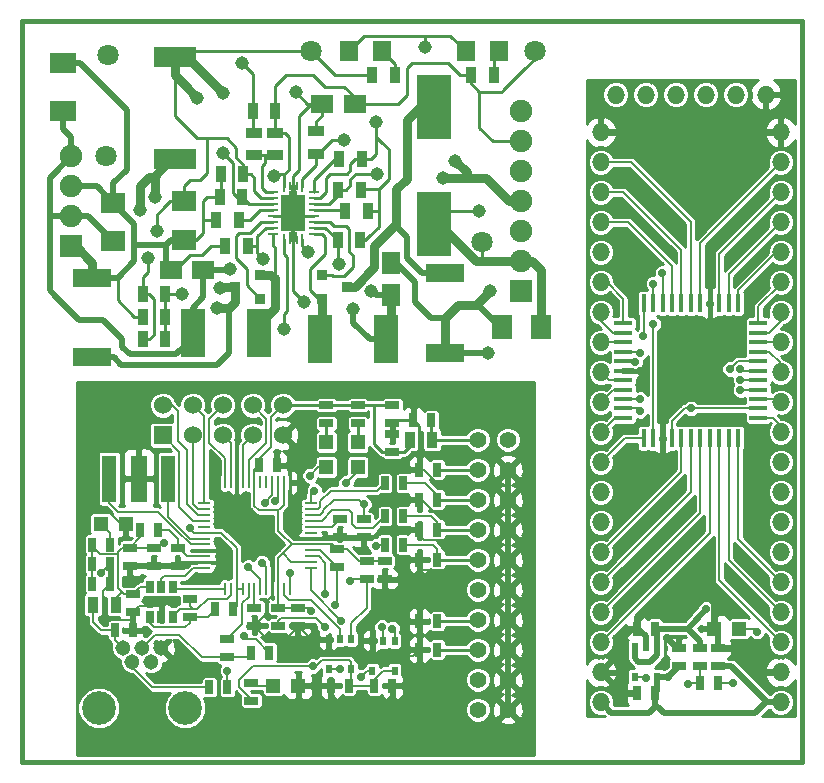
<source format=gtl>
G04 (created by PCBNEW-RS274X (2010-03-14)-final) date jue 03 nov 2011 22:05:38 ART*
G01*
G70*
G90*
%MOIN*%
G04 Gerber Fmt 3.4, Leading zero omitted, Abs format*
%FSLAX34Y34*%
G04 APERTURE LIST*
%ADD10C,0.000100*%
%ADD11C,0.015000*%
%ADD12R,0.060000X0.016000*%
%ADD13R,0.016000X0.060000*%
%ADD14R,0.020000X0.030000*%
%ADD15R,0.025000X0.045000*%
%ADD16R,0.045000X0.025000*%
%ADD17R,0.047200X0.047200*%
%ADD18O,0.060000X0.060000*%
%ADD19C,0.051400*%
%ADD20C,0.112200*%
%ADD21R,0.007800X0.039300*%
%ADD22R,0.039300X0.007800*%
%ADD23C,0.056000*%
%ADD24R,0.060000X0.060000*%
%ADD25C,0.060000*%
%ADD26R,0.035000X0.055000*%
%ADD27R,0.027600X0.039400*%
%ADD28R,0.047200X0.157400*%
%ADD29R,0.055100X0.157400*%
%ADD30R,0.085000X0.070000*%
%ADD31R,0.126000X0.060000*%
%ADD32R,0.062900X0.070900*%
%ADD33R,0.076700X0.059000*%
%ADD34R,0.059000X0.076700*%
%ADD35R,0.084600X0.070800*%
%ADD36R,0.070800X0.084600*%
%ADD37R,0.075000X0.075000*%
%ADD38C,0.075000*%
%ADD39R,0.141700X0.070800*%
%ADD40R,0.114100X0.212500*%
%ADD41R,0.030700X0.015700*%
%ADD42R,0.040000X0.040000*%
%ADD43R,0.033500X0.011000*%
%ADD44R,0.011000X0.033500*%
%ADD45R,0.009100X0.028500*%
%ADD46C,0.070900*%
%ADD47R,0.055000X0.035000*%
%ADD48R,0.080000X0.160000*%
%ADD49R,0.036000X0.036000*%
%ADD50C,0.045000*%
%ADD51C,0.028000*%
%ADD52C,0.010000*%
%ADD53C,0.020000*%
%ADD54C,0.030000*%
%ADD55C,0.006000*%
%ADD56C,0.005000*%
%ADD57C,0.008000*%
%ADD58C,0.017000*%
G04 APERTURE END LIST*
G54D10*
G54D11*
X41250Y-29200D02*
X41400Y-29200D01*
X41250Y-53900D02*
X41250Y-29200D01*
X41400Y-53900D02*
X41250Y-53900D01*
X41550Y-53900D02*
X41400Y-53900D01*
X41700Y-53900D02*
X41550Y-53900D01*
X41850Y-53900D02*
X41700Y-53900D01*
X67250Y-53900D02*
X41850Y-53900D01*
X67250Y-29200D02*
X67250Y-53900D01*
X67150Y-29200D02*
X67250Y-29200D01*
X41300Y-29200D02*
X67150Y-29200D01*
G54D12*
X65800Y-40850D03*
X65800Y-40535D03*
X65800Y-40220D03*
X65800Y-39905D03*
X65800Y-39590D03*
X65800Y-39275D03*
X65800Y-41165D03*
X65800Y-41480D03*
X65800Y-41795D03*
X65800Y-42110D03*
X65800Y-42425D03*
X61300Y-40850D03*
X61300Y-40535D03*
X61300Y-40220D03*
X61300Y-39905D03*
X61300Y-39590D03*
X61300Y-39275D03*
X61300Y-41165D03*
X61300Y-41480D03*
X61300Y-41795D03*
X61300Y-42110D03*
X61300Y-42425D03*
G54D13*
X63550Y-38600D03*
X63550Y-43100D03*
X63235Y-38600D03*
X63235Y-43100D03*
X62920Y-43100D03*
X62920Y-38600D03*
X62605Y-38600D03*
X62605Y-43100D03*
X62290Y-43100D03*
X62290Y-38600D03*
X61975Y-38600D03*
X61975Y-43100D03*
X63865Y-43100D03*
X63865Y-38600D03*
X64180Y-38600D03*
X64180Y-43100D03*
X64495Y-43100D03*
X64495Y-38600D03*
X64810Y-38600D03*
X64810Y-43100D03*
X65125Y-43100D03*
X65125Y-38600D03*
G54D14*
X62425Y-50050D03*
X61675Y-50050D03*
X62425Y-51050D03*
X62050Y-50050D03*
X61675Y-51050D03*
G54D15*
X62350Y-49450D03*
X61750Y-49450D03*
X62350Y-51600D03*
X61750Y-51600D03*
G54D16*
X63150Y-50700D03*
X63150Y-50100D03*
X64450Y-50700D03*
X64450Y-50100D03*
X63850Y-50100D03*
X63850Y-50700D03*
G54D15*
X64450Y-51250D03*
X63850Y-51250D03*
G54D17*
X65163Y-49450D03*
X64337Y-49450D03*
G54D18*
X66550Y-51900D03*
X66550Y-50900D03*
X66550Y-49900D03*
X66550Y-48900D03*
X66550Y-47900D03*
X66550Y-46900D03*
X66550Y-45900D03*
X66550Y-44900D03*
X66550Y-43900D03*
X66550Y-42900D03*
X66550Y-41900D03*
X66550Y-40900D03*
X66550Y-39900D03*
X66550Y-38900D03*
X66550Y-37900D03*
X66550Y-36900D03*
X66550Y-35900D03*
X66550Y-34900D03*
X66550Y-33900D03*
X66550Y-32900D03*
X60550Y-51900D03*
X60550Y-50900D03*
X60550Y-49900D03*
X60550Y-48900D03*
X60550Y-47900D03*
X60550Y-46900D03*
X60550Y-45900D03*
X60550Y-44900D03*
X60550Y-43900D03*
X60550Y-42900D03*
X60550Y-41900D03*
X60550Y-40900D03*
X60550Y-39900D03*
X60550Y-38900D03*
X60550Y-37900D03*
X60550Y-36900D03*
X60550Y-35900D03*
X60550Y-34900D03*
X60550Y-33900D03*
X60550Y-32900D03*
X61050Y-31650D03*
X62050Y-31650D03*
X63050Y-31650D03*
X64050Y-31650D03*
X65050Y-31650D03*
X66050Y-31650D03*
G54D19*
X45250Y-50093D03*
X44936Y-50565D03*
X45879Y-50093D03*
X45564Y-50565D03*
G54D20*
X46687Y-52100D03*
X43813Y-52100D03*
G54D19*
X44621Y-50093D03*
G54D21*
X48018Y-48121D03*
X48215Y-48121D03*
X48412Y-48121D03*
X48608Y-48121D03*
X48805Y-48121D03*
X49002Y-48121D03*
X49198Y-48121D03*
X49395Y-48121D03*
X49592Y-48121D03*
X49788Y-48121D03*
X49985Y-48121D03*
X50182Y-48121D03*
G54D22*
X50871Y-47432D03*
X50871Y-47235D03*
X50871Y-47038D03*
X50871Y-46842D03*
X50871Y-46645D03*
X50871Y-46448D03*
X50871Y-46252D03*
X50871Y-46055D03*
X50871Y-45858D03*
X50871Y-45662D03*
X50871Y-45465D03*
X50871Y-45268D03*
G54D21*
X50182Y-44579D03*
X49985Y-44579D03*
X49788Y-44579D03*
X49592Y-44579D03*
X49395Y-44579D03*
X49198Y-44579D03*
X49002Y-44579D03*
X48805Y-44579D03*
X48608Y-44579D03*
X48412Y-44579D03*
X48215Y-44579D03*
X48018Y-44579D03*
G54D22*
X47329Y-45268D03*
X47329Y-45465D03*
X47329Y-45662D03*
X47329Y-45858D03*
X47329Y-46055D03*
X47329Y-46252D03*
X47329Y-46448D03*
X47329Y-46645D03*
X47329Y-46842D03*
X47329Y-47038D03*
X47329Y-47235D03*
X47329Y-47432D03*
G54D17*
X49637Y-51350D03*
X50463Y-51350D03*
X52450Y-43237D03*
X52450Y-44063D03*
X51400Y-43237D03*
X51400Y-44063D03*
X43887Y-45950D03*
X44713Y-45950D03*
G54D23*
X56450Y-43150D03*
X57450Y-43150D03*
X56450Y-44150D03*
X57450Y-44150D03*
X56450Y-45150D03*
X57450Y-45150D03*
X56450Y-46150D03*
X57450Y-46150D03*
X56450Y-47150D03*
X57450Y-47150D03*
X56450Y-48150D03*
X57450Y-48150D03*
X56450Y-49150D03*
X57450Y-49150D03*
X56450Y-50150D03*
X57450Y-50150D03*
X56450Y-51150D03*
X57450Y-51150D03*
X56450Y-52150D03*
X57450Y-52150D03*
G54D24*
X45950Y-43000D03*
G54D25*
X45950Y-42000D03*
X46950Y-43000D03*
X46950Y-42000D03*
X47950Y-43000D03*
X47950Y-42000D03*
X48950Y-43000D03*
X48950Y-42000D03*
X49950Y-43000D03*
X49950Y-42000D03*
G54D15*
X53950Y-46650D03*
X53350Y-46650D03*
X53950Y-45700D03*
X53350Y-45700D03*
X53950Y-44600D03*
X53350Y-44600D03*
G54D16*
X52750Y-47200D03*
X52750Y-47800D03*
X49800Y-48750D03*
X49800Y-49350D03*
X53350Y-47800D03*
X53350Y-47200D03*
X52650Y-46400D03*
X52650Y-45800D03*
X51750Y-46800D03*
X51750Y-47400D03*
X51850Y-46400D03*
X51850Y-45800D03*
G54D15*
X45800Y-46150D03*
X45200Y-46150D03*
G54D16*
X48100Y-49800D03*
X48100Y-50400D03*
G54D15*
X49500Y-50250D03*
X48900Y-50250D03*
X48100Y-51400D03*
X47500Y-51400D03*
G54D16*
X51400Y-42000D03*
X51400Y-42600D03*
X52450Y-42000D03*
X52450Y-42600D03*
X48900Y-51850D03*
X48900Y-51250D03*
G54D15*
X44200Y-46650D03*
X43600Y-46650D03*
G54D16*
X46850Y-49050D03*
X46850Y-48450D03*
G54D15*
X48300Y-48800D03*
X47700Y-48800D03*
X53000Y-51350D03*
X53600Y-51350D03*
X52150Y-51350D03*
X51550Y-51350D03*
X55100Y-44150D03*
X54500Y-44150D03*
X55100Y-45150D03*
X54500Y-45150D03*
X55100Y-46150D03*
X54500Y-46150D03*
X55100Y-47150D03*
X54500Y-47150D03*
X55100Y-49200D03*
X54500Y-49200D03*
X55100Y-50150D03*
X54500Y-50150D03*
G54D16*
X50450Y-48750D03*
X50450Y-49350D03*
G54D15*
X49150Y-44000D03*
X49750Y-44000D03*
G54D16*
X46450Y-46750D03*
X46450Y-47350D03*
X44850Y-46750D03*
X44850Y-47350D03*
X49000Y-48750D03*
X49000Y-49350D03*
X45650Y-46750D03*
X45650Y-47350D03*
X44950Y-48300D03*
X44950Y-48900D03*
G54D15*
X43600Y-47300D03*
X44200Y-47300D03*
G54D16*
X53600Y-42000D03*
X53600Y-42600D03*
G54D15*
X43600Y-47950D03*
X44200Y-47950D03*
G54D16*
X53600Y-43550D03*
X53600Y-42950D03*
G54D15*
X44350Y-49500D03*
X44950Y-49500D03*
X54900Y-42500D03*
X54300Y-42500D03*
G54D26*
X43625Y-48650D03*
X44375Y-48650D03*
X54925Y-43150D03*
X54175Y-43150D03*
G54D14*
X52225Y-49800D03*
X51475Y-49800D03*
X52225Y-50800D03*
X51850Y-49800D03*
X51475Y-50800D03*
X53675Y-49850D03*
X52925Y-49850D03*
X53675Y-50850D03*
X53300Y-49850D03*
X52925Y-50850D03*
G54D27*
X45525Y-48050D03*
X45900Y-48050D03*
X46275Y-48050D03*
X46275Y-49050D03*
X45900Y-49050D03*
X45525Y-49050D03*
G54D28*
X46134Y-44450D03*
G54D29*
X45150Y-44450D03*
G54D28*
X44166Y-44450D03*
G54D30*
X42630Y-30600D03*
X42630Y-32200D03*
G54D31*
X55350Y-40250D03*
X55350Y-37593D03*
X43600Y-37750D03*
X43600Y-40407D03*
G54D32*
X57159Y-30200D03*
X56041Y-30200D03*
X53259Y-30200D03*
X52141Y-30200D03*
G54D33*
X52341Y-31950D03*
X51259Y-31950D03*
G54D34*
X53550Y-38341D03*
X53550Y-37259D03*
G54D33*
X47291Y-37500D03*
X46209Y-37500D03*
G54D35*
X44300Y-36539D03*
X44300Y-35261D03*
G54D36*
X58539Y-39400D03*
X57261Y-39400D03*
G54D35*
X46650Y-35211D03*
X46650Y-36489D03*
G54D37*
X57900Y-38200D03*
G54D38*
X57900Y-37200D03*
X57900Y-36200D03*
X57900Y-35200D03*
X57900Y-34200D03*
X57900Y-33200D03*
X57900Y-32200D03*
G54D37*
X42900Y-36700D03*
G54D38*
X42900Y-35700D03*
X42900Y-34700D03*
X42900Y-33700D03*
G54D39*
X46350Y-33800D03*
X46350Y-30400D03*
G54D40*
X55000Y-32052D03*
X55000Y-35948D03*
G54D41*
X50300Y-36280D03*
G54D42*
X50100Y-35200D03*
X50100Y-35600D03*
X50100Y-36000D03*
X50500Y-36000D03*
X50500Y-35600D03*
X50500Y-35200D03*
G54D43*
X50979Y-35698D03*
X50979Y-35502D03*
X50979Y-35305D03*
X50979Y-35108D03*
X50979Y-34911D03*
X50979Y-36289D03*
X50979Y-36092D03*
X50979Y-35895D03*
X49621Y-35895D03*
X49621Y-36092D03*
X49621Y-36289D03*
X49621Y-34911D03*
X49621Y-35108D03*
X49621Y-35305D03*
X49621Y-35502D03*
X49621Y-35698D03*
G54D44*
X50596Y-34726D03*
X50596Y-36474D03*
X50004Y-36474D03*
G54D45*
X50192Y-34700D03*
G54D41*
X50300Y-34921D03*
G54D45*
X50408Y-34700D03*
X50408Y-36500D03*
G54D44*
X50004Y-34726D03*
G54D45*
X50192Y-36500D03*
G54D46*
X56600Y-36550D03*
X58350Y-30200D03*
X44050Y-33700D03*
G54D26*
X52925Y-31000D03*
X53675Y-31000D03*
X46025Y-39050D03*
X45275Y-39050D03*
X45275Y-38300D03*
X46025Y-38300D03*
X49700Y-32200D03*
X48950Y-32200D03*
X56225Y-31000D03*
X56975Y-31000D03*
G54D47*
X49000Y-33675D03*
X49000Y-32925D03*
X49700Y-32925D03*
X49700Y-33675D03*
G54D26*
X48625Y-34300D03*
X47875Y-34300D03*
X48600Y-35075D03*
X47850Y-35075D03*
X51800Y-34825D03*
X52550Y-34825D03*
X45275Y-39800D03*
X46025Y-39800D03*
X51825Y-33800D03*
X52575Y-33800D03*
X48475Y-35825D03*
X47725Y-35825D03*
X52025Y-35525D03*
X52775Y-35525D03*
X51775Y-36500D03*
X52525Y-36500D03*
X48775Y-36700D03*
X48025Y-36700D03*
G54D47*
X51050Y-33625D03*
X51050Y-32875D03*
G54D48*
X46950Y-39600D03*
X49150Y-39600D03*
X53400Y-39800D03*
X51200Y-39800D03*
G54D46*
X50900Y-30200D03*
G54D49*
X49200Y-37650D03*
X49200Y-38450D03*
X48350Y-38050D03*
X51250Y-38450D03*
X51250Y-37650D03*
X52100Y-38050D03*
G54D46*
X44125Y-30325D03*
G54D50*
X52000Y-33150D03*
X47950Y-33600D03*
X49300Y-37125D03*
X52900Y-38200D03*
X52300Y-38800D03*
X51825Y-37300D03*
X48200Y-37450D03*
X49650Y-34350D03*
X53075Y-34300D03*
X45450Y-37100D03*
X45750Y-36200D03*
X47100Y-31750D03*
X47950Y-31600D03*
X55700Y-33850D03*
X55300Y-34425D03*
X56500Y-35525D03*
X50800Y-36900D03*
G54D51*
X64850Y-40800D03*
X65200Y-40800D03*
X65200Y-41150D03*
X65200Y-41500D03*
X61700Y-40550D03*
X61850Y-41800D03*
X61850Y-42200D03*
X65150Y-39450D03*
X61850Y-40850D03*
X62950Y-47950D03*
X62950Y-42000D03*
X62750Y-49750D03*
X51350Y-48300D03*
X53600Y-49450D03*
X51350Y-49400D03*
X53250Y-49400D03*
X51900Y-49200D03*
X52200Y-47850D03*
X50200Y-47600D03*
X50850Y-44350D03*
X49350Y-45250D03*
X51850Y-50800D03*
X51700Y-48650D03*
X61950Y-39700D03*
X53050Y-46700D03*
X51000Y-44850D03*
X62600Y-37600D03*
X62300Y-39300D03*
X52650Y-45300D03*
X62300Y-37950D03*
X52550Y-51050D03*
X52050Y-44600D03*
X49700Y-45200D03*
X61850Y-40250D03*
X62800Y-51050D03*
X63550Y-42110D03*
X50950Y-50700D03*
X50900Y-48850D03*
X64050Y-48800D03*
G54D50*
X54700Y-30050D03*
X53050Y-32550D03*
X50650Y-38550D03*
X56850Y-38200D03*
X48600Y-30600D03*
X50375Y-31575D03*
X56800Y-40250D03*
G54D51*
X43900Y-47600D03*
X47850Y-46900D03*
X49600Y-46700D03*
G54D50*
X45700Y-35050D03*
X45200Y-35500D03*
X47750Y-38775D03*
X47850Y-38100D03*
X50000Y-39450D03*
X46600Y-38300D03*
G54D51*
X48650Y-49700D03*
X48800Y-47400D03*
X48100Y-50850D03*
X49250Y-47250D03*
X64950Y-51250D03*
X65750Y-49550D03*
X62050Y-51100D03*
X63450Y-51300D03*
X46850Y-46100D03*
X46000Y-46600D03*
G54D52*
X50596Y-34726D02*
X50596Y-34454D01*
X51050Y-34000D02*
X51050Y-33625D01*
X50596Y-34454D02*
X51050Y-34000D01*
X49621Y-35305D02*
X49100Y-35305D01*
X49100Y-35305D02*
X49105Y-35305D01*
G54D53*
X42900Y-33700D02*
X42350Y-34250D01*
X42175Y-35700D02*
X42175Y-34425D01*
X42175Y-34425D02*
X42350Y-34250D01*
X42175Y-38175D02*
X42175Y-35700D01*
X46400Y-40300D02*
X46950Y-39750D01*
X44850Y-40300D02*
X46400Y-40300D01*
X42350Y-38350D02*
X43150Y-39150D01*
X43150Y-39150D02*
X43950Y-39150D01*
X43950Y-39150D02*
X44600Y-39800D01*
X44600Y-39800D02*
X44600Y-40050D01*
X44600Y-40050D02*
X44850Y-40300D01*
X42350Y-38350D02*
X42175Y-38175D01*
G54D52*
X51700Y-33150D02*
X52000Y-33150D01*
X51050Y-33625D02*
X51125Y-33625D01*
X51600Y-33150D02*
X51125Y-33625D01*
X51700Y-33150D02*
X51600Y-33150D01*
X48275Y-33925D02*
X47950Y-33600D01*
X48600Y-35075D02*
X48425Y-35075D01*
X48275Y-34925D02*
X48425Y-35075D01*
X48275Y-34700D02*
X48275Y-34925D01*
X48275Y-33925D02*
X48275Y-34700D01*
X49100Y-36925D02*
X49300Y-37125D01*
X49100Y-36925D02*
X49100Y-36800D01*
G54D54*
X53550Y-38341D02*
X53550Y-39650D01*
X53550Y-39650D02*
X53400Y-39800D01*
G54D53*
X53041Y-38341D02*
X53550Y-38341D01*
X52900Y-38200D02*
X53041Y-38341D01*
X53400Y-39800D02*
X52850Y-39800D01*
X52300Y-39250D02*
X52300Y-38800D01*
X52850Y-39800D02*
X52300Y-39250D01*
G54D52*
X51775Y-37250D02*
X51775Y-36500D01*
X51825Y-37300D02*
X51775Y-37250D01*
G54D53*
X47291Y-37500D02*
X48150Y-37500D01*
X48200Y-37450D02*
X48150Y-37500D01*
X46950Y-39600D02*
X46950Y-38750D01*
X47291Y-38409D02*
X47291Y-37500D01*
X46950Y-38750D02*
X47291Y-38409D01*
G54D52*
X50979Y-36092D02*
X51367Y-36092D01*
X51367Y-36092D02*
X51775Y-36500D01*
X49100Y-35305D02*
X48830Y-35305D01*
X48830Y-35305D02*
X48600Y-35075D01*
X49100Y-36800D02*
X49100Y-36700D01*
X49100Y-36700D02*
X49100Y-36375D01*
X49100Y-36375D02*
X49383Y-36092D01*
X49383Y-36092D02*
X49621Y-36092D01*
G54D53*
X42900Y-35700D02*
X42175Y-35700D01*
X42900Y-35700D02*
X43461Y-35700D01*
X43461Y-35700D02*
X44300Y-36539D01*
G54D52*
X48775Y-36700D02*
X49100Y-36700D01*
G54D53*
X42900Y-33700D02*
X42900Y-33060D01*
X42630Y-32790D02*
X42630Y-32200D01*
X42900Y-33060D02*
X42630Y-32790D01*
G54D52*
X50004Y-34726D02*
X50004Y-34300D01*
X50004Y-34300D02*
X50004Y-34296D01*
X50025Y-32925D02*
X49700Y-32925D01*
X50150Y-33050D02*
X50025Y-32925D01*
X50150Y-34150D02*
X50150Y-33050D01*
X50004Y-34296D02*
X50150Y-34150D01*
X49700Y-32200D02*
X49700Y-32925D01*
X56225Y-31000D02*
X56225Y-31275D01*
X56225Y-31275D02*
X56500Y-31550D01*
X56500Y-31550D02*
X57250Y-31550D01*
X57250Y-31550D02*
X57300Y-31500D01*
X58350Y-30450D02*
X58000Y-30800D01*
X58350Y-30450D02*
X58350Y-30200D01*
X57300Y-31500D02*
X58000Y-30800D01*
X56225Y-31000D02*
X55850Y-31000D01*
X53800Y-31950D02*
X54100Y-31650D01*
X54100Y-31650D02*
X54100Y-30750D01*
X54100Y-30750D02*
X54250Y-30600D01*
X54250Y-30600D02*
X55450Y-30600D01*
X55450Y-30600D02*
X55850Y-31000D01*
X53800Y-31950D02*
X53300Y-31950D01*
X53300Y-31950D02*
X52341Y-31950D01*
X50004Y-34300D02*
X50000Y-34300D01*
X52050Y-34825D02*
X51800Y-34825D01*
X52200Y-34675D02*
X52050Y-34825D01*
X52200Y-34550D02*
X52200Y-34675D01*
X52200Y-34475D02*
X52375Y-34300D01*
X52200Y-34550D02*
X52200Y-34475D01*
X49700Y-34300D02*
X50000Y-34300D01*
X49650Y-34350D02*
X49700Y-34300D01*
X52375Y-34300D02*
X53075Y-34300D01*
X52341Y-31950D02*
X52341Y-31741D01*
X49700Y-31350D02*
X49700Y-32200D01*
X50050Y-31000D02*
X49700Y-31350D01*
X50950Y-31000D02*
X50050Y-31000D01*
X51350Y-31400D02*
X50950Y-31000D01*
X52000Y-31400D02*
X51350Y-31400D01*
X52341Y-31741D02*
X52000Y-31400D01*
X57900Y-33200D02*
X56950Y-33200D01*
X56950Y-33200D02*
X56500Y-32750D01*
X56500Y-32750D02*
X56500Y-31550D01*
X50979Y-35305D02*
X51495Y-35305D01*
X51495Y-35305D02*
X51800Y-35000D01*
X51800Y-35000D02*
X51800Y-34825D01*
X49621Y-35108D02*
X49225Y-35108D01*
X49225Y-35108D02*
X49250Y-35108D01*
X49250Y-35108D02*
X49258Y-35108D01*
X52925Y-31000D02*
X51700Y-31000D01*
X51400Y-30700D02*
X50900Y-30200D01*
X51700Y-31000D02*
X51400Y-30700D01*
X45275Y-37725D02*
X45275Y-38300D01*
X45275Y-37725D02*
X45450Y-37550D01*
X45450Y-37550D02*
X45450Y-37100D01*
X46189Y-35211D02*
X46000Y-35400D01*
X46189Y-35211D02*
X46650Y-35211D01*
X45750Y-35650D02*
X46000Y-35400D01*
X45750Y-36200D02*
X45750Y-35650D01*
X47200Y-34500D02*
X47425Y-34275D01*
X47425Y-33100D02*
X47425Y-34275D01*
X46650Y-34700D02*
X46650Y-35211D01*
X46850Y-34500D02*
X46650Y-34700D01*
X47200Y-34500D02*
X46850Y-34500D01*
X48625Y-34300D02*
X48625Y-33975D01*
X48400Y-33425D02*
X48400Y-33750D01*
X48075Y-33100D02*
X48400Y-33425D01*
X48075Y-33100D02*
X47425Y-33100D01*
X48625Y-33975D02*
X48400Y-33750D01*
X47425Y-33100D02*
X47425Y-33100D01*
X46350Y-30400D02*
X46350Y-31750D01*
X46350Y-31750D02*
X46350Y-32350D01*
X46350Y-32350D02*
X47100Y-33100D01*
X47100Y-33100D02*
X47400Y-33100D01*
X47400Y-33100D02*
X47425Y-33100D01*
X46550Y-30200D02*
X46350Y-30400D01*
G54D54*
X57900Y-35200D02*
X57500Y-35200D01*
X56725Y-34425D02*
X57500Y-35200D01*
X56750Y-34450D02*
X56725Y-34425D01*
X55975Y-34425D02*
X56075Y-34425D01*
X56075Y-34425D02*
X56725Y-34425D01*
G54D52*
X50900Y-30200D02*
X46550Y-30200D01*
X46550Y-30200D02*
X46350Y-30400D01*
X45275Y-38300D02*
X45500Y-38300D01*
X45500Y-39800D02*
X45275Y-39800D01*
X45650Y-39650D02*
X45500Y-39800D01*
X45650Y-38450D02*
X45650Y-39650D01*
X45500Y-38300D02*
X45650Y-38450D01*
G54D54*
X46350Y-31000D02*
X46350Y-30400D01*
X47100Y-31750D02*
X46650Y-31300D01*
X46650Y-31300D02*
X46350Y-31000D01*
X46350Y-30400D02*
X46750Y-30400D01*
X46750Y-30400D02*
X47950Y-31600D01*
G54D52*
X49225Y-35108D02*
X49225Y-35100D01*
X48875Y-34300D02*
X48625Y-34300D01*
X49000Y-34425D02*
X48875Y-34300D01*
X49000Y-34875D02*
X49000Y-34425D01*
X49225Y-35100D02*
X49000Y-34875D01*
G54D54*
X55450Y-34425D02*
X55425Y-34425D01*
X55425Y-34425D02*
X55975Y-34425D01*
X55700Y-33850D02*
X56075Y-34225D01*
X56075Y-34225D02*
X56075Y-34400D01*
X56075Y-34400D02*
X56075Y-34425D01*
X55425Y-34425D02*
X55300Y-34425D01*
G54D52*
X50596Y-36474D02*
X50596Y-36696D01*
X50596Y-36696D02*
X50800Y-36900D01*
X55000Y-36750D02*
X55000Y-35948D01*
G54D54*
X56750Y-37200D02*
X56600Y-37200D01*
X56600Y-37200D02*
X57900Y-37200D01*
X58539Y-39400D02*
X58539Y-37489D01*
X58539Y-37489D02*
X58250Y-37200D01*
X58250Y-37200D02*
X57900Y-37200D01*
X55000Y-35948D02*
X55148Y-35948D01*
X55148Y-35948D02*
X56400Y-37200D01*
X56400Y-37200D02*
X56750Y-37200D01*
G54D52*
X56600Y-36550D02*
X56600Y-37200D01*
X56500Y-35525D02*
X55423Y-35525D01*
X55423Y-35525D02*
X55000Y-35948D01*
G54D55*
X47329Y-45268D02*
X47329Y-42379D01*
X47329Y-42379D02*
X46950Y-42000D01*
X48608Y-44579D02*
X48608Y-43342D01*
X48608Y-43342D02*
X48950Y-43000D01*
X48215Y-44579D02*
X48215Y-43265D01*
X48215Y-43265D02*
X47950Y-43000D01*
X48018Y-44579D02*
X48018Y-43768D01*
X47500Y-42450D02*
X47950Y-42000D01*
X47500Y-43250D02*
X47500Y-42450D01*
X48018Y-43768D02*
X47500Y-43250D01*
X48805Y-44579D02*
X48805Y-43845D01*
X49400Y-42450D02*
X48950Y-42000D01*
X49400Y-43250D02*
X49400Y-42450D01*
X48805Y-43845D02*
X49400Y-43250D01*
X46950Y-43000D02*
X46950Y-45300D01*
X47115Y-45465D02*
X47329Y-45465D01*
X46950Y-45300D02*
X47115Y-45465D01*
X47329Y-45662D02*
X47112Y-45662D01*
X46250Y-42000D02*
X45950Y-42000D01*
X46450Y-42200D02*
X46250Y-42000D01*
X46450Y-43200D02*
X46450Y-42200D01*
X46750Y-43500D02*
X46450Y-43200D01*
X46750Y-45300D02*
X46750Y-43500D01*
X47112Y-45662D02*
X46750Y-45300D01*
X47329Y-45858D02*
X46958Y-45858D01*
X46500Y-43550D02*
X45950Y-43000D01*
X46500Y-45400D02*
X46500Y-43550D01*
X46958Y-45858D02*
X46500Y-45400D01*
X66550Y-42700D02*
X66275Y-42425D01*
X66275Y-42425D02*
X65800Y-42425D01*
X66550Y-42900D02*
X66550Y-42700D01*
X66445Y-41795D02*
X66550Y-41900D01*
X65800Y-41795D02*
X66445Y-41795D01*
X66170Y-40220D02*
X66550Y-40600D01*
X66550Y-40600D02*
X66550Y-40900D01*
X65800Y-40220D02*
X66170Y-40220D01*
X66545Y-39905D02*
X66550Y-39900D01*
X65800Y-39905D02*
X66545Y-39905D01*
X66550Y-39200D02*
X66160Y-39590D01*
X66160Y-39590D02*
X65800Y-39590D01*
X66550Y-38900D02*
X66550Y-39200D01*
X65800Y-38700D02*
X66550Y-37950D01*
X66550Y-37950D02*
X66550Y-37900D01*
X65800Y-39275D02*
X65800Y-38700D01*
X65125Y-38175D02*
X66400Y-36900D01*
X66400Y-36900D02*
X66550Y-36900D01*
X65125Y-38600D02*
X65125Y-38175D01*
X64810Y-37640D02*
X66550Y-35900D01*
X64810Y-38600D02*
X64810Y-37640D01*
X64495Y-36955D02*
X66550Y-34900D01*
X64495Y-38600D02*
X64495Y-36955D01*
X63865Y-36585D02*
X66550Y-33900D01*
X63865Y-38600D02*
X63865Y-36585D01*
X64495Y-47845D02*
X66550Y-49900D01*
X64495Y-43100D02*
X64495Y-47845D01*
X64810Y-47160D02*
X66550Y-48900D01*
X64810Y-43100D02*
X64810Y-47160D01*
X65125Y-46475D02*
X66550Y-47900D01*
X65125Y-43100D02*
X65125Y-46475D01*
X65115Y-40535D02*
X64850Y-40800D01*
X65800Y-40535D02*
X65115Y-40535D01*
X65250Y-40850D02*
X65200Y-40800D01*
X65800Y-40850D02*
X65250Y-40850D01*
X65215Y-41165D02*
X65200Y-41150D01*
X65800Y-41165D02*
X65215Y-41165D01*
X65220Y-41480D02*
X65200Y-41500D01*
X65800Y-41480D02*
X65220Y-41480D01*
X61025Y-42425D02*
X60550Y-42900D01*
X61300Y-42425D02*
X61025Y-42425D01*
X60970Y-41480D02*
X60550Y-41900D01*
X61300Y-41480D02*
X60970Y-41480D01*
X60815Y-41165D02*
X60550Y-40900D01*
X61300Y-41165D02*
X60815Y-41165D01*
X60555Y-39905D02*
X60550Y-39900D01*
X61300Y-39905D02*
X60555Y-39905D01*
X60550Y-39200D02*
X60940Y-39590D01*
X60940Y-39590D02*
X61300Y-39590D01*
X60550Y-38900D02*
X60550Y-39200D01*
X60750Y-37900D02*
X61300Y-38450D01*
X61300Y-38450D02*
X61300Y-39275D01*
X60550Y-37900D02*
X60750Y-37900D01*
X61685Y-40535D02*
X61700Y-40550D01*
X61300Y-40535D02*
X61685Y-40535D01*
X62920Y-37370D02*
X61450Y-35900D01*
X61450Y-35900D02*
X60550Y-35900D01*
X62920Y-38600D02*
X62920Y-37370D01*
X63235Y-36835D02*
X61300Y-34900D01*
X61300Y-34900D02*
X60550Y-34900D01*
X63235Y-38600D02*
X63235Y-36835D01*
X63550Y-35900D02*
X61550Y-33900D01*
X61550Y-33900D02*
X60550Y-33900D01*
X63550Y-38600D02*
X63550Y-35900D01*
X64180Y-46270D02*
X60550Y-49900D01*
X64180Y-43100D02*
X64180Y-46270D01*
X63865Y-45585D02*
X60550Y-48900D01*
X63865Y-43100D02*
X63865Y-45585D01*
X63550Y-44900D02*
X60550Y-47900D01*
X63550Y-43100D02*
X63550Y-44900D01*
X63235Y-44215D02*
X60550Y-46900D01*
X63235Y-43100D02*
X63235Y-44215D01*
X61845Y-41795D02*
X61850Y-41800D01*
X61300Y-41795D02*
X61845Y-41795D01*
X61760Y-42110D02*
X61850Y-42200D01*
X61300Y-42110D02*
X61760Y-42110D01*
X61350Y-43100D02*
X60550Y-43900D01*
X61975Y-43100D02*
X61350Y-43100D01*
X47329Y-47432D02*
X46968Y-47432D01*
X45900Y-47800D02*
X45900Y-48050D01*
X46000Y-47700D02*
X45900Y-47800D01*
X46700Y-47700D02*
X46000Y-47700D01*
X46968Y-47432D02*
X46700Y-47700D01*
X46850Y-48450D02*
X46850Y-48700D01*
X46850Y-48700D02*
X46950Y-48800D01*
X48215Y-48121D02*
X48215Y-48335D01*
X46525Y-48800D02*
X46275Y-49050D01*
X47100Y-48800D02*
X46950Y-48800D01*
X46950Y-48800D02*
X46525Y-48800D01*
X47450Y-48450D02*
X47100Y-48800D01*
X48100Y-48450D02*
X47450Y-48450D01*
X48215Y-48335D02*
X48100Y-48450D01*
X48018Y-48121D02*
X46346Y-48121D01*
X46346Y-48121D02*
X46275Y-48050D01*
X64180Y-39130D02*
X64500Y-39450D01*
X64500Y-39450D02*
X65150Y-39450D01*
X64180Y-38600D02*
X64180Y-39130D01*
X61300Y-40850D02*
X61850Y-40850D01*
X62605Y-42345D02*
X64100Y-40850D01*
X64100Y-40850D02*
X64100Y-39850D01*
X64100Y-39850D02*
X64500Y-39450D01*
X62605Y-43100D02*
X62605Y-42350D01*
G54D53*
X65750Y-50900D02*
X64950Y-50100D01*
X64950Y-50100D02*
X64450Y-50100D01*
X66550Y-50900D02*
X65750Y-50900D01*
X61250Y-51600D02*
X60550Y-50900D01*
X61750Y-51600D02*
X61250Y-51600D01*
X61750Y-49200D02*
X62100Y-48850D01*
X62100Y-48850D02*
X62950Y-47950D01*
X61750Y-49450D02*
X61750Y-49200D01*
X61800Y-49450D02*
X62050Y-49700D01*
X62050Y-49700D02*
X62050Y-50050D01*
X61750Y-49450D02*
X61800Y-49450D01*
G54D55*
X62605Y-42345D02*
X62950Y-42000D01*
X62605Y-42350D02*
X62605Y-42345D01*
G54D53*
X60550Y-32900D02*
X66550Y-32900D01*
X64450Y-49563D02*
X64337Y-49450D01*
X64450Y-50100D02*
X64450Y-49563D01*
X64337Y-48287D02*
X64000Y-47950D01*
X64000Y-47950D02*
X62950Y-47950D01*
X64337Y-49450D02*
X64337Y-48287D01*
X63100Y-50100D02*
X62750Y-49750D01*
X63150Y-50100D02*
X63100Y-50100D01*
X61600Y-49450D02*
X61250Y-49800D01*
X61250Y-49800D02*
X61250Y-50200D01*
X61250Y-50200D02*
X60550Y-50900D01*
X61750Y-49450D02*
X61600Y-49450D01*
G54D55*
X50871Y-47038D02*
X51138Y-47038D01*
X51350Y-47250D02*
X51350Y-48300D01*
X51138Y-47038D02*
X51350Y-47250D01*
X49800Y-49350D02*
X49800Y-49200D01*
X53675Y-49525D02*
X53675Y-49850D01*
X53600Y-49450D02*
X53675Y-49525D01*
X51050Y-49100D02*
X51350Y-49400D01*
X49900Y-49100D02*
X51050Y-49100D01*
X49800Y-49200D02*
X49900Y-49100D01*
X50871Y-47432D02*
X50871Y-48171D01*
X53300Y-49450D02*
X53300Y-49850D01*
X53250Y-49400D02*
X53300Y-49450D01*
X50871Y-48171D02*
X51900Y-49200D01*
X50182Y-48121D02*
X50182Y-47618D01*
X52250Y-47800D02*
X52750Y-47800D01*
X52200Y-47850D02*
X52250Y-47800D01*
X50182Y-47618D02*
X50200Y-47600D01*
X52750Y-47800D02*
X52750Y-48750D01*
X52225Y-49275D02*
X52225Y-49800D01*
X52750Y-48750D02*
X52225Y-49275D01*
X49985Y-48121D02*
X49985Y-48335D01*
X51850Y-49450D02*
X51850Y-49800D01*
X50900Y-48500D02*
X51850Y-49450D01*
X50150Y-48500D02*
X50900Y-48500D01*
X49985Y-48335D02*
X50150Y-48500D01*
X49592Y-44579D02*
X49592Y-45008D01*
X51137Y-44063D02*
X51400Y-44063D01*
X50850Y-44350D02*
X51137Y-44063D01*
X49592Y-45008D02*
X49350Y-45250D01*
X51475Y-50800D02*
X51850Y-50800D01*
X51750Y-47400D02*
X51750Y-48600D01*
X51750Y-48600D02*
X51700Y-48650D01*
X50871Y-46842D02*
X51192Y-46842D01*
X51450Y-47100D02*
X51750Y-47400D01*
X51192Y-46842D02*
X51450Y-47100D01*
G54D52*
X55100Y-50150D02*
X56450Y-50150D01*
G54D55*
X61975Y-39675D02*
X61950Y-39700D01*
X61975Y-38600D02*
X61975Y-39675D01*
X50871Y-45268D02*
X50871Y-44979D01*
X53100Y-46650D02*
X53350Y-46650D01*
X53050Y-46700D02*
X53100Y-46650D01*
X50871Y-44979D02*
X51000Y-44850D01*
X62605Y-37605D02*
X62600Y-37600D01*
X62605Y-38600D02*
X62605Y-37605D01*
X51200Y-45350D02*
X51200Y-45400D01*
X51200Y-45400D02*
X51135Y-45465D01*
X51200Y-45350D02*
X51200Y-45200D01*
X51550Y-44850D02*
X51950Y-44850D01*
X51200Y-45200D02*
X51550Y-44850D01*
X50871Y-45465D02*
X51135Y-45465D01*
X53100Y-44850D02*
X53350Y-44600D01*
X51950Y-44850D02*
X53100Y-44850D01*
X62290Y-39310D02*
X62300Y-39300D01*
X62290Y-43100D02*
X62290Y-39310D01*
X51300Y-45550D02*
X51188Y-45662D01*
X50871Y-45662D02*
X51200Y-45662D01*
X51300Y-45500D02*
X51650Y-45150D01*
X51650Y-45150D02*
X52500Y-45150D01*
X52500Y-45150D02*
X52650Y-45300D01*
X51300Y-45550D02*
X51300Y-45500D01*
X51188Y-45662D02*
X51200Y-45650D01*
X51200Y-45650D02*
X51200Y-45662D01*
X52650Y-45300D02*
X52650Y-45500D01*
X52650Y-45500D02*
X52650Y-45800D01*
G54D52*
X55100Y-49200D02*
X56400Y-49200D01*
X56400Y-49200D02*
X56450Y-49150D01*
G54D55*
X62290Y-37960D02*
X62300Y-37950D01*
X62290Y-38600D02*
X62290Y-37960D01*
X50871Y-45858D02*
X51242Y-45858D01*
X52950Y-46100D02*
X53350Y-45700D01*
X52400Y-46100D02*
X52950Y-46100D01*
X52250Y-45950D02*
X52400Y-46100D01*
X52250Y-45600D02*
X52250Y-45950D01*
X52150Y-45500D02*
X52250Y-45600D01*
X51600Y-45500D02*
X52150Y-45500D01*
X51242Y-45858D02*
X51600Y-45500D01*
X52925Y-50850D02*
X52750Y-50850D01*
X52750Y-50850D02*
X52550Y-51050D01*
G54D52*
X55100Y-44150D02*
X56450Y-44150D01*
G54D55*
X49788Y-44579D02*
X49788Y-45112D01*
X52450Y-44200D02*
X52450Y-44063D01*
X52050Y-44600D02*
X52450Y-44200D01*
X49788Y-45112D02*
X49700Y-45200D01*
X61820Y-40220D02*
X61850Y-40250D01*
X61300Y-40220D02*
X61820Y-40220D01*
G54D53*
X66075Y-51900D02*
X66550Y-51900D01*
X66100Y-51900D02*
X66075Y-51900D01*
X64900Y-50700D02*
X66100Y-51900D01*
X64450Y-50700D02*
X64900Y-50700D01*
X62350Y-52050D02*
X62150Y-52250D01*
X62150Y-52250D02*
X60900Y-52250D01*
X60900Y-52250D02*
X60550Y-51900D01*
X62350Y-51600D02*
X62350Y-52050D01*
X62425Y-51525D02*
X62350Y-51600D01*
X62425Y-51050D02*
X62425Y-51525D01*
X62800Y-51050D02*
X63150Y-50700D01*
X62425Y-51050D02*
X62800Y-51050D01*
G54D55*
X63340Y-42110D02*
X62920Y-42530D01*
X62920Y-42530D02*
X62920Y-43100D01*
X63550Y-42110D02*
X63340Y-42110D01*
X65800Y-42110D02*
X63550Y-42110D01*
G54D53*
X62450Y-52050D02*
X62650Y-52250D01*
X62650Y-52250D02*
X65700Y-52250D01*
X65700Y-52250D02*
X66075Y-51875D01*
X66075Y-51875D02*
X66075Y-51900D01*
X62350Y-52050D02*
X62450Y-52050D01*
G54D55*
X50450Y-48750D02*
X50800Y-48750D01*
X50950Y-50700D02*
X50700Y-50700D01*
X50800Y-48750D02*
X50900Y-48850D01*
X48900Y-51850D02*
X48900Y-51800D01*
X48900Y-51800D02*
X48500Y-51400D01*
X48500Y-51400D02*
X48500Y-51150D01*
X48500Y-51150D02*
X48950Y-50700D01*
X48950Y-50700D02*
X50700Y-50700D01*
X52225Y-50575D02*
X52225Y-50800D01*
X50700Y-50700D02*
X51050Y-50700D01*
X51050Y-50700D02*
X51250Y-50500D01*
X51250Y-50500D02*
X52150Y-50500D01*
X52150Y-50500D02*
X52225Y-50575D01*
X52150Y-51350D02*
X53000Y-51350D01*
X53675Y-50850D02*
X53300Y-50850D01*
X53300Y-50850D02*
X53000Y-51150D01*
X53000Y-51150D02*
X53000Y-51350D01*
X52225Y-50800D02*
X52225Y-51275D01*
X52225Y-51275D02*
X52150Y-51350D01*
X50871Y-47235D02*
X50235Y-47235D01*
X50235Y-47235D02*
X49945Y-46945D01*
X49788Y-48121D02*
X49788Y-47102D01*
X49788Y-47102D02*
X49945Y-46945D01*
X49945Y-46945D02*
X50245Y-46645D01*
X49800Y-45500D02*
X49800Y-46200D01*
X49900Y-46300D02*
X50245Y-46645D01*
X49800Y-46200D02*
X49900Y-46300D01*
X49985Y-45015D02*
X49985Y-45315D01*
X49985Y-45315D02*
X49850Y-45450D01*
X49002Y-44950D02*
X49002Y-45352D01*
X49002Y-44579D02*
X49002Y-44950D01*
X49002Y-45352D02*
X49150Y-45500D01*
X49150Y-45500D02*
X49800Y-45500D01*
X49800Y-45500D02*
X49850Y-45450D01*
X49150Y-44000D02*
X49150Y-43800D01*
X49550Y-42400D02*
X49950Y-42000D01*
X49550Y-43400D02*
X49550Y-42400D01*
X49150Y-43800D02*
X49550Y-43400D01*
X52750Y-47200D02*
X52500Y-47200D01*
X52100Y-46800D02*
X51750Y-46800D01*
X52500Y-47200D02*
X52100Y-46800D01*
X53350Y-47200D02*
X52750Y-47200D01*
X50871Y-46645D02*
X51595Y-46645D01*
X51595Y-46645D02*
X51750Y-46800D01*
X50245Y-46645D02*
X50871Y-46645D01*
X49800Y-48750D02*
X50450Y-48750D01*
X49788Y-48121D02*
X49788Y-48738D01*
X49788Y-48738D02*
X49800Y-48750D01*
X49985Y-45015D02*
X49985Y-44579D01*
X49002Y-44579D02*
X49002Y-44148D01*
X49002Y-44148D02*
X49150Y-44000D01*
G54D52*
X51400Y-42000D02*
X49950Y-42000D01*
X52450Y-42000D02*
X51400Y-42000D01*
X53000Y-42000D02*
X53000Y-43300D01*
X53250Y-43550D02*
X53600Y-43550D01*
X53000Y-43300D02*
X53250Y-43550D01*
X53600Y-42000D02*
X53000Y-42000D01*
X53000Y-42000D02*
X52450Y-42000D01*
X54175Y-43150D02*
X54175Y-43375D01*
X54175Y-43375D02*
X54000Y-43550D01*
X54000Y-43550D02*
X53600Y-43550D01*
X54900Y-42500D02*
X54900Y-43125D01*
X54900Y-43125D02*
X54925Y-43150D01*
X56450Y-43150D02*
X54925Y-43150D01*
G54D55*
X43625Y-48650D02*
X43625Y-49225D01*
X43900Y-49500D02*
X44350Y-49500D01*
X43625Y-49225D02*
X43900Y-49500D01*
X44350Y-49500D02*
X44350Y-49822D01*
X44350Y-49822D02*
X44621Y-50093D01*
G54D53*
X62425Y-49525D02*
X62350Y-49450D01*
X62425Y-50050D02*
X62425Y-49525D01*
X63850Y-49850D02*
X63450Y-49450D01*
X63450Y-49450D02*
X62350Y-49450D01*
X63850Y-50100D02*
X63850Y-49850D01*
X61675Y-50425D02*
X61800Y-50550D01*
X61800Y-50550D02*
X62200Y-50550D01*
X62200Y-50550D02*
X62425Y-50325D01*
X62425Y-50325D02*
X62425Y-50050D01*
X61675Y-50050D02*
X61675Y-50425D01*
X63450Y-49450D02*
X64050Y-48800D01*
X63450Y-49450D02*
X63450Y-49450D01*
G54D52*
X50300Y-34921D02*
X50300Y-35000D01*
X50300Y-35000D02*
X50500Y-35200D01*
X48950Y-32200D02*
X48950Y-32875D01*
X48950Y-32875D02*
X49000Y-32925D01*
G54D56*
X50408Y-34700D02*
X50300Y-34700D01*
X50300Y-34700D02*
X50192Y-34700D01*
G54D57*
X50408Y-36500D02*
X50300Y-36500D01*
G54D52*
X50300Y-36500D02*
X50300Y-36500D01*
X50300Y-36500D02*
X50300Y-36500D01*
X50300Y-36500D02*
X50300Y-36500D01*
X50300Y-36500D02*
X50200Y-36500D01*
G54D57*
X50200Y-36500D02*
X50192Y-36500D01*
G54D52*
X50300Y-36700D02*
X50300Y-36500D01*
X50300Y-36700D02*
X50300Y-36700D01*
X52641Y-29700D02*
X52650Y-29691D01*
X52650Y-29691D02*
X52141Y-30200D01*
X50979Y-35108D02*
X51192Y-35108D01*
X51525Y-34300D02*
X52075Y-34300D01*
X52350Y-33800D02*
X52575Y-33800D01*
X52200Y-33950D02*
X52350Y-33800D01*
X52200Y-34175D02*
X52200Y-33950D01*
X52075Y-34300D02*
X52200Y-34175D01*
X51400Y-34425D02*
X51525Y-34300D01*
X51400Y-34900D02*
X51400Y-34425D01*
X51192Y-35108D02*
X51400Y-34900D01*
X52650Y-29691D02*
X54700Y-29691D01*
X54700Y-29691D02*
X55532Y-29691D01*
X55532Y-29691D02*
X56041Y-30200D01*
X52575Y-33800D02*
X52450Y-33800D01*
X53150Y-34800D02*
X53150Y-35400D01*
X53150Y-35400D02*
X53150Y-35525D01*
X53150Y-35525D02*
X53150Y-35900D01*
X52700Y-36500D02*
X52825Y-36375D01*
X52700Y-36500D02*
X52525Y-36500D01*
X53150Y-35900D02*
X53150Y-36050D01*
X52825Y-36375D02*
X53150Y-36050D01*
X53475Y-34475D02*
X53150Y-34800D01*
X53050Y-33050D02*
X53250Y-33250D01*
X53250Y-33250D02*
X53250Y-33250D01*
X53475Y-33475D02*
X53475Y-34475D01*
X53250Y-33250D02*
X53475Y-33475D01*
X54700Y-29691D02*
X54700Y-30050D01*
X53050Y-32550D02*
X53050Y-33050D01*
X50300Y-34700D02*
X50300Y-34350D01*
X50500Y-34150D02*
X50500Y-32350D01*
X50300Y-34350D02*
X50500Y-34150D01*
X50900Y-31950D02*
X51259Y-31950D01*
X50900Y-31950D02*
X50500Y-32350D01*
G54D53*
X44300Y-34600D02*
X44750Y-34150D01*
X44750Y-32175D02*
X44750Y-34150D01*
X43175Y-30600D02*
X44750Y-32175D01*
X42630Y-30600D02*
X43175Y-30600D01*
X44300Y-34600D02*
X44300Y-35261D01*
G54D52*
X51259Y-31709D02*
X51259Y-31950D01*
X50300Y-36700D02*
X50300Y-38100D01*
X50300Y-38200D02*
X50650Y-38550D01*
X50300Y-38100D02*
X50300Y-38200D01*
X47300Y-35211D02*
X47300Y-35200D01*
X47300Y-35200D02*
X47300Y-35211D01*
G54D54*
X56850Y-38200D02*
X56450Y-38600D01*
X56450Y-38600D02*
X56400Y-38650D01*
G54D52*
X46209Y-37500D02*
X46350Y-37500D01*
X47550Y-36700D02*
X47250Y-37000D01*
X47550Y-36700D02*
X48025Y-36700D01*
X46350Y-37500D02*
X46850Y-37000D01*
X46850Y-37000D02*
X47250Y-37000D01*
X46209Y-37500D02*
X46209Y-37459D01*
G54D53*
X45800Y-36650D02*
X45500Y-36650D01*
X45000Y-36650D02*
X45500Y-36650D01*
X42900Y-34700D02*
X43600Y-34700D01*
X43600Y-34700D02*
X43589Y-34700D01*
G54D54*
X42900Y-36700D02*
X43050Y-36700D01*
X43050Y-36700D02*
X43600Y-37250D01*
G54D53*
X45000Y-37200D02*
X45000Y-36650D01*
X45000Y-36650D02*
X45000Y-36100D01*
X45000Y-36100D02*
X45000Y-36111D01*
X44450Y-37750D02*
X45000Y-37200D01*
X46650Y-36489D02*
X46211Y-36489D01*
X46211Y-36489D02*
X46050Y-36650D01*
X46050Y-36650D02*
X45800Y-36650D01*
G54D52*
X47300Y-35211D02*
X47300Y-35700D01*
X47300Y-35700D02*
X47300Y-35800D01*
X47300Y-35800D02*
X47300Y-36250D01*
X47061Y-36489D02*
X46650Y-36489D01*
X47300Y-36250D02*
X47061Y-36489D01*
G54D53*
X46050Y-36650D02*
X46050Y-37341D01*
X46050Y-37341D02*
X46209Y-37500D01*
G54D52*
X45275Y-39050D02*
X45000Y-39050D01*
X44450Y-38500D02*
X44450Y-37750D01*
X45000Y-39050D02*
X44450Y-38500D01*
G54D54*
X43600Y-37250D02*
X43600Y-37750D01*
G54D53*
X44450Y-37750D02*
X43600Y-37750D01*
G54D54*
X56400Y-38650D02*
X55800Y-38650D01*
X55800Y-38650D02*
X55400Y-39050D01*
X55400Y-39050D02*
X55350Y-39100D01*
X55350Y-39100D02*
X55350Y-40250D01*
G54D53*
X57261Y-39400D02*
X57200Y-39400D01*
X57200Y-39400D02*
X56450Y-38650D01*
X56450Y-38650D02*
X56450Y-38600D01*
X53550Y-37259D02*
X53709Y-37259D01*
X53709Y-37259D02*
X54350Y-37900D01*
X54350Y-37900D02*
X54350Y-38550D01*
X54350Y-38550D02*
X54900Y-39100D01*
X54900Y-39100D02*
X55350Y-39100D01*
G54D52*
X48950Y-30950D02*
X48850Y-30850D01*
X48950Y-30950D02*
X48950Y-32200D01*
X48600Y-30600D02*
X48850Y-30850D01*
X50750Y-31950D02*
X51259Y-31950D01*
X50375Y-31575D02*
X50750Y-31950D01*
G54D53*
X55350Y-40250D02*
X56800Y-40250D01*
X56800Y-40250D02*
X56800Y-40250D01*
G54D52*
X51259Y-31950D02*
X51259Y-32341D01*
X51050Y-32550D02*
X51050Y-32875D01*
X51259Y-32341D02*
X51050Y-32550D01*
X53050Y-33050D02*
X53050Y-33625D01*
X52875Y-33800D02*
X52575Y-33800D01*
X53050Y-33625D02*
X52875Y-33800D01*
X52775Y-35525D02*
X53150Y-35525D01*
X53150Y-34800D02*
X52575Y-34800D01*
X52575Y-34800D02*
X52550Y-34825D01*
X47725Y-35825D02*
X47325Y-35825D01*
X47325Y-35825D02*
X47300Y-35800D01*
X47875Y-34300D02*
X47875Y-35050D01*
X47875Y-35050D02*
X47850Y-35075D01*
X47850Y-35075D02*
X47425Y-35075D01*
X47425Y-35075D02*
X47300Y-35200D01*
G54D53*
X43600Y-34700D02*
X43739Y-34700D01*
X43739Y-34700D02*
X44300Y-35261D01*
X45000Y-36100D02*
X45000Y-35961D01*
X45000Y-35961D02*
X44300Y-35261D01*
G54D52*
X50979Y-35698D02*
X50598Y-35698D01*
X50598Y-35698D02*
X50500Y-35600D01*
X49621Y-35698D02*
X50002Y-35698D01*
X50002Y-35698D02*
X50100Y-35600D01*
X50300Y-36280D02*
X50300Y-36200D01*
X50300Y-36200D02*
X50100Y-36000D01*
G54D58*
X50300Y-36280D02*
X50300Y-36510D01*
X50300Y-36510D02*
X50300Y-36500D01*
X50300Y-34921D02*
X50300Y-34700D01*
G54D55*
X44200Y-47300D02*
X43900Y-47600D01*
X57450Y-44150D02*
X57400Y-44150D01*
X44100Y-42600D02*
X44100Y-43450D01*
X45250Y-41450D02*
X44100Y-42600D01*
X56000Y-41450D02*
X45250Y-41450D01*
X57000Y-42450D02*
X56000Y-41450D01*
X57000Y-43750D02*
X57000Y-42450D01*
X57400Y-44150D02*
X57000Y-43750D01*
X44950Y-49150D02*
X44050Y-49150D01*
X43950Y-48200D02*
X44200Y-47950D01*
X43950Y-49050D02*
X43950Y-48200D01*
X44050Y-49150D02*
X43950Y-49050D01*
X44713Y-45950D02*
X44550Y-45950D01*
X44550Y-45950D02*
X44050Y-45450D01*
X44050Y-45450D02*
X43750Y-45450D01*
X43750Y-45450D02*
X43600Y-45300D01*
X43600Y-45300D02*
X43600Y-43800D01*
X43600Y-43800D02*
X43950Y-43450D01*
X43950Y-43450D02*
X44100Y-43450D01*
X45150Y-43500D02*
X45150Y-44450D01*
X44100Y-43450D02*
X45100Y-43450D01*
X45100Y-43450D02*
X45150Y-43500D01*
X49592Y-47100D02*
X49592Y-46708D01*
X49592Y-46708D02*
X49600Y-46700D01*
X49592Y-48121D02*
X49592Y-47100D01*
X49592Y-47100D02*
X49592Y-47000D01*
X49592Y-47000D02*
X49592Y-46692D01*
X48412Y-45512D02*
X48412Y-44579D01*
X49592Y-46692D02*
X48412Y-45512D01*
X45900Y-49050D02*
X45900Y-48750D01*
X45150Y-48700D02*
X44950Y-48900D01*
X45850Y-48700D02*
X45150Y-48700D01*
X45900Y-48750D02*
X45850Y-48700D01*
X44200Y-47300D02*
X44200Y-47950D01*
X44950Y-49500D02*
X44950Y-49150D01*
X44950Y-49150D02*
X44950Y-48900D01*
X50463Y-51350D02*
X51550Y-51350D01*
X53600Y-51350D02*
X54050Y-51350D01*
X54500Y-50900D02*
X54500Y-50150D01*
X54050Y-51350D02*
X54500Y-50900D01*
X52925Y-50125D02*
X53150Y-50350D01*
X53150Y-50350D02*
X54300Y-50350D01*
X54300Y-50350D02*
X54500Y-50150D01*
X51550Y-51350D02*
X51550Y-51600D01*
X53600Y-51650D02*
X53600Y-51350D01*
X53400Y-51850D02*
X53600Y-51650D01*
X51800Y-51850D02*
X53400Y-51850D01*
X51550Y-51600D02*
X51800Y-51850D01*
X47329Y-46842D02*
X47792Y-46842D01*
X47792Y-46842D02*
X47850Y-46900D01*
X47765Y-47235D02*
X47329Y-47235D01*
X47850Y-46900D02*
X47850Y-47150D01*
X47850Y-47150D02*
X47765Y-47235D01*
X51475Y-49800D02*
X51475Y-50075D01*
X52750Y-50300D02*
X52925Y-50125D01*
X51700Y-50300D02*
X52750Y-50300D01*
X51475Y-50075D02*
X51700Y-50300D01*
X54500Y-47500D02*
X55900Y-47500D01*
X56050Y-47650D02*
X57450Y-47650D01*
X55900Y-47500D02*
X56050Y-47650D01*
X57450Y-47650D02*
X57400Y-47650D01*
X57400Y-47650D02*
X57450Y-47650D01*
X54500Y-46150D02*
X54500Y-46350D01*
X56400Y-46650D02*
X57450Y-46650D01*
X56250Y-46500D02*
X56400Y-46650D01*
X54650Y-46500D02*
X56250Y-46500D01*
X54500Y-46350D02*
X54650Y-46500D01*
X54500Y-45150D02*
X54600Y-45150D01*
X55100Y-45650D02*
X57450Y-45650D01*
X54600Y-45150D02*
X55100Y-45650D01*
X54500Y-44150D02*
X54650Y-44150D01*
X55200Y-44700D02*
X57450Y-44700D01*
X54650Y-44150D02*
X55200Y-44700D01*
X52650Y-46400D02*
X52950Y-46400D01*
X53200Y-46150D02*
X54500Y-46150D01*
X52950Y-46400D02*
X53200Y-46150D01*
X51850Y-46400D02*
X52650Y-46400D01*
X50871Y-46448D02*
X51802Y-46448D01*
X51802Y-46448D02*
X51850Y-46400D01*
X54200Y-47800D02*
X54200Y-48400D01*
X54500Y-48700D02*
X54500Y-49200D01*
X54200Y-48400D02*
X54500Y-48700D01*
X54500Y-47150D02*
X54500Y-47500D01*
X54200Y-47800D02*
X53350Y-47800D01*
X54500Y-47500D02*
X54200Y-47800D01*
X54500Y-50150D02*
X54500Y-49200D01*
X51475Y-49800D02*
X50900Y-49800D01*
X50900Y-49800D02*
X50450Y-49350D01*
X52925Y-49850D02*
X52925Y-50125D01*
X50450Y-49350D02*
X50450Y-49400D01*
X49400Y-49750D02*
X49000Y-49350D01*
X50100Y-49750D02*
X49400Y-49750D01*
X50450Y-49400D02*
X50100Y-49750D01*
X49592Y-48121D02*
X49592Y-48358D01*
X49400Y-48950D02*
X49000Y-49350D01*
X49400Y-48550D02*
X49400Y-48950D01*
X49592Y-48358D02*
X49400Y-48550D01*
X50182Y-44579D02*
X50182Y-46132D01*
X50498Y-46448D02*
X50871Y-46448D01*
X50182Y-46132D02*
X50498Y-46448D01*
X45650Y-47350D02*
X44850Y-47350D01*
X46450Y-47350D02*
X45650Y-47350D01*
X47329Y-47235D02*
X46565Y-47235D01*
X46565Y-47235D02*
X46450Y-47350D01*
X49750Y-44000D02*
X50050Y-44000D01*
X50050Y-44000D02*
X50182Y-44132D01*
X50182Y-44579D02*
X50182Y-44132D01*
X50182Y-44132D02*
X50182Y-43918D01*
X50182Y-43918D02*
X50182Y-43232D01*
X50182Y-43232D02*
X49950Y-43000D01*
G54D53*
X57450Y-48150D02*
X57450Y-49150D01*
X57450Y-49150D02*
X57450Y-50150D01*
X57450Y-50150D02*
X57450Y-51150D01*
X57450Y-52150D02*
X57450Y-51150D01*
X57450Y-48150D02*
X57450Y-47650D01*
X57450Y-47650D02*
X57450Y-47150D01*
X57450Y-46150D02*
X57450Y-46650D01*
X57450Y-46650D02*
X57450Y-47150D01*
X57450Y-45150D02*
X57450Y-45650D01*
X57450Y-45650D02*
X57450Y-46150D01*
X57450Y-44150D02*
X57450Y-44700D01*
X57450Y-44700D02*
X57450Y-45150D01*
G54D52*
X54500Y-44150D02*
X54500Y-42700D01*
X54500Y-42700D02*
X54300Y-42500D01*
X54300Y-42500D02*
X53700Y-42500D01*
X53700Y-42500D02*
X53600Y-42600D01*
X53600Y-42600D02*
X53600Y-42950D01*
X56975Y-31000D02*
X56975Y-30384D01*
X56975Y-30384D02*
X57159Y-30200D01*
X48400Y-37100D02*
X48400Y-37100D01*
X48400Y-36350D02*
X48400Y-37100D01*
X48490Y-36260D02*
X48400Y-36350D01*
X48865Y-36260D02*
X48870Y-36260D01*
X48870Y-36260D02*
X48490Y-36260D01*
X48400Y-37100D02*
X48750Y-37450D01*
X48750Y-38000D02*
X49200Y-38450D01*
X48750Y-37950D02*
X48750Y-38000D01*
X48750Y-37450D02*
X48750Y-37950D01*
X49621Y-35895D02*
X49235Y-35895D01*
X49235Y-35895D02*
X48870Y-36260D01*
G54D55*
X48100Y-50400D02*
X47250Y-50400D01*
X45693Y-49650D02*
X45250Y-50093D01*
X46500Y-49650D02*
X45693Y-49650D01*
X47250Y-50400D02*
X46500Y-49650D01*
X48100Y-50400D02*
X48750Y-50400D01*
X48750Y-50400D02*
X48900Y-50250D01*
X44936Y-50565D02*
X44936Y-50736D01*
X45600Y-51400D02*
X47500Y-51400D01*
X44936Y-50736D02*
X45600Y-51400D01*
G54D54*
X49150Y-39600D02*
X49150Y-39325D01*
X49700Y-37950D02*
X49700Y-38775D01*
X49150Y-39325D02*
X49700Y-38775D01*
X49700Y-37950D02*
X49700Y-37750D01*
X49700Y-37750D02*
X49700Y-37800D01*
X49700Y-37800D02*
X49550Y-37650D01*
X49550Y-37650D02*
X49200Y-37650D01*
G54D52*
X49700Y-37750D02*
X49700Y-36750D01*
X49700Y-36750D02*
X49621Y-36671D01*
X49621Y-36671D02*
X49621Y-36289D01*
G54D54*
X46200Y-33800D02*
X46350Y-33800D01*
X46200Y-33800D02*
X45650Y-34405D01*
X45650Y-34405D02*
X45700Y-34350D01*
X45700Y-34350D02*
X45700Y-35050D01*
G54D53*
X44550Y-40650D02*
X47750Y-40650D01*
X44307Y-40407D02*
X44550Y-40650D01*
X43600Y-40407D02*
X44307Y-40407D01*
X47750Y-40650D02*
X48150Y-40250D01*
G54D54*
X45650Y-34405D02*
X45495Y-34405D01*
X45495Y-34405D02*
X45200Y-34700D01*
X45200Y-34700D02*
X45200Y-35500D01*
X48150Y-38775D02*
X47750Y-38775D01*
X47900Y-38050D02*
X47850Y-38100D01*
X48350Y-38050D02*
X47900Y-38050D01*
X48350Y-38050D02*
X48350Y-38575D01*
X48350Y-38575D02*
X48150Y-38775D01*
G54D53*
X48150Y-40250D02*
X48150Y-38775D01*
G54D54*
X51250Y-38450D02*
X51250Y-39750D01*
X51250Y-39750D02*
X51200Y-39800D01*
G54D52*
X51250Y-38450D02*
X51150Y-38450D01*
X51150Y-38450D02*
X50850Y-38150D01*
X50850Y-38150D02*
X50850Y-37450D01*
X50850Y-37450D02*
X51350Y-36950D01*
X51350Y-36950D02*
X51350Y-36400D01*
X51350Y-36400D02*
X51239Y-36289D01*
X51239Y-36289D02*
X50979Y-36289D01*
G54D53*
X54593Y-37593D02*
X54100Y-37100D01*
X55350Y-37593D02*
X54593Y-37593D01*
X54100Y-37100D02*
X54100Y-36450D01*
G54D54*
X53700Y-36000D02*
X53725Y-35975D01*
X53725Y-35975D02*
X53000Y-36700D01*
X53000Y-36700D02*
X53000Y-37400D01*
X53000Y-37400D02*
X52350Y-38050D01*
X52350Y-38050D02*
X52100Y-38050D01*
G54D53*
X54100Y-36450D02*
X54100Y-36400D01*
X54100Y-36400D02*
X53700Y-36000D01*
G54D54*
X53725Y-35975D02*
X53725Y-34800D01*
X54523Y-32052D02*
X55000Y-32052D01*
X54075Y-32500D02*
X54523Y-32052D01*
X54075Y-34450D02*
X54075Y-32500D01*
X53725Y-34800D02*
X54075Y-34450D01*
G54D56*
X49619Y-35500D02*
X49621Y-35502D01*
G54D52*
X49621Y-35502D02*
X49173Y-35502D01*
X48850Y-35825D02*
X48475Y-35825D01*
X49173Y-35502D02*
X48850Y-35825D01*
X50979Y-35502D02*
X52002Y-35502D01*
X52002Y-35502D02*
X52025Y-35525D01*
X50979Y-34911D02*
X50979Y-34496D01*
X51675Y-33800D02*
X51825Y-33800D01*
X50979Y-34496D02*
X51675Y-33800D01*
X52300Y-37400D02*
X52000Y-37700D01*
X52050Y-36025D02*
X52150Y-36125D01*
X51650Y-36025D02*
X52050Y-36025D01*
X51575Y-37650D02*
X51250Y-37650D01*
X51625Y-37700D02*
X51575Y-37650D01*
X52000Y-37700D02*
X51625Y-37700D01*
X52300Y-37025D02*
X52300Y-37400D01*
X52150Y-36875D02*
X52300Y-37025D01*
X52150Y-36125D02*
X52150Y-36875D01*
X50979Y-35895D02*
X51520Y-35895D01*
X51520Y-35895D02*
X51650Y-36025D01*
X50000Y-36750D02*
X50004Y-36750D01*
X50004Y-36474D02*
X50004Y-36750D01*
X50000Y-39450D02*
X50000Y-38950D01*
X50075Y-38875D02*
X50000Y-38950D01*
X50075Y-37050D02*
X50075Y-38875D01*
X50000Y-36975D02*
X50075Y-37050D01*
X50000Y-36975D02*
X50000Y-36750D01*
X46600Y-38300D02*
X46025Y-38300D01*
X50000Y-36750D02*
X50000Y-36750D01*
X46025Y-38300D02*
X46025Y-39050D01*
X46025Y-39050D02*
X46025Y-39800D01*
G54D55*
X53950Y-44600D02*
X54700Y-44600D01*
X55100Y-45000D02*
X55100Y-45150D01*
X54700Y-44600D02*
X55100Y-45000D01*
G54D52*
X55100Y-45150D02*
X56450Y-45150D01*
X49000Y-33675D02*
X49350Y-33675D01*
X49350Y-33675D02*
X49700Y-33675D01*
X49350Y-33675D02*
X49350Y-33925D01*
X49386Y-34911D02*
X49621Y-34911D01*
X49250Y-34775D02*
X49386Y-34911D01*
X49250Y-34750D02*
X49250Y-34775D01*
X49350Y-33925D02*
X49250Y-34025D01*
X49250Y-34025D02*
X49250Y-34750D01*
X53675Y-31000D02*
X53675Y-30616D01*
X53675Y-30616D02*
X53259Y-30200D01*
G54D55*
X48805Y-48121D02*
X48805Y-48395D01*
X48600Y-49300D02*
X48100Y-49800D01*
X48600Y-48600D02*
X48600Y-49300D01*
X48805Y-48395D02*
X48600Y-48600D01*
X49002Y-48121D02*
X49002Y-48748D01*
X49002Y-48748D02*
X49000Y-48750D01*
X49198Y-48121D02*
X49198Y-47798D01*
X49050Y-49800D02*
X49500Y-50250D01*
X48750Y-49800D02*
X49050Y-49800D01*
X48650Y-49700D02*
X48750Y-49800D01*
X49198Y-47798D02*
X48800Y-47400D01*
X49395Y-48121D02*
X49395Y-47395D01*
X48100Y-50850D02*
X48100Y-51400D01*
X49395Y-47395D02*
X49250Y-47250D01*
X50871Y-46055D02*
X51595Y-46055D01*
X51595Y-46055D02*
X51850Y-45800D01*
X47329Y-47038D02*
X46738Y-47038D01*
X46738Y-47038D02*
X46450Y-46750D01*
X45800Y-46150D02*
X46150Y-46150D01*
X46450Y-46450D02*
X46450Y-46750D01*
X46150Y-46150D02*
X46450Y-46450D01*
X65750Y-49550D02*
X65650Y-49450D01*
X65650Y-49450D02*
X65163Y-49450D01*
X64450Y-51250D02*
X64950Y-51250D01*
X63850Y-51250D02*
X63850Y-50700D01*
X62000Y-51050D02*
X62050Y-51100D01*
X63450Y-51300D02*
X63500Y-51250D01*
X63500Y-51250D02*
X63850Y-51250D01*
X61675Y-51050D02*
X62000Y-51050D01*
X46134Y-45350D02*
X46134Y-45734D01*
X46134Y-45734D02*
X46700Y-46300D01*
X47329Y-46448D02*
X46848Y-46448D01*
X46134Y-45350D02*
X46134Y-44450D01*
X46848Y-46448D02*
X46700Y-46300D01*
X45700Y-45550D02*
X45800Y-45550D01*
X45800Y-45550D02*
X46400Y-46150D01*
X47329Y-46645D02*
X46895Y-46645D01*
X44166Y-45266D02*
X44166Y-44450D01*
X44450Y-45550D02*
X44166Y-45266D01*
X45700Y-45550D02*
X44450Y-45550D01*
X46895Y-46645D02*
X46400Y-46150D01*
G54D52*
X52450Y-42600D02*
X52450Y-43237D01*
G54D55*
X49637Y-51350D02*
X49000Y-51350D01*
X49000Y-51350D02*
X48900Y-51250D01*
G54D52*
X51400Y-42600D02*
X51400Y-43237D01*
G54D55*
X44200Y-46650D02*
X44200Y-46263D01*
X44200Y-46263D02*
X43887Y-45950D01*
X45525Y-49050D02*
X45525Y-49275D01*
X46850Y-49250D02*
X46850Y-49050D01*
X46700Y-49400D02*
X46850Y-49250D01*
X45650Y-49400D02*
X46700Y-49400D01*
X45525Y-49275D02*
X45650Y-49400D01*
X46850Y-49050D02*
X47450Y-49050D01*
X47450Y-49050D02*
X47700Y-48800D01*
X53950Y-46650D02*
X54950Y-46650D01*
X55100Y-46800D02*
X55100Y-47150D01*
X54950Y-46650D02*
X55100Y-46800D01*
G54D52*
X55100Y-47150D02*
X56450Y-47150D01*
G54D55*
X53950Y-45700D02*
X54900Y-45700D01*
X55100Y-45900D02*
X55100Y-46150D01*
X54900Y-45700D02*
X55100Y-45900D01*
G54D52*
X55100Y-46150D02*
X56450Y-46150D01*
G54D55*
X45650Y-46750D02*
X45800Y-46750D01*
X47002Y-46252D02*
X47329Y-46252D01*
X46850Y-46100D02*
X47002Y-46252D01*
X45950Y-46600D02*
X46000Y-46600D01*
X45800Y-46750D02*
X45950Y-46600D01*
X43600Y-46650D02*
X43600Y-46700D01*
X43850Y-46950D02*
X44450Y-46950D01*
X43600Y-46700D02*
X43850Y-46950D01*
X43600Y-47300D02*
X43600Y-47950D01*
X43600Y-46650D02*
X43600Y-47300D01*
X44375Y-48650D02*
X44375Y-48425D01*
X44375Y-48425D02*
X44575Y-48225D01*
X48412Y-48121D02*
X48412Y-46762D01*
X48412Y-46762D02*
X47902Y-46252D01*
X47902Y-46252D02*
X47329Y-46252D01*
X45200Y-46150D02*
X45200Y-46400D01*
X45200Y-46400D02*
X44850Y-46750D01*
X44850Y-46750D02*
X45650Y-46750D01*
X44850Y-46750D02*
X44600Y-46750D01*
X44600Y-46750D02*
X44450Y-46900D01*
X44450Y-46900D02*
X44450Y-46950D01*
X44650Y-48300D02*
X44950Y-48300D01*
X44450Y-48100D02*
X44575Y-48225D01*
X44450Y-46950D02*
X44450Y-48100D01*
X44575Y-48225D02*
X44650Y-48300D01*
X45525Y-48050D02*
X45200Y-48050D01*
X45200Y-48050D02*
X44950Y-48300D01*
X48412Y-48121D02*
X48412Y-48688D01*
X48412Y-48688D02*
X48300Y-48800D01*
X48412Y-48121D02*
X48608Y-48121D01*
G54D52*
X60075Y-52375D02*
X60075Y-51178D01*
X60075Y-50623D02*
X60075Y-33178D01*
X60075Y-32623D02*
X60075Y-31175D01*
X60155Y-52375D02*
X60155Y-52106D01*
X60155Y-51694D02*
X60155Y-51281D01*
X60155Y-50518D02*
X60155Y-50106D01*
X60155Y-49694D02*
X60155Y-49106D01*
X60155Y-48694D02*
X60155Y-48106D01*
X60155Y-47694D02*
X60155Y-47106D01*
X60155Y-46694D02*
X60155Y-46106D01*
X60155Y-45694D02*
X60155Y-45106D01*
X60155Y-44694D02*
X60155Y-44106D01*
X60155Y-43694D02*
X60155Y-43106D01*
X60155Y-42694D02*
X60155Y-42106D01*
X60155Y-41694D02*
X60155Y-41106D01*
X60155Y-40694D02*
X60155Y-40106D01*
X60155Y-39694D02*
X60155Y-39106D01*
X60155Y-38694D02*
X60155Y-38106D01*
X60155Y-37694D02*
X60155Y-37106D01*
X60155Y-36694D02*
X60155Y-36106D01*
X60155Y-35694D02*
X60155Y-35106D01*
X60155Y-34694D02*
X60155Y-34106D01*
X60155Y-33694D02*
X60155Y-33281D01*
X60155Y-32518D02*
X60155Y-31175D01*
X60235Y-52375D02*
X60235Y-52216D01*
X60235Y-51584D02*
X60235Y-51353D01*
X60235Y-50446D02*
X60235Y-50216D01*
X60235Y-49584D02*
X60235Y-49216D01*
X60235Y-48584D02*
X60235Y-48216D01*
X60235Y-47584D02*
X60235Y-47216D01*
X60235Y-46584D02*
X60235Y-46216D01*
X60235Y-45584D02*
X60235Y-45216D01*
X60235Y-44584D02*
X60235Y-44216D01*
X60235Y-43584D02*
X60235Y-43216D01*
X60235Y-42584D02*
X60235Y-42216D01*
X60235Y-41584D02*
X60235Y-41216D01*
X60235Y-40584D02*
X60235Y-40216D01*
X60235Y-39584D02*
X60235Y-39216D01*
X60235Y-38584D02*
X60235Y-38216D01*
X60235Y-37584D02*
X60235Y-37216D01*
X60235Y-36584D02*
X60235Y-36216D01*
X60235Y-35584D02*
X60235Y-35216D01*
X60235Y-34584D02*
X60235Y-34216D01*
X60235Y-33584D02*
X60235Y-33353D01*
X60235Y-32446D02*
X60235Y-31175D01*
X60315Y-52375D02*
X60315Y-52287D01*
X60315Y-51512D02*
X60315Y-51397D01*
X60315Y-50402D02*
X60315Y-50287D01*
X60315Y-49512D02*
X60315Y-49287D01*
X60315Y-48512D02*
X60315Y-48287D01*
X60315Y-47512D02*
X60315Y-47287D01*
X60315Y-46512D02*
X60315Y-46287D01*
X60315Y-45512D02*
X60315Y-45287D01*
X60315Y-44512D02*
X60315Y-44287D01*
X60315Y-43512D02*
X60315Y-43287D01*
X60315Y-42512D02*
X60315Y-42287D01*
X60315Y-41512D02*
X60315Y-41287D01*
X60315Y-40512D02*
X60315Y-40287D01*
X60315Y-39512D02*
X60315Y-39287D01*
X60315Y-38512D02*
X60315Y-38287D01*
X60315Y-37512D02*
X60315Y-37287D01*
X60315Y-36512D02*
X60315Y-36287D01*
X60315Y-35512D02*
X60315Y-35287D01*
X60315Y-34512D02*
X60315Y-34287D01*
X60315Y-33512D02*
X60315Y-33397D01*
X60315Y-32402D02*
X60315Y-31175D01*
X60395Y-52375D02*
X60395Y-52320D01*
X60395Y-51479D02*
X60395Y-51425D01*
X60395Y-50374D02*
X60395Y-50320D01*
X60395Y-49479D02*
X60395Y-49320D01*
X60395Y-48479D02*
X60395Y-48320D01*
X60395Y-47479D02*
X60395Y-47320D01*
X60395Y-46479D02*
X60395Y-46320D01*
X60395Y-45479D02*
X60395Y-45320D01*
X60395Y-44479D02*
X60395Y-44320D01*
X60395Y-43479D02*
X60395Y-43320D01*
X60395Y-42479D02*
X60395Y-42320D01*
X60395Y-41479D02*
X60395Y-41320D01*
X60395Y-40479D02*
X60395Y-40320D01*
X60395Y-39479D02*
X60395Y-39320D01*
X60395Y-38479D02*
X60395Y-38320D01*
X60395Y-37479D02*
X60395Y-37320D01*
X60395Y-36479D02*
X60395Y-36320D01*
X60395Y-35479D02*
X60395Y-35320D01*
X60395Y-34479D02*
X60395Y-34320D01*
X60395Y-33479D02*
X60395Y-33425D01*
X60395Y-32374D02*
X60395Y-31175D01*
X60475Y-52375D02*
X60475Y-52349D01*
X60475Y-51451D02*
X60475Y-51399D01*
X60475Y-50402D02*
X60475Y-50349D01*
X60475Y-49451D02*
X60475Y-49349D01*
X60475Y-48451D02*
X60475Y-48349D01*
X60475Y-47451D02*
X60475Y-47349D01*
X60475Y-46451D02*
X60475Y-46349D01*
X60475Y-45451D02*
X60475Y-45349D01*
X60475Y-44451D02*
X60475Y-44349D01*
X60475Y-43451D02*
X60475Y-43349D01*
X60475Y-42451D02*
X60475Y-42349D01*
X60475Y-41451D02*
X60475Y-41349D01*
X60475Y-40451D02*
X60475Y-40349D01*
X60475Y-39451D02*
X60475Y-39380D01*
X60475Y-38451D02*
X60475Y-38349D01*
X60475Y-37451D02*
X60475Y-37349D01*
X60475Y-36451D02*
X60475Y-36349D01*
X60475Y-35451D02*
X60475Y-35349D01*
X60475Y-34451D02*
X60475Y-34349D01*
X60475Y-33451D02*
X60475Y-33399D01*
X60475Y-32402D02*
X60475Y-31175D01*
X60555Y-52375D02*
X60555Y-52349D01*
X60555Y-51451D02*
X60555Y-51400D01*
X60555Y-50950D02*
X60555Y-50850D01*
X60555Y-50400D02*
X60555Y-50349D01*
X60555Y-49451D02*
X60555Y-49349D01*
X60555Y-48451D02*
X60555Y-48349D01*
X60555Y-47451D02*
X60555Y-47349D01*
X60555Y-46451D02*
X60555Y-46349D01*
X60555Y-45451D02*
X60555Y-45349D01*
X60555Y-44451D02*
X60555Y-44349D01*
X60555Y-43451D02*
X60555Y-43349D01*
X60555Y-42451D02*
X60555Y-42349D01*
X60555Y-41451D02*
X60555Y-41349D01*
X60555Y-40451D02*
X60555Y-40349D01*
X60555Y-38451D02*
X60555Y-38349D01*
X60555Y-37451D02*
X60555Y-37349D01*
X60555Y-36451D02*
X60555Y-36349D01*
X60555Y-35451D02*
X60555Y-35349D01*
X60555Y-34451D02*
X60555Y-34349D01*
X60555Y-33451D02*
X60555Y-33400D01*
X60555Y-32950D02*
X60555Y-31175D01*
X60635Y-52375D02*
X60635Y-52349D01*
X60635Y-51451D02*
X60635Y-51404D01*
X60635Y-50950D02*
X60635Y-50850D01*
X60635Y-50395D02*
X60635Y-50349D01*
X60635Y-49451D02*
X60635Y-49349D01*
X60635Y-48451D02*
X60635Y-48349D01*
X60635Y-47451D02*
X60635Y-47349D01*
X60635Y-46451D02*
X60635Y-46349D01*
X60635Y-45451D02*
X60635Y-45349D01*
X60635Y-44451D02*
X60635Y-44349D01*
X60635Y-43451D02*
X60635Y-43349D01*
X60635Y-42451D02*
X60635Y-42349D01*
X60635Y-41451D02*
X60635Y-41349D01*
X60635Y-40451D02*
X60635Y-40349D01*
X60635Y-38451D02*
X60635Y-38349D01*
X60635Y-37451D02*
X60635Y-37349D01*
X60635Y-36451D02*
X60635Y-36349D01*
X60635Y-35451D02*
X60635Y-35349D01*
X60635Y-34451D02*
X60635Y-34349D01*
X60635Y-33451D02*
X60635Y-33404D01*
X60635Y-32950D02*
X60635Y-32850D01*
X60635Y-32395D02*
X60635Y-31819D01*
X60635Y-31481D02*
X60635Y-31175D01*
X60715Y-51484D02*
X60715Y-51422D01*
X60715Y-50950D02*
X60715Y-50850D01*
X60715Y-50379D02*
X60715Y-50317D01*
X60715Y-49481D02*
X60715Y-49317D01*
X60715Y-48481D02*
X60715Y-48317D01*
X60715Y-47481D02*
X60715Y-47317D01*
X60715Y-46481D02*
X60715Y-46317D01*
X60715Y-45484D02*
X60715Y-45317D01*
X60715Y-44484D02*
X60715Y-44317D01*
X60715Y-43480D02*
X60715Y-43317D01*
X60715Y-42480D02*
X60715Y-42317D01*
X60715Y-41480D02*
X60715Y-41318D01*
X60715Y-40484D02*
X60715Y-40317D01*
X60715Y-38484D02*
X60715Y-38317D01*
X60715Y-37484D02*
X60715Y-37317D01*
X60715Y-36484D02*
X60715Y-36317D01*
X60715Y-35484D02*
X60715Y-35317D01*
X60715Y-34484D02*
X60715Y-34317D01*
X60715Y-33484D02*
X60715Y-33422D01*
X60715Y-32950D02*
X60715Y-32850D01*
X60715Y-32379D02*
X60715Y-31946D01*
X60715Y-31354D02*
X60715Y-31175D01*
X60795Y-51517D02*
X60795Y-51395D01*
X60795Y-50950D02*
X60795Y-50850D01*
X60795Y-50406D02*
X60795Y-50284D01*
X60795Y-49401D02*
X60795Y-49284D01*
X60795Y-48401D02*
X60795Y-48284D01*
X60795Y-47401D02*
X60795Y-47284D01*
X60795Y-46401D02*
X60795Y-46284D01*
X60795Y-45517D02*
X60795Y-45284D01*
X60795Y-44517D02*
X60795Y-44284D01*
X60795Y-43400D02*
X60795Y-43284D01*
X60795Y-42400D02*
X60795Y-42284D01*
X60795Y-41400D02*
X60795Y-41340D01*
X60795Y-40517D02*
X60795Y-40284D01*
X60795Y-38517D02*
X60795Y-38284D01*
X60795Y-37517D02*
X60795Y-37284D01*
X60795Y-36517D02*
X60795Y-36284D01*
X60795Y-35517D02*
X60795Y-35284D01*
X60795Y-34517D02*
X60795Y-34284D01*
X60795Y-33517D02*
X60795Y-33395D01*
X60795Y-32950D02*
X60795Y-32850D01*
X60795Y-32406D02*
X60795Y-32024D01*
X60795Y-31275D02*
X60795Y-31175D01*
X60875Y-51594D02*
X60875Y-51345D01*
X60875Y-50950D02*
X60875Y-50850D01*
X60875Y-50456D02*
X60875Y-50206D01*
X60875Y-49321D02*
X60875Y-49206D01*
X60875Y-48321D02*
X60875Y-48206D01*
X60875Y-47321D02*
X60875Y-47206D01*
X60875Y-46321D02*
X60875Y-46206D01*
X60875Y-45594D02*
X60875Y-45206D01*
X60875Y-44594D02*
X60875Y-44206D01*
X60875Y-43320D02*
X60875Y-43206D01*
X60875Y-38594D02*
X60875Y-38280D01*
X60875Y-37594D02*
X60875Y-37206D01*
X60875Y-36594D02*
X60875Y-36206D01*
X60875Y-35594D02*
X60875Y-35206D01*
X60875Y-34594D02*
X60875Y-34206D01*
X60875Y-33594D02*
X60875Y-33345D01*
X60875Y-32950D02*
X60875Y-32850D01*
X60875Y-32456D02*
X60875Y-32057D01*
X60875Y-31242D02*
X60875Y-31175D01*
X60955Y-51718D02*
X60955Y-51273D01*
X60955Y-50950D02*
X60955Y-50850D01*
X60955Y-50528D02*
X60955Y-50082D01*
X60955Y-49241D02*
X60955Y-49082D01*
X60955Y-48241D02*
X60955Y-48082D01*
X60955Y-47241D02*
X60955Y-47082D01*
X60955Y-46241D02*
X60955Y-46082D01*
X60955Y-45718D02*
X60955Y-45082D01*
X60955Y-44718D02*
X60955Y-44082D01*
X60955Y-43240D02*
X60955Y-43082D01*
X60955Y-38718D02*
X60955Y-38360D01*
X60955Y-37718D02*
X60955Y-37082D01*
X60955Y-36718D02*
X60955Y-36080D01*
X60955Y-35720D02*
X60955Y-35080D01*
X60955Y-34720D02*
X60955Y-34080D01*
X60955Y-33720D02*
X60955Y-33273D01*
X60955Y-32950D02*
X60955Y-32850D01*
X60955Y-32528D02*
X60955Y-32091D01*
X60955Y-31209D02*
X60955Y-31175D01*
X61035Y-52000D02*
X61035Y-51157D01*
X61035Y-50950D02*
X61035Y-50850D01*
X61035Y-50644D02*
X61035Y-49669D01*
X61035Y-49161D02*
X61035Y-48669D01*
X61035Y-48161D02*
X61035Y-47670D01*
X61035Y-47161D02*
X61035Y-46669D01*
X61035Y-46161D02*
X61035Y-43670D01*
X61035Y-43160D02*
X61035Y-42670D01*
X61035Y-39046D02*
X61035Y-38440D01*
X61035Y-37931D02*
X61035Y-36080D01*
X61035Y-35720D02*
X61035Y-35080D01*
X61035Y-34720D02*
X61035Y-34080D01*
X61035Y-33720D02*
X61035Y-33157D01*
X61035Y-32950D02*
X61035Y-32850D01*
X61035Y-32644D02*
X61035Y-32091D01*
X61035Y-31209D02*
X61035Y-31175D01*
X61115Y-52000D02*
X61115Y-49589D01*
X61115Y-49081D02*
X61115Y-48589D01*
X61115Y-48081D02*
X61115Y-47590D01*
X61115Y-47081D02*
X61115Y-46589D01*
X61115Y-46081D02*
X61115Y-43590D01*
X61115Y-43080D02*
X61115Y-42654D01*
X61115Y-39046D02*
X61115Y-38520D01*
X61115Y-38011D02*
X61115Y-36080D01*
X61115Y-35720D02*
X61115Y-35080D01*
X61115Y-34720D02*
X61115Y-34080D01*
X61115Y-33720D02*
X61115Y-32091D01*
X61115Y-31209D02*
X61115Y-31175D01*
X61195Y-52000D02*
X61195Y-49509D01*
X61195Y-49001D02*
X61195Y-48509D01*
X61195Y-48001D02*
X61195Y-47510D01*
X61195Y-47001D02*
X61195Y-46509D01*
X61195Y-46001D02*
X61195Y-43510D01*
X61195Y-43000D02*
X61195Y-42654D01*
X61195Y-38091D02*
X61195Y-36080D01*
X61195Y-35720D02*
X61195Y-35080D01*
X61195Y-34720D02*
X61195Y-34080D01*
X61195Y-33720D02*
X61195Y-32071D01*
X61195Y-31230D02*
X61195Y-31175D01*
X61275Y-52000D02*
X61275Y-49429D01*
X61275Y-48921D02*
X61275Y-48429D01*
X61275Y-47921D02*
X61275Y-47430D01*
X61275Y-46921D02*
X61275Y-46429D01*
X61275Y-45921D02*
X61275Y-43430D01*
X61275Y-42937D02*
X61275Y-42654D01*
X61275Y-38171D02*
X61275Y-36080D01*
X61275Y-35720D02*
X61275Y-35130D01*
X61275Y-34720D02*
X61275Y-34080D01*
X61275Y-33720D02*
X61275Y-32038D01*
X61275Y-31264D02*
X61275Y-31175D01*
X61355Y-52000D02*
X61355Y-49349D01*
X61355Y-48841D02*
X61355Y-48349D01*
X61355Y-47841D02*
X61355Y-47350D01*
X61355Y-46841D02*
X61355Y-46349D01*
X61355Y-45841D02*
X61355Y-43350D01*
X61355Y-42920D02*
X61355Y-42654D01*
X61355Y-38251D02*
X61355Y-36080D01*
X61355Y-35720D02*
X61355Y-35210D01*
X61355Y-34732D02*
X61355Y-34080D01*
X61355Y-33720D02*
X61355Y-31976D01*
X61355Y-31324D02*
X61355Y-31175D01*
X61435Y-52000D02*
X61435Y-51987D01*
X61435Y-51652D02*
X61435Y-51548D01*
X61435Y-50848D02*
X61435Y-50476D01*
X61435Y-49848D02*
X61435Y-49837D01*
X61435Y-49502D02*
X61435Y-49398D01*
X61435Y-48761D02*
X61435Y-48269D01*
X61435Y-47761D02*
X61435Y-47270D01*
X61435Y-46761D02*
X61435Y-46269D01*
X61435Y-45761D02*
X61435Y-43280D01*
X61435Y-42920D02*
X61435Y-42654D01*
X61435Y-38335D02*
X61435Y-36140D01*
X61435Y-35720D02*
X61435Y-35290D01*
X61435Y-34781D02*
X61435Y-34080D01*
X61435Y-33720D02*
X61435Y-31891D01*
X61435Y-31409D02*
X61435Y-31175D01*
X61515Y-51650D02*
X61515Y-51550D01*
X61515Y-50763D02*
X61515Y-50619D01*
X61515Y-49500D02*
X61515Y-49400D01*
X61515Y-48681D02*
X61515Y-48189D01*
X61515Y-47681D02*
X61515Y-47190D01*
X61515Y-46681D02*
X61515Y-46189D01*
X61515Y-45681D02*
X61515Y-43280D01*
X61515Y-42920D02*
X61515Y-42654D01*
X61515Y-39046D02*
X61515Y-36220D01*
X61515Y-35734D02*
X61515Y-35370D01*
X61515Y-34861D02*
X61515Y-34120D01*
X61515Y-33720D02*
X61515Y-31175D01*
X61595Y-51650D02*
X61595Y-51550D01*
X61595Y-50751D02*
X61595Y-50699D01*
X61595Y-49500D02*
X61595Y-49400D01*
X61595Y-48601D02*
X61595Y-48109D01*
X61595Y-47601D02*
X61595Y-47110D01*
X61595Y-46601D02*
X61595Y-46109D01*
X61595Y-45601D02*
X61595Y-43280D01*
X61595Y-42920D02*
X61595Y-42654D01*
X61595Y-39046D02*
X61595Y-36300D01*
X61595Y-35791D02*
X61595Y-35450D01*
X61595Y-34941D02*
X61595Y-34200D01*
X61595Y-33730D02*
X61595Y-31175D01*
X61675Y-51650D02*
X61675Y-51550D01*
X61675Y-49500D02*
X61675Y-49400D01*
X61675Y-48521D02*
X61675Y-48029D01*
X61675Y-47521D02*
X61675Y-47030D01*
X61675Y-46521D02*
X61675Y-46029D01*
X61675Y-45521D02*
X61675Y-43280D01*
X61675Y-42920D02*
X61675Y-42636D01*
X61675Y-39065D02*
X61675Y-36380D01*
X61675Y-35871D02*
X61675Y-35530D01*
X61675Y-35021D02*
X61675Y-34280D01*
X61675Y-33772D02*
X61675Y-31906D01*
X61675Y-31394D02*
X61675Y-31175D01*
X61755Y-51650D02*
X61755Y-51550D01*
X61755Y-49500D02*
X61755Y-48950D01*
X61755Y-48441D02*
X61755Y-47949D01*
X61755Y-47441D02*
X61755Y-46950D01*
X61755Y-46441D02*
X61755Y-45949D01*
X61755Y-45441D02*
X61755Y-43451D01*
X61755Y-42748D02*
X61755Y-42474D01*
X61755Y-39487D02*
X61755Y-38951D01*
X61755Y-38248D02*
X61755Y-36460D01*
X61755Y-35951D02*
X61755Y-35610D01*
X61755Y-35101D02*
X61755Y-34360D01*
X61755Y-33851D02*
X61755Y-31986D01*
X61755Y-31314D02*
X61755Y-31175D01*
X61835Y-49002D02*
X61835Y-48870D01*
X61835Y-48361D02*
X61835Y-47869D01*
X61835Y-47361D02*
X61835Y-46870D01*
X61835Y-46361D02*
X61835Y-45869D01*
X61835Y-45361D02*
X61835Y-43536D01*
X61835Y-42663D02*
X61835Y-42489D01*
X61835Y-38163D02*
X61835Y-36540D01*
X61835Y-36031D02*
X61835Y-35690D01*
X61835Y-35181D02*
X61835Y-34440D01*
X61835Y-33931D02*
X61835Y-32041D01*
X61835Y-31258D02*
X61835Y-31175D01*
X61915Y-48976D02*
X61915Y-48790D01*
X61915Y-48281D02*
X61915Y-47789D01*
X61915Y-47281D02*
X61915Y-46790D01*
X61915Y-46281D02*
X61915Y-45789D01*
X61915Y-45281D02*
X61915Y-43549D01*
X61915Y-42651D02*
X61915Y-42486D01*
X61915Y-38151D02*
X61915Y-36620D01*
X61915Y-36111D02*
X61915Y-35770D01*
X61915Y-35261D02*
X61915Y-34520D01*
X61915Y-34011D02*
X61915Y-32074D01*
X61915Y-31225D02*
X61915Y-31175D01*
X61995Y-49006D02*
X61995Y-48710D01*
X61995Y-48201D02*
X61995Y-47709D01*
X61995Y-47201D02*
X61995Y-46710D01*
X61995Y-46201D02*
X61995Y-45709D01*
X61995Y-45201D02*
X61995Y-43549D01*
X61995Y-42651D02*
X61995Y-42453D01*
X61995Y-38151D02*
X61995Y-36700D01*
X61995Y-36191D02*
X61995Y-35850D01*
X61995Y-35341D02*
X61995Y-34600D01*
X61995Y-34091D02*
X61995Y-32091D01*
X61995Y-31209D02*
X61995Y-31175D01*
X62075Y-49073D02*
X62075Y-48630D01*
X62075Y-48121D02*
X62075Y-47629D01*
X62075Y-47121D02*
X62075Y-46630D01*
X62075Y-46121D02*
X62075Y-45629D01*
X62075Y-45121D02*
X62075Y-43549D01*
X62075Y-42651D02*
X62075Y-42384D01*
X62075Y-38151D02*
X62075Y-38133D01*
X62075Y-37766D02*
X62075Y-36780D01*
X62075Y-36271D02*
X62075Y-35930D01*
X62075Y-35421D02*
X62075Y-34680D01*
X62075Y-34171D02*
X62075Y-32091D01*
X62075Y-31209D02*
X62075Y-31175D01*
X62155Y-49092D02*
X62155Y-48550D01*
X62155Y-48041D02*
X62155Y-47549D01*
X62155Y-47041D02*
X62155Y-46550D01*
X62155Y-46041D02*
X62155Y-45549D01*
X62155Y-45041D02*
X62155Y-43539D01*
X62155Y-37697D02*
X62155Y-36860D01*
X62155Y-36351D02*
X62155Y-36010D01*
X62155Y-35501D02*
X62155Y-34760D01*
X62155Y-34251D02*
X62155Y-32087D01*
X62155Y-31213D02*
X62155Y-31175D01*
X62235Y-49076D02*
X62235Y-48470D01*
X62235Y-47961D02*
X62235Y-47469D01*
X62235Y-46961D02*
X62235Y-46470D01*
X62235Y-45961D02*
X62235Y-45469D01*
X62235Y-44961D02*
X62235Y-43549D01*
X62235Y-37664D02*
X62235Y-36940D01*
X62235Y-36431D02*
X62235Y-36090D01*
X62235Y-35581D02*
X62235Y-34840D01*
X62235Y-34331D02*
X62235Y-32054D01*
X62235Y-31247D02*
X62235Y-31175D01*
X62315Y-49076D02*
X62315Y-48390D01*
X62315Y-47881D02*
X62315Y-47389D01*
X62315Y-46881D02*
X62315Y-46390D01*
X62315Y-45881D02*
X62315Y-45389D01*
X62315Y-44881D02*
X62315Y-43549D01*
X62315Y-37532D02*
X62315Y-37020D01*
X62315Y-36511D02*
X62315Y-36170D01*
X62315Y-35661D02*
X62315Y-34920D01*
X62315Y-34411D02*
X62315Y-32016D01*
X62315Y-31284D02*
X62315Y-31175D01*
X62395Y-49076D02*
X62395Y-48310D01*
X62395Y-47801D02*
X62395Y-47309D01*
X62395Y-46801D02*
X62395Y-46310D01*
X62395Y-45801D02*
X62395Y-45309D01*
X62395Y-44801D02*
X62395Y-43615D01*
X62395Y-37396D02*
X62395Y-37100D01*
X62395Y-36591D02*
X62395Y-36250D01*
X62395Y-35741D02*
X62395Y-35000D01*
X62395Y-34491D02*
X62395Y-31936D01*
X62395Y-31364D02*
X62395Y-31175D01*
X62475Y-49076D02*
X62475Y-48230D01*
X62475Y-47721D02*
X62475Y-47229D01*
X62475Y-46721D02*
X62475Y-46230D01*
X62475Y-45721D02*
X62475Y-45229D01*
X62475Y-44721D02*
X62475Y-43649D01*
X62475Y-42551D02*
X62475Y-39534D01*
X62475Y-39067D02*
X62475Y-39041D01*
X62475Y-37339D02*
X62475Y-37180D01*
X62475Y-36671D02*
X62475Y-36330D01*
X62475Y-35821D02*
X62475Y-35080D01*
X62475Y-34571D02*
X62475Y-31796D01*
X62475Y-31505D02*
X62475Y-31175D01*
X62555Y-49097D02*
X62555Y-48150D01*
X62555Y-47641D02*
X62555Y-47149D01*
X62555Y-46641D02*
X62555Y-46150D01*
X62555Y-45641D02*
X62555Y-45149D01*
X62555Y-44641D02*
X62555Y-43650D01*
X62555Y-43649D02*
X62555Y-43598D01*
X62555Y-43150D02*
X62555Y-43050D01*
X62555Y-42602D02*
X62555Y-42551D01*
X62555Y-42551D02*
X62555Y-39440D01*
X62555Y-39162D02*
X62555Y-39049D01*
X62555Y-37311D02*
X62555Y-37260D01*
X62555Y-36751D02*
X62555Y-36410D01*
X62555Y-35901D02*
X62555Y-35160D01*
X62555Y-34651D02*
X62555Y-31175D01*
X62635Y-49200D02*
X62635Y-48070D01*
X62635Y-47561D02*
X62635Y-47069D01*
X62635Y-46561D02*
X62635Y-46070D01*
X62635Y-45561D02*
X62635Y-45069D01*
X62635Y-44561D02*
X62635Y-39049D01*
X62635Y-36831D02*
X62635Y-36490D01*
X62635Y-35981D02*
X62635Y-35240D01*
X62635Y-34731D02*
X62635Y-31819D01*
X62635Y-31481D02*
X62635Y-31175D01*
X62715Y-49200D02*
X62715Y-47990D01*
X62715Y-47481D02*
X62715Y-46989D01*
X62715Y-46481D02*
X62715Y-45990D01*
X62715Y-45481D02*
X62715Y-44989D01*
X62715Y-44481D02*
X62715Y-43649D01*
X62715Y-42551D02*
X62715Y-39049D01*
X62715Y-36911D02*
X62715Y-36570D01*
X62715Y-36061D02*
X62715Y-35320D01*
X62715Y-34811D02*
X62715Y-31946D01*
X62715Y-31354D02*
X62715Y-31175D01*
X62795Y-49200D02*
X62795Y-47910D01*
X62795Y-47401D02*
X62795Y-46909D01*
X62795Y-46401D02*
X62795Y-45910D01*
X62795Y-45401D02*
X62795Y-44909D01*
X62795Y-44401D02*
X62795Y-43624D01*
X62795Y-42400D02*
X62795Y-39042D01*
X62795Y-36991D02*
X62795Y-36650D01*
X62795Y-36141D02*
X62795Y-35400D01*
X62795Y-34891D02*
X62795Y-32024D01*
X62795Y-31275D02*
X62795Y-31175D01*
X62875Y-49200D02*
X62875Y-47830D01*
X62875Y-47321D02*
X62875Y-46829D01*
X62875Y-46321D02*
X62875Y-45830D01*
X62875Y-45321D02*
X62875Y-44829D01*
X62875Y-44321D02*
X62875Y-43562D01*
X62875Y-42320D02*
X62875Y-39049D01*
X62875Y-37071D02*
X62875Y-36730D01*
X62875Y-36221D02*
X62875Y-35480D01*
X62875Y-34971D02*
X62875Y-32057D01*
X62875Y-31242D02*
X62875Y-31175D01*
X62955Y-49200D02*
X62955Y-47750D01*
X62955Y-47241D02*
X62955Y-46749D01*
X62955Y-46241D02*
X62955Y-45750D01*
X62955Y-45241D02*
X62955Y-44749D01*
X62955Y-44241D02*
X62955Y-43549D01*
X62955Y-42240D02*
X62955Y-39049D01*
X62955Y-37151D02*
X62955Y-36810D01*
X62955Y-36301D02*
X62955Y-35560D01*
X62955Y-35051D02*
X62955Y-32091D01*
X62955Y-31209D02*
X62955Y-31175D01*
X63035Y-49200D02*
X63035Y-47670D01*
X63035Y-47161D02*
X63035Y-46669D01*
X63035Y-46161D02*
X63035Y-45670D01*
X63035Y-45161D02*
X63035Y-44669D01*
X63035Y-44161D02*
X63035Y-43547D01*
X63035Y-42160D02*
X63035Y-39047D01*
X63035Y-37231D02*
X63035Y-36890D01*
X63035Y-36381D02*
X63035Y-35640D01*
X63035Y-35131D02*
X63035Y-32091D01*
X63035Y-31209D02*
X63035Y-31175D01*
X63115Y-49200D02*
X63115Y-47590D01*
X63115Y-47081D02*
X63115Y-46589D01*
X63115Y-46081D02*
X63115Y-45590D01*
X63115Y-45081D02*
X63115Y-44589D01*
X63115Y-42655D02*
X63115Y-42590D01*
X63115Y-42080D02*
X63115Y-39044D01*
X63115Y-36461D02*
X63115Y-35720D01*
X63115Y-35211D02*
X63115Y-32091D01*
X63115Y-31209D02*
X63115Y-31175D01*
X63195Y-49200D02*
X63195Y-47510D01*
X63195Y-47001D02*
X63195Y-46509D01*
X63195Y-46001D02*
X63195Y-45510D01*
X63195Y-45001D02*
X63195Y-44509D01*
X63195Y-42651D02*
X63195Y-42510D01*
X63195Y-42000D02*
X63195Y-39049D01*
X63195Y-36541D02*
X63195Y-35800D01*
X63195Y-35291D02*
X63195Y-32071D01*
X63195Y-31230D02*
X63195Y-31175D01*
X63275Y-49200D02*
X63275Y-47430D01*
X63275Y-46921D02*
X63275Y-46429D01*
X63275Y-45921D02*
X63275Y-45430D01*
X63275Y-44921D02*
X63275Y-44429D01*
X63275Y-42651D02*
X63275Y-42430D01*
X63275Y-41943D02*
X63275Y-39049D01*
X63275Y-36621D02*
X63275Y-35880D01*
X63275Y-35371D02*
X63275Y-32038D01*
X63275Y-31264D02*
X63275Y-31175D01*
X63355Y-49182D02*
X63355Y-47350D01*
X63355Y-46841D02*
X63355Y-46349D01*
X63355Y-45841D02*
X63355Y-45350D01*
X63355Y-44841D02*
X63355Y-44349D01*
X63355Y-42656D02*
X63355Y-42350D01*
X63355Y-41896D02*
X63355Y-39045D01*
X63355Y-36701D02*
X63355Y-35960D01*
X63355Y-35451D02*
X63355Y-31976D01*
X63355Y-31324D02*
X63355Y-31175D01*
X63435Y-49096D02*
X63435Y-47270D01*
X63435Y-46761D02*
X63435Y-46269D01*
X63435Y-45761D02*
X63435Y-45270D01*
X63435Y-42653D02*
X63435Y-42375D01*
X63435Y-41845D02*
X63435Y-39046D01*
X63435Y-35531D02*
X63435Y-31891D01*
X63435Y-31409D02*
X63435Y-31175D01*
X63515Y-49010D02*
X63515Y-47190D01*
X63515Y-46681D02*
X63515Y-46189D01*
X63515Y-45681D02*
X63515Y-45190D01*
X63515Y-42651D02*
X63515Y-42399D01*
X63515Y-41821D02*
X63515Y-39049D01*
X63515Y-35611D02*
X63515Y-31175D01*
X63595Y-48923D02*
X63595Y-47110D01*
X63595Y-46601D02*
X63595Y-46109D01*
X63595Y-45601D02*
X63595Y-45110D01*
X63595Y-42651D02*
X63595Y-42399D01*
X63595Y-41821D02*
X63595Y-39049D01*
X63595Y-35691D02*
X63595Y-31175D01*
X63675Y-48837D02*
X63675Y-47030D01*
X63675Y-46521D02*
X63675Y-46029D01*
X63675Y-45521D02*
X63675Y-45030D01*
X63675Y-42658D02*
X63675Y-42371D01*
X63675Y-41849D02*
X63675Y-39043D01*
X63675Y-35771D02*
X63675Y-31906D01*
X63675Y-31394D02*
X63675Y-31175D01*
X63755Y-48751D02*
X63755Y-46950D01*
X63755Y-46441D02*
X63755Y-45949D01*
X63755Y-42651D02*
X63755Y-42313D01*
X63755Y-41907D02*
X63755Y-39048D01*
X63755Y-36441D02*
X63755Y-31986D01*
X63755Y-31314D02*
X63755Y-31175D01*
X63835Y-49484D02*
X63835Y-49402D01*
X63835Y-48606D02*
X63835Y-46870D01*
X63835Y-46361D02*
X63835Y-45869D01*
X63835Y-42651D02*
X63835Y-42290D01*
X63835Y-41930D02*
X63835Y-39049D01*
X63835Y-36361D02*
X63835Y-32041D01*
X63835Y-31258D02*
X63835Y-31175D01*
X63915Y-49500D02*
X63915Y-49400D01*
X63915Y-48543D02*
X63915Y-46790D01*
X63915Y-46281D02*
X63915Y-45789D01*
X63915Y-42651D02*
X63915Y-42290D01*
X63915Y-41930D02*
X63915Y-39067D01*
X63915Y-36281D02*
X63915Y-32074D01*
X63915Y-31225D02*
X63915Y-31175D01*
X63995Y-49500D02*
X63995Y-49400D01*
X63995Y-48511D02*
X63995Y-46710D01*
X63995Y-46201D02*
X63995Y-45708D01*
X63995Y-42660D02*
X63995Y-42290D01*
X63995Y-41930D02*
X63995Y-39126D01*
X63995Y-36201D02*
X63995Y-32091D01*
X63995Y-31209D02*
X63995Y-31175D01*
X64075Y-49500D02*
X64075Y-49400D01*
X64075Y-48511D02*
X64075Y-46630D01*
X64075Y-42651D02*
X64075Y-42290D01*
X64075Y-41930D02*
X64075Y-39149D01*
X64075Y-38051D02*
X64075Y-36629D01*
X64075Y-36121D02*
X64075Y-32091D01*
X64075Y-31209D02*
X64075Y-31175D01*
X64155Y-49500D02*
X64155Y-49400D01*
X64155Y-48531D02*
X64155Y-46550D01*
X64155Y-42651D02*
X64155Y-42290D01*
X64155Y-41930D02*
X64155Y-36549D01*
X64155Y-36041D02*
X64155Y-32087D01*
X64155Y-31213D02*
X64155Y-31175D01*
X64235Y-49500D02*
X64235Y-49400D01*
X64235Y-48577D02*
X64235Y-46470D01*
X64235Y-42651D02*
X64235Y-42290D01*
X64235Y-41930D02*
X64235Y-39149D01*
X64235Y-39149D02*
X64235Y-39103D01*
X64235Y-38650D02*
X64235Y-38550D01*
X64235Y-38097D02*
X64235Y-38051D01*
X64235Y-38050D02*
X64235Y-36469D01*
X64235Y-35961D02*
X64235Y-32054D01*
X64235Y-31247D02*
X64235Y-31175D01*
X64315Y-49500D02*
X64315Y-48916D01*
X64315Y-48686D02*
X64315Y-47845D01*
X64315Y-42662D02*
X64315Y-42290D01*
X64315Y-41930D02*
X64315Y-39147D01*
X64315Y-36955D02*
X64315Y-36389D01*
X64315Y-35881D02*
X64315Y-32016D01*
X64315Y-31284D02*
X64315Y-31175D01*
X64395Y-49018D02*
X64395Y-47999D01*
X64395Y-42651D02*
X64395Y-42290D01*
X64395Y-41930D02*
X64395Y-39114D01*
X64395Y-36801D02*
X64395Y-36309D01*
X64395Y-35801D02*
X64395Y-31936D01*
X64395Y-31364D02*
X64395Y-31175D01*
X64475Y-50150D02*
X64475Y-50050D01*
X64475Y-48965D02*
X64475Y-48079D01*
X64475Y-42651D02*
X64475Y-42290D01*
X64475Y-41930D02*
X64475Y-39049D01*
X64475Y-36721D02*
X64475Y-36229D01*
X64475Y-35721D02*
X64475Y-31796D01*
X64475Y-31505D02*
X64475Y-31175D01*
X64555Y-50150D02*
X64555Y-50050D01*
X64555Y-48965D02*
X64555Y-48159D01*
X64555Y-42651D02*
X64555Y-42290D01*
X64555Y-41930D02*
X64555Y-39049D01*
X64555Y-36641D02*
X64555Y-36149D01*
X64555Y-35641D02*
X64555Y-31175D01*
X64635Y-50150D02*
X64635Y-50050D01*
X64635Y-48971D02*
X64635Y-48239D01*
X64635Y-42664D02*
X64635Y-42290D01*
X64635Y-41930D02*
X64635Y-40993D01*
X64635Y-40606D02*
X64635Y-39037D01*
X64635Y-36561D02*
X64635Y-36069D01*
X64635Y-35561D02*
X64635Y-31819D01*
X64635Y-31481D02*
X64635Y-31175D01*
X64715Y-50150D02*
X64715Y-50050D01*
X64715Y-49004D02*
X64715Y-48319D01*
X64715Y-47812D02*
X64715Y-47320D01*
X64715Y-42651D02*
X64715Y-42290D01*
X64715Y-41930D02*
X64715Y-41057D01*
X64715Y-40543D02*
X64715Y-39049D01*
X64715Y-37480D02*
X64715Y-36989D01*
X64715Y-36481D02*
X64715Y-35989D01*
X64715Y-35481D02*
X64715Y-31946D01*
X64715Y-31354D02*
X64715Y-31175D01*
X64795Y-50450D02*
X64795Y-50445D01*
X64795Y-50150D02*
X64795Y-50050D01*
X64795Y-49101D02*
X64795Y-48399D01*
X64795Y-47892D02*
X64795Y-47400D01*
X64795Y-42651D02*
X64795Y-42290D01*
X64795Y-41930D02*
X64795Y-41089D01*
X64795Y-40511D02*
X64795Y-39049D01*
X64795Y-37400D02*
X64795Y-36909D01*
X64795Y-36401D02*
X64795Y-35909D01*
X64795Y-35401D02*
X64795Y-32024D01*
X64795Y-31275D02*
X64795Y-31175D01*
X64875Y-50450D02*
X64875Y-50377D01*
X64875Y-50162D02*
X64875Y-50038D01*
X64875Y-49074D02*
X64875Y-48479D01*
X64875Y-47972D02*
X64875Y-47480D01*
X64875Y-42651D02*
X64875Y-42290D01*
X64875Y-41930D02*
X64875Y-41089D01*
X64875Y-40511D02*
X64875Y-39049D01*
X64875Y-37320D02*
X64875Y-36829D01*
X64875Y-36321D02*
X64875Y-35829D01*
X64875Y-35321D02*
X64875Y-32057D01*
X64875Y-31242D02*
X64875Y-31175D01*
X64955Y-50461D02*
X64955Y-49835D01*
X64955Y-49065D02*
X64955Y-48559D01*
X64955Y-48052D02*
X64955Y-47560D01*
X64955Y-42666D02*
X64955Y-42290D01*
X64955Y-41930D02*
X64955Y-41663D01*
X64955Y-41336D02*
X64955Y-41313D01*
X64955Y-40440D02*
X64955Y-39035D01*
X64955Y-37240D02*
X64955Y-36749D01*
X64955Y-36241D02*
X64955Y-35749D01*
X64955Y-35241D02*
X64955Y-32091D01*
X64955Y-31209D02*
X64955Y-31175D01*
X65035Y-50495D02*
X65035Y-49835D01*
X65035Y-49065D02*
X65035Y-48639D01*
X65035Y-48132D02*
X65035Y-47640D01*
X65035Y-47132D02*
X65035Y-46639D01*
X65035Y-42651D02*
X65035Y-42290D01*
X65035Y-41930D02*
X65035Y-41743D01*
X65035Y-40376D02*
X65035Y-39049D01*
X65035Y-38011D02*
X65035Y-37670D01*
X65035Y-37160D02*
X65035Y-36669D01*
X65035Y-36161D02*
X65035Y-35669D01*
X65035Y-35161D02*
X65035Y-32091D01*
X65035Y-31209D02*
X65035Y-31175D01*
X65115Y-50562D02*
X65115Y-49835D01*
X65115Y-49065D02*
X65115Y-48719D01*
X65115Y-48212D02*
X65115Y-47720D01*
X65115Y-47212D02*
X65115Y-46719D01*
X65115Y-42651D02*
X65115Y-42290D01*
X65115Y-41930D02*
X65115Y-41777D01*
X65115Y-40355D02*
X65115Y-39049D01*
X65115Y-37931D02*
X65115Y-37590D01*
X65115Y-37080D02*
X65115Y-36589D01*
X65115Y-36081D02*
X65115Y-35589D01*
X65115Y-35081D02*
X65115Y-32091D01*
X65115Y-31209D02*
X65115Y-31175D01*
X65195Y-50642D02*
X65195Y-49835D01*
X65195Y-49065D02*
X65195Y-48799D01*
X65195Y-48292D02*
X65195Y-47800D01*
X65195Y-47292D02*
X65195Y-46799D01*
X65195Y-42651D02*
X65195Y-42290D01*
X65195Y-41930D02*
X65195Y-41789D01*
X65195Y-40355D02*
X65195Y-39049D01*
X65195Y-37851D02*
X65195Y-37510D01*
X65195Y-37000D02*
X65195Y-36509D01*
X65195Y-36001D02*
X65195Y-35509D01*
X65195Y-35001D02*
X65195Y-32071D01*
X65195Y-31230D02*
X65195Y-31175D01*
X65275Y-50722D02*
X65275Y-49835D01*
X65275Y-49065D02*
X65275Y-48879D01*
X65275Y-48372D02*
X65275Y-47880D01*
X65275Y-47372D02*
X65275Y-46879D01*
X65275Y-42668D02*
X65275Y-42290D01*
X65275Y-41930D02*
X65275Y-41782D01*
X65275Y-40355D02*
X65275Y-39033D01*
X65275Y-37771D02*
X65275Y-37430D01*
X65275Y-36920D02*
X65275Y-36429D01*
X65275Y-35921D02*
X65275Y-35429D01*
X65275Y-34921D02*
X65275Y-32038D01*
X65275Y-31264D02*
X65275Y-31175D01*
X65355Y-50802D02*
X65355Y-49835D01*
X65355Y-49065D02*
X65355Y-48959D01*
X65355Y-48452D02*
X65355Y-47960D01*
X65355Y-47452D02*
X65355Y-46959D01*
X65355Y-46452D02*
X65355Y-42544D01*
X65355Y-42305D02*
X65355Y-42290D01*
X65355Y-41930D02*
X65355Y-41915D01*
X65355Y-40355D02*
X65355Y-40340D01*
X65355Y-40100D02*
X65355Y-40024D01*
X65355Y-39785D02*
X65355Y-39709D01*
X65355Y-39470D02*
X65355Y-39394D01*
X65355Y-39156D02*
X65355Y-38199D01*
X65355Y-37691D02*
X65355Y-37350D01*
X65355Y-36840D02*
X65355Y-36349D01*
X65355Y-35841D02*
X65355Y-35349D01*
X65355Y-34841D02*
X65355Y-31976D01*
X65355Y-31324D02*
X65355Y-31175D01*
X65435Y-50882D02*
X65435Y-49833D01*
X65435Y-49068D02*
X65435Y-49039D01*
X65435Y-48532D02*
X65435Y-48040D01*
X65435Y-47532D02*
X65435Y-47039D01*
X65435Y-46532D02*
X65435Y-42639D01*
X65435Y-39060D02*
X65435Y-38119D01*
X65435Y-37611D02*
X65435Y-37270D01*
X65435Y-36760D02*
X65435Y-36269D01*
X65435Y-35761D02*
X65435Y-35269D01*
X65435Y-34761D02*
X65435Y-31891D01*
X65435Y-31409D02*
X65435Y-31175D01*
X65515Y-50962D02*
X65515Y-49781D01*
X65515Y-48612D02*
X65515Y-48120D01*
X65515Y-47612D02*
X65515Y-47119D01*
X65515Y-46612D02*
X65515Y-42654D01*
X65515Y-39046D02*
X65515Y-38039D01*
X65515Y-37531D02*
X65515Y-37190D01*
X65515Y-36680D02*
X65515Y-36189D01*
X65515Y-35681D02*
X65515Y-35189D01*
X65515Y-34681D02*
X65515Y-31175D01*
X65595Y-51042D02*
X65595Y-49798D01*
X65595Y-48692D02*
X65595Y-48200D01*
X65595Y-47692D02*
X65595Y-47199D01*
X65595Y-46692D02*
X65595Y-42654D01*
X65595Y-39046D02*
X65595Y-37959D01*
X65595Y-37451D02*
X65595Y-37110D01*
X65595Y-36600D02*
X65595Y-36109D01*
X65595Y-35601D02*
X65595Y-35109D01*
X65595Y-34601D02*
X65595Y-31963D01*
X65595Y-31336D02*
X65595Y-31175D01*
X65675Y-51122D02*
X65675Y-49831D01*
X65675Y-48772D02*
X65675Y-48280D01*
X65675Y-47772D02*
X65675Y-47279D01*
X65675Y-46772D02*
X65675Y-42654D01*
X65675Y-38571D02*
X65675Y-37879D01*
X65675Y-37371D02*
X65675Y-37030D01*
X65675Y-36520D02*
X65675Y-36029D01*
X65675Y-35521D02*
X65675Y-35029D01*
X65675Y-34521D02*
X65675Y-32052D01*
X65675Y-31247D02*
X65675Y-31175D01*
X65755Y-51202D02*
X65755Y-49839D01*
X65755Y-48852D02*
X65755Y-48360D01*
X65755Y-47852D02*
X65755Y-47359D01*
X65755Y-46852D02*
X65755Y-42654D01*
X65755Y-38491D02*
X65755Y-37799D01*
X65755Y-37291D02*
X65755Y-36950D01*
X65755Y-36440D02*
X65755Y-35949D01*
X65755Y-35441D02*
X65755Y-34949D01*
X65755Y-34441D02*
X65755Y-32116D01*
X65755Y-31183D02*
X65755Y-31175D01*
X65835Y-51282D02*
X65835Y-49828D01*
X65835Y-48932D02*
X65835Y-48440D01*
X65835Y-47932D02*
X65835Y-47439D01*
X65835Y-46932D02*
X65835Y-42654D01*
X65835Y-38411D02*
X65835Y-37719D01*
X65835Y-37211D02*
X65835Y-36870D01*
X65835Y-36360D02*
X65835Y-35869D01*
X65835Y-35361D02*
X65835Y-34869D01*
X65835Y-34361D02*
X65835Y-32154D01*
X65915Y-51362D02*
X65915Y-49794D01*
X65915Y-49012D02*
X65915Y-48520D01*
X65915Y-48012D02*
X65915Y-47519D01*
X65915Y-47012D02*
X65915Y-42654D01*
X65915Y-38331D02*
X65915Y-37639D01*
X65915Y-37131D02*
X65915Y-36790D01*
X65915Y-36280D02*
X65915Y-35789D01*
X65915Y-35281D02*
X65915Y-34789D01*
X65915Y-34281D02*
X65915Y-32191D01*
X65995Y-52375D02*
X65995Y-52309D01*
X65995Y-51442D02*
X65995Y-49714D01*
X65995Y-49092D02*
X65995Y-48600D01*
X65995Y-48092D02*
X65995Y-47599D01*
X65995Y-47092D02*
X65995Y-42654D01*
X65995Y-39046D02*
X65995Y-38760D01*
X65995Y-38251D02*
X65995Y-37559D01*
X65995Y-37051D02*
X65995Y-36710D01*
X65995Y-36200D02*
X65995Y-35709D01*
X65995Y-35201D02*
X65995Y-34709D01*
X65995Y-34201D02*
X65995Y-32148D01*
X66075Y-52375D02*
X66075Y-52229D01*
X66075Y-51522D02*
X66075Y-51177D01*
X66075Y-50950D02*
X66075Y-50850D01*
X66075Y-50622D02*
X66075Y-49680D01*
X66075Y-49172D02*
X66075Y-48680D01*
X66075Y-48172D02*
X66075Y-47679D01*
X66075Y-47172D02*
X66075Y-42654D01*
X66075Y-39046D02*
X66075Y-38680D01*
X66075Y-38171D02*
X66075Y-37479D01*
X66075Y-36971D02*
X66075Y-36630D01*
X66075Y-36120D02*
X66075Y-35629D01*
X66075Y-35121D02*
X66075Y-34629D01*
X66075Y-34121D02*
X66075Y-33177D01*
X66075Y-32950D02*
X66075Y-32850D01*
X66075Y-32622D02*
X66075Y-31600D01*
X66155Y-52375D02*
X66155Y-52150D01*
X66155Y-51602D02*
X66155Y-51281D01*
X66155Y-50950D02*
X66155Y-50850D01*
X66155Y-50518D02*
X66155Y-50106D01*
X66155Y-49252D02*
X66155Y-49106D01*
X66155Y-48252D02*
X66155Y-48106D01*
X66155Y-47252D02*
X66155Y-47106D01*
X66155Y-46694D02*
X66155Y-46106D01*
X66155Y-45694D02*
X66155Y-45106D01*
X66155Y-44694D02*
X66155Y-44106D01*
X66155Y-43694D02*
X66155Y-43106D01*
X66155Y-42694D02*
X66155Y-42644D01*
X66155Y-38694D02*
X66155Y-38600D01*
X66155Y-37694D02*
X66155Y-37399D01*
X66155Y-36694D02*
X66155Y-36550D01*
X66155Y-35694D02*
X66155Y-35549D01*
X66155Y-34694D02*
X66155Y-34549D01*
X66155Y-33694D02*
X66155Y-33281D01*
X66155Y-32950D02*
X66155Y-32850D01*
X66155Y-32518D02*
X66155Y-32174D01*
X66155Y-31700D02*
X66155Y-31600D01*
X66235Y-52375D02*
X66235Y-52216D01*
X66235Y-51584D02*
X66235Y-51353D01*
X66235Y-50950D02*
X66235Y-50850D01*
X66235Y-50446D02*
X66235Y-50216D01*
X66235Y-49332D02*
X66235Y-49216D01*
X66235Y-48332D02*
X66235Y-48216D01*
X66235Y-47332D02*
X66235Y-47216D01*
X66235Y-46584D02*
X66235Y-46216D01*
X66235Y-45584D02*
X66235Y-45216D01*
X66235Y-44584D02*
X66235Y-44216D01*
X66235Y-43584D02*
X66235Y-43216D01*
X66235Y-41338D02*
X66235Y-41309D01*
X66235Y-38584D02*
X66235Y-38520D01*
X66235Y-37584D02*
X66235Y-37319D01*
X66235Y-36584D02*
X66235Y-36470D01*
X66235Y-35584D02*
X66235Y-35469D01*
X66235Y-34584D02*
X66235Y-34469D01*
X66235Y-33584D02*
X66235Y-33353D01*
X66235Y-32950D02*
X66235Y-32850D01*
X66235Y-32446D02*
X66235Y-32170D01*
X66235Y-31700D02*
X66235Y-31600D01*
X66315Y-52375D02*
X66315Y-52287D01*
X66315Y-51512D02*
X66315Y-51397D01*
X66315Y-50950D02*
X66315Y-50850D01*
X66315Y-50402D02*
X66315Y-50287D01*
X66315Y-49412D02*
X66315Y-49287D01*
X66315Y-48412D02*
X66315Y-48287D01*
X66315Y-47412D02*
X66315Y-47287D01*
X66315Y-46512D02*
X66315Y-46287D01*
X66315Y-45512D02*
X66315Y-45287D01*
X66315Y-44512D02*
X66315Y-44287D01*
X66315Y-43512D02*
X66315Y-43287D01*
X66315Y-41512D02*
X66315Y-41287D01*
X66315Y-38512D02*
X66315Y-38440D01*
X66315Y-37512D02*
X66315Y-37287D01*
X66315Y-36512D02*
X66315Y-36390D01*
X66315Y-35512D02*
X66315Y-35389D01*
X66315Y-34512D02*
X66315Y-34389D01*
X66315Y-33512D02*
X66315Y-33397D01*
X66315Y-32950D02*
X66315Y-32850D01*
X66315Y-32402D02*
X66315Y-32131D01*
X66315Y-31700D02*
X66315Y-31600D01*
X66395Y-52375D02*
X66395Y-52320D01*
X66395Y-51479D02*
X66395Y-51425D01*
X66395Y-50950D02*
X66395Y-50850D01*
X66395Y-50374D02*
X66395Y-50320D01*
X66395Y-49479D02*
X66395Y-49320D01*
X66395Y-48479D02*
X66395Y-48320D01*
X66395Y-47479D02*
X66395Y-47320D01*
X66395Y-46479D02*
X66395Y-46320D01*
X66395Y-45479D02*
X66395Y-45320D01*
X66395Y-44479D02*
X66395Y-44320D01*
X66395Y-43479D02*
X66395Y-43320D01*
X66395Y-41479D02*
X66395Y-41320D01*
X66395Y-38479D02*
X66395Y-38360D01*
X66395Y-37479D02*
X66395Y-37320D01*
X66395Y-36479D02*
X66395Y-36321D01*
X66395Y-35479D02*
X66395Y-35321D01*
X66395Y-34479D02*
X66395Y-34321D01*
X66395Y-33479D02*
X66395Y-33425D01*
X66395Y-32950D02*
X66395Y-32850D01*
X66395Y-32374D02*
X66395Y-32086D01*
X66395Y-31700D02*
X66395Y-31600D01*
X66395Y-31215D02*
X66395Y-31175D01*
X66475Y-52375D02*
X66475Y-52349D01*
X66475Y-51451D02*
X66475Y-51399D01*
X66475Y-50950D02*
X66475Y-50850D01*
X66475Y-50402D02*
X66475Y-50349D01*
X66475Y-49451D02*
X66475Y-49349D01*
X66475Y-48451D02*
X66475Y-48349D01*
X66475Y-47451D02*
X66475Y-47349D01*
X66475Y-46451D02*
X66475Y-46349D01*
X66475Y-45451D02*
X66475Y-45349D01*
X66475Y-44451D02*
X66475Y-44349D01*
X66475Y-43451D02*
X66475Y-43349D01*
X66475Y-42372D02*
X66475Y-42349D01*
X66475Y-41451D02*
X66475Y-41349D01*
X66475Y-38451D02*
X66475Y-38349D01*
X66475Y-37451D02*
X66475Y-37349D01*
X66475Y-36451D02*
X66475Y-36349D01*
X66475Y-35451D02*
X66475Y-35349D01*
X66475Y-34451D02*
X66475Y-34349D01*
X66475Y-33451D02*
X66475Y-33399D01*
X66475Y-32950D02*
X66475Y-32850D01*
X66475Y-32402D02*
X66475Y-31998D01*
X66475Y-31700D02*
X66475Y-31600D01*
X66475Y-31303D02*
X66475Y-31175D01*
X66555Y-52375D02*
X66555Y-52349D01*
X66555Y-51451D02*
X66555Y-51400D01*
X66555Y-50950D02*
X66555Y-50850D01*
X66555Y-50400D02*
X66555Y-50349D01*
X66555Y-49451D02*
X66555Y-49349D01*
X66555Y-48451D02*
X66555Y-48349D01*
X66555Y-47451D02*
X66555Y-47349D01*
X66555Y-46451D02*
X66555Y-46349D01*
X66555Y-45451D02*
X66555Y-45349D01*
X66555Y-44451D02*
X66555Y-44349D01*
X66555Y-43451D02*
X66555Y-43349D01*
X66555Y-42451D02*
X66555Y-42349D01*
X66555Y-41451D02*
X66555Y-41349D01*
X66555Y-40352D02*
X66555Y-40349D01*
X66555Y-39451D02*
X66555Y-39450D01*
X66555Y-38451D02*
X66555Y-38349D01*
X66555Y-37451D02*
X66555Y-37349D01*
X66555Y-36451D02*
X66555Y-36349D01*
X66555Y-35451D02*
X66555Y-35349D01*
X66555Y-34451D02*
X66555Y-34349D01*
X66555Y-33451D02*
X66555Y-31864D01*
X66555Y-31737D02*
X66555Y-31564D01*
X66555Y-31437D02*
X66555Y-31175D01*
X66635Y-52375D02*
X66635Y-52349D01*
X66635Y-51451D02*
X66635Y-51404D01*
X66635Y-50395D02*
X66635Y-50349D01*
X66635Y-49451D02*
X66635Y-49349D01*
X66635Y-48451D02*
X66635Y-48349D01*
X66635Y-47451D02*
X66635Y-47349D01*
X66635Y-46451D02*
X66635Y-46349D01*
X66635Y-45451D02*
X66635Y-45349D01*
X66635Y-44451D02*
X66635Y-44349D01*
X66635Y-43451D02*
X66635Y-43349D01*
X66635Y-42451D02*
X66635Y-42349D01*
X66635Y-41451D02*
X66635Y-41349D01*
X66635Y-40432D02*
X66635Y-40349D01*
X66635Y-39451D02*
X66635Y-39370D01*
X66635Y-38451D02*
X66635Y-38349D01*
X66635Y-37451D02*
X66635Y-37349D01*
X66635Y-36451D02*
X66635Y-36349D01*
X66635Y-35451D02*
X66635Y-35349D01*
X66635Y-34451D02*
X66635Y-34349D01*
X66635Y-33451D02*
X66635Y-33404D01*
X66635Y-32395D02*
X66635Y-31175D01*
X66715Y-52375D02*
X66715Y-52317D01*
X66715Y-51484D02*
X66715Y-51422D01*
X66715Y-50379D02*
X66715Y-50317D01*
X66715Y-49484D02*
X66715Y-49317D01*
X66715Y-48484D02*
X66715Y-48317D01*
X66715Y-47484D02*
X66715Y-47317D01*
X66715Y-46484D02*
X66715Y-46317D01*
X66715Y-45484D02*
X66715Y-45317D01*
X66715Y-44484D02*
X66715Y-44317D01*
X66715Y-43484D02*
X66715Y-43317D01*
X66715Y-42484D02*
X66715Y-42317D01*
X66715Y-41484D02*
X66715Y-41317D01*
X66715Y-40484D02*
X66715Y-40317D01*
X66715Y-39484D02*
X66715Y-39317D01*
X66715Y-38484D02*
X66715Y-38317D01*
X66715Y-37484D02*
X66715Y-37317D01*
X66715Y-36484D02*
X66715Y-36317D01*
X66715Y-35484D02*
X66715Y-35317D01*
X66715Y-34484D02*
X66715Y-34317D01*
X66715Y-33484D02*
X66715Y-33422D01*
X66715Y-32379D02*
X66715Y-31175D01*
X66795Y-52375D02*
X66795Y-52284D01*
X66795Y-51517D02*
X66795Y-51395D01*
X66795Y-50406D02*
X66795Y-50284D01*
X66795Y-49517D02*
X66795Y-49284D01*
X66795Y-48517D02*
X66795Y-48284D01*
X66795Y-47517D02*
X66795Y-47284D01*
X66795Y-46517D02*
X66795Y-46284D01*
X66795Y-45517D02*
X66795Y-45284D01*
X66795Y-44517D02*
X66795Y-44284D01*
X66795Y-43517D02*
X66795Y-43284D01*
X66795Y-42517D02*
X66795Y-42284D01*
X66795Y-41517D02*
X66795Y-41284D01*
X66795Y-40517D02*
X66795Y-40284D01*
X66795Y-39517D02*
X66795Y-39284D01*
X66795Y-38517D02*
X66795Y-38284D01*
X66795Y-37517D02*
X66795Y-37284D01*
X66795Y-36517D02*
X66795Y-36284D01*
X66795Y-35517D02*
X66795Y-35284D01*
X66795Y-34517D02*
X66795Y-34284D01*
X66795Y-33517D02*
X66795Y-33395D01*
X66795Y-32406D02*
X66795Y-31175D01*
X66875Y-52375D02*
X66875Y-52206D01*
X66875Y-51594D02*
X66875Y-51345D01*
X66875Y-50456D02*
X66875Y-50206D01*
X66875Y-49594D02*
X66875Y-49206D01*
X66875Y-48594D02*
X66875Y-48206D01*
X66875Y-47594D02*
X66875Y-47206D01*
X66875Y-46594D02*
X66875Y-46206D01*
X66875Y-45594D02*
X66875Y-45206D01*
X66875Y-44594D02*
X66875Y-44206D01*
X66875Y-43594D02*
X66875Y-43206D01*
X66875Y-42594D02*
X66875Y-42206D01*
X66875Y-41594D02*
X66875Y-41206D01*
X66875Y-40594D02*
X66875Y-40206D01*
X66875Y-39594D02*
X66875Y-39206D01*
X66875Y-38594D02*
X66875Y-38206D01*
X66875Y-37594D02*
X66875Y-37206D01*
X66875Y-36594D02*
X66875Y-36206D01*
X66875Y-35594D02*
X66875Y-35206D01*
X66875Y-34594D02*
X66875Y-34206D01*
X66875Y-33594D02*
X66875Y-33345D01*
X66875Y-32456D02*
X66875Y-31175D01*
X66955Y-52375D02*
X66955Y-52082D01*
X66955Y-51718D02*
X66955Y-51273D01*
X66955Y-50528D02*
X66955Y-50082D01*
X66955Y-49718D02*
X66955Y-49082D01*
X66955Y-48718D02*
X66955Y-48082D01*
X66955Y-47718D02*
X66955Y-47082D01*
X66955Y-46718D02*
X66955Y-46082D01*
X66955Y-45718D02*
X66955Y-45082D01*
X66955Y-44718D02*
X66955Y-44082D01*
X66955Y-43718D02*
X66955Y-43082D01*
X66955Y-42718D02*
X66955Y-42082D01*
X66955Y-41718D02*
X66955Y-41082D01*
X66955Y-40718D02*
X66955Y-40082D01*
X66955Y-39718D02*
X66955Y-39082D01*
X66955Y-38718D02*
X66955Y-38082D01*
X66955Y-37718D02*
X66955Y-37082D01*
X66955Y-36718D02*
X66955Y-36082D01*
X66955Y-35718D02*
X66955Y-35082D01*
X66955Y-34718D02*
X66955Y-34082D01*
X66955Y-33718D02*
X66955Y-33273D01*
X66955Y-32528D02*
X66955Y-31175D01*
X62341Y-50751D02*
X62341Y-50751D01*
X62421Y-50751D02*
X62421Y-50683D01*
X62501Y-50751D02*
X62501Y-50603D01*
X62581Y-50762D02*
X62581Y-50523D01*
X62661Y-50795D02*
X62661Y-50396D01*
X62741Y-50755D02*
X62741Y-50393D01*
X62741Y-49807D02*
X62741Y-49700D01*
X62821Y-50468D02*
X62821Y-50452D01*
X62821Y-49748D02*
X62821Y-49700D01*
X62901Y-49726D02*
X62901Y-49700D01*
X62981Y-49725D02*
X62981Y-49700D01*
X63061Y-49748D02*
X63061Y-49700D01*
X63141Y-50150D02*
X63141Y-49700D01*
X63221Y-49766D02*
X63221Y-49700D01*
X63301Y-49726D02*
X63301Y-49700D01*
X61250Y-40900D02*
X61250Y-40800D01*
X61330Y-40900D02*
X61330Y-40800D01*
X61410Y-40890D02*
X61410Y-40810D01*
X61490Y-40890D02*
X61490Y-40810D01*
X61570Y-40890D02*
X61570Y-40810D01*
X61650Y-40890D02*
X61650Y-40839D01*
X61730Y-41327D02*
X61730Y-41322D01*
X61730Y-40890D02*
X61730Y-40839D01*
X61810Y-41511D02*
X61810Y-41073D01*
X61810Y-40912D02*
X61810Y-40817D01*
X61890Y-41511D02*
X61890Y-40769D01*
X61970Y-41537D02*
X61970Y-40654D01*
X62050Y-41592D02*
X62050Y-40459D01*
X62000Y-50100D02*
X62000Y-50000D01*
X62080Y-50100D02*
X62080Y-50000D01*
X67025Y-31175D02*
X66327Y-31175D01*
X66384Y-31202D01*
X66530Y-31364D01*
X66582Y-31515D01*
X66535Y-31600D01*
X66100Y-31600D01*
X66000Y-31600D01*
X66000Y-31700D01*
X66000Y-31738D01*
X66000Y-32145D01*
X65913Y-32192D01*
X65716Y-32098D01*
X65570Y-31936D01*
X65518Y-31785D01*
X65543Y-31738D01*
X65499Y-31738D01*
X65431Y-31900D01*
X65307Y-32024D01*
X65145Y-32091D01*
X64954Y-32091D01*
X64792Y-32023D01*
X64668Y-31899D01*
X64601Y-31738D01*
X64499Y-31738D01*
X64431Y-31900D01*
X64307Y-32024D01*
X64145Y-32091D01*
X63954Y-32091D01*
X63792Y-32023D01*
X63668Y-31899D01*
X63601Y-31738D01*
X63499Y-31738D01*
X63431Y-31900D01*
X63307Y-32024D01*
X63145Y-32091D01*
X62954Y-32091D01*
X62792Y-32023D01*
X62668Y-31899D01*
X62601Y-31738D01*
X62499Y-31738D01*
X62431Y-31900D01*
X62307Y-32024D01*
X62145Y-32091D01*
X61954Y-32091D01*
X61792Y-32023D01*
X61668Y-31899D01*
X61601Y-31738D01*
X61499Y-31738D01*
X61431Y-31900D01*
X61307Y-32024D01*
X61145Y-32091D01*
X60954Y-32091D01*
X60792Y-32023D01*
X60668Y-31899D01*
X60601Y-31737D01*
X60601Y-31562D01*
X60669Y-31400D01*
X60793Y-31276D01*
X60955Y-31209D01*
X61146Y-31209D01*
X61308Y-31277D01*
X61432Y-31401D01*
X61499Y-31563D01*
X61499Y-31738D01*
X61601Y-31738D01*
X61601Y-31562D01*
X61669Y-31400D01*
X61793Y-31276D01*
X61955Y-31209D01*
X62146Y-31209D01*
X62308Y-31277D01*
X62432Y-31401D01*
X62499Y-31563D01*
X62499Y-31738D01*
X62601Y-31738D01*
X62601Y-31562D01*
X62669Y-31400D01*
X62793Y-31276D01*
X62955Y-31209D01*
X63146Y-31209D01*
X63308Y-31277D01*
X63432Y-31401D01*
X63499Y-31563D01*
X63499Y-31738D01*
X63601Y-31738D01*
X63601Y-31562D01*
X63669Y-31400D01*
X63793Y-31276D01*
X63955Y-31209D01*
X64146Y-31209D01*
X64308Y-31277D01*
X64432Y-31401D01*
X64499Y-31563D01*
X64499Y-31738D01*
X64601Y-31738D01*
X64601Y-31562D01*
X64669Y-31400D01*
X64793Y-31276D01*
X64955Y-31209D01*
X65146Y-31209D01*
X65308Y-31277D01*
X65432Y-31401D01*
X65499Y-31563D01*
X65499Y-31738D01*
X65543Y-31738D01*
X65565Y-31700D01*
X65550Y-31700D01*
X65550Y-31600D01*
X65565Y-31600D01*
X65518Y-31515D01*
X65570Y-31364D01*
X65716Y-31202D01*
X65772Y-31175D01*
X60075Y-31175D01*
X60075Y-32623D01*
X60102Y-32566D01*
X60264Y-32420D01*
X60415Y-32368D01*
X60500Y-32415D01*
X60500Y-32850D01*
X60500Y-32950D01*
X60600Y-32950D01*
X61045Y-32950D01*
X61092Y-33037D01*
X60998Y-33234D01*
X60836Y-33380D01*
X60685Y-33432D01*
X60600Y-33385D01*
X60600Y-33400D01*
X60500Y-33400D01*
X60500Y-33385D01*
X60415Y-33432D01*
X60264Y-33380D01*
X60102Y-33234D01*
X60075Y-33178D01*
X60075Y-50623D01*
X60102Y-50566D01*
X60264Y-50420D01*
X60415Y-50368D01*
X60500Y-50415D01*
X60500Y-50400D01*
X60600Y-50400D01*
X60600Y-50415D01*
X60685Y-50368D01*
X60836Y-50420D01*
X60998Y-50566D01*
X61092Y-50763D01*
X61045Y-50850D01*
X60600Y-50850D01*
X60500Y-50850D01*
X60500Y-50950D01*
X60600Y-50950D01*
X61045Y-50950D01*
X61092Y-51037D01*
X60998Y-51234D01*
X60836Y-51380D01*
X60685Y-51432D01*
X60600Y-51385D01*
X60600Y-51400D01*
X60500Y-51400D01*
X60500Y-51385D01*
X60415Y-51432D01*
X60264Y-51380D01*
X60102Y-51234D01*
X60075Y-51178D01*
X60075Y-52375D01*
X60671Y-52375D01*
X60642Y-52347D01*
X60637Y-52349D01*
X60462Y-52349D01*
X60300Y-52281D01*
X60176Y-52157D01*
X60109Y-51995D01*
X60109Y-51804D01*
X60177Y-51642D01*
X60301Y-51518D01*
X60463Y-51451D01*
X60638Y-51451D01*
X60800Y-51519D01*
X60924Y-51643D01*
X60991Y-51805D01*
X60991Y-51988D01*
X61003Y-52000D01*
X61448Y-52000D01*
X61414Y-51966D01*
X61376Y-51875D01*
X61376Y-51776D01*
X61375Y-51712D01*
X61437Y-51650D01*
X61700Y-51650D01*
X61800Y-51650D01*
X61800Y-51550D01*
X61700Y-51550D01*
X61437Y-51550D01*
X61375Y-51488D01*
X61376Y-51424D01*
X61376Y-51325D01*
X61414Y-51234D01*
X61426Y-51222D01*
X61426Y-51037D01*
X61426Y-50871D01*
X61448Y-50816D01*
X61490Y-50774D01*
X61516Y-50763D01*
X61545Y-50751D01*
X61659Y-50751D01*
X61623Y-50727D01*
X61498Y-50602D01*
X61444Y-50521D01*
X61425Y-50426D01*
X61425Y-50050D01*
X61426Y-50045D01*
X61426Y-49871D01*
X61438Y-49841D01*
X61414Y-49816D01*
X61376Y-49725D01*
X61376Y-49626D01*
X61375Y-49562D01*
X61437Y-49500D01*
X61700Y-49500D01*
X61800Y-49500D01*
X61800Y-49400D01*
X61800Y-49037D01*
X61862Y-48975D01*
X61924Y-48976D01*
X62016Y-49014D01*
X62086Y-49084D01*
X62106Y-49133D01*
X62140Y-49099D01*
X62195Y-49076D01*
X62504Y-49076D01*
X62559Y-49098D01*
X62601Y-49140D01*
X62624Y-49195D01*
X62624Y-49200D01*
X63339Y-49200D01*
X63761Y-48745D01*
X63761Y-48742D01*
X63805Y-48636D01*
X63887Y-48555D01*
X63993Y-48511D01*
X64108Y-48511D01*
X64214Y-48555D01*
X64295Y-48637D01*
X64339Y-48743D01*
X64339Y-48858D01*
X64295Y-48964D01*
X64259Y-48999D01*
X64287Y-49026D01*
X64287Y-49400D01*
X63913Y-49400D01*
X63873Y-49361D01*
X63796Y-49444D01*
X63882Y-49531D01*
X63913Y-49500D01*
X64287Y-49500D01*
X64387Y-49500D01*
X64387Y-49400D01*
X64387Y-49026D01*
X64449Y-48964D01*
X64622Y-48965D01*
X64714Y-49003D01*
X64784Y-49073D01*
X64805Y-49125D01*
X64842Y-49088D01*
X64897Y-49065D01*
X65428Y-49065D01*
X65483Y-49087D01*
X64368Y-47972D01*
X64329Y-47914D01*
X64315Y-47845D01*
X64315Y-46386D01*
X64307Y-46398D01*
X61683Y-49021D01*
X61700Y-49037D01*
X61700Y-49400D01*
X61437Y-49400D01*
X61375Y-49338D01*
X61375Y-49329D01*
X60964Y-49740D01*
X60991Y-49805D01*
X60991Y-49996D01*
X60923Y-50158D01*
X60799Y-50282D01*
X60637Y-50349D01*
X60462Y-50349D01*
X60300Y-50281D01*
X60176Y-50157D01*
X60109Y-49995D01*
X60109Y-49804D01*
X60177Y-49642D01*
X60301Y-49518D01*
X60463Y-49451D01*
X60638Y-49451D01*
X60713Y-49483D01*
X64000Y-46196D01*
X64000Y-45701D01*
X63992Y-45712D01*
X60964Y-48740D01*
X60991Y-48805D01*
X60991Y-48996D01*
X60923Y-49158D01*
X60799Y-49282D01*
X60637Y-49349D01*
X60462Y-49349D01*
X60300Y-49281D01*
X60176Y-49157D01*
X60109Y-48995D01*
X60109Y-48804D01*
X60177Y-48642D01*
X60301Y-48518D01*
X60463Y-48451D01*
X60638Y-48451D01*
X60713Y-48483D01*
X63685Y-45511D01*
X63685Y-45016D01*
X63677Y-45028D01*
X60964Y-47740D01*
X60991Y-47805D01*
X60991Y-47996D01*
X60923Y-48158D01*
X60799Y-48282D01*
X60637Y-48349D01*
X60462Y-48349D01*
X60300Y-48281D01*
X60176Y-48157D01*
X60109Y-47995D01*
X60109Y-47804D01*
X60177Y-47642D01*
X60301Y-47518D01*
X60463Y-47451D01*
X60638Y-47451D01*
X60713Y-47483D01*
X63370Y-44826D01*
X63370Y-44331D01*
X63361Y-44343D01*
X60964Y-46740D01*
X60991Y-46805D01*
X60991Y-46996D01*
X60923Y-47158D01*
X60799Y-47282D01*
X60637Y-47349D01*
X60462Y-47349D01*
X60300Y-47281D01*
X60176Y-47157D01*
X60109Y-46995D01*
X60109Y-46804D01*
X60177Y-46642D01*
X60301Y-46518D01*
X60463Y-46451D01*
X60638Y-46451D01*
X60713Y-46483D01*
X61200Y-45996D01*
X60991Y-45996D01*
X60923Y-46158D01*
X60799Y-46282D01*
X60637Y-46349D01*
X60462Y-46349D01*
X60300Y-46281D01*
X60176Y-46157D01*
X60109Y-45995D01*
X60109Y-45804D01*
X60177Y-45642D01*
X60301Y-45518D01*
X60463Y-45451D01*
X60638Y-45451D01*
X60800Y-45519D01*
X60924Y-45643D01*
X60991Y-45805D01*
X60991Y-45996D01*
X61200Y-45996D01*
X62200Y-44996D01*
X60991Y-44996D01*
X60923Y-45158D01*
X60799Y-45282D01*
X60637Y-45349D01*
X60462Y-45349D01*
X60300Y-45281D01*
X60176Y-45157D01*
X60109Y-44995D01*
X60109Y-44804D01*
X60177Y-44642D01*
X60301Y-44518D01*
X60463Y-44451D01*
X60638Y-44451D01*
X60800Y-44519D01*
X60924Y-44643D01*
X60991Y-44805D01*
X60991Y-44996D01*
X62200Y-44996D01*
X63055Y-44141D01*
X63055Y-43650D01*
X62707Y-43650D01*
X62636Y-43649D01*
X62706Y-43649D01*
X62707Y-43650D01*
X63055Y-43650D01*
X63055Y-43539D01*
X63030Y-43549D01*
X62888Y-43549D01*
X62826Y-43611D01*
X62735Y-43649D01*
X62706Y-43649D01*
X62645Y-43588D01*
X62645Y-43150D01*
X62691Y-43150D01*
X62691Y-43050D01*
X62645Y-43050D01*
X62645Y-42612D01*
X62706Y-42551D01*
X62636Y-42551D01*
X62707Y-42550D01*
X62706Y-42551D01*
X62735Y-42551D01*
X62740Y-42554D01*
X62740Y-42550D01*
X62707Y-42550D01*
X62740Y-42550D01*
X62740Y-42530D01*
X62754Y-42461D01*
X62793Y-42403D01*
X63212Y-41983D01*
X63235Y-41968D01*
X63271Y-41944D01*
X63316Y-41935D01*
X63387Y-41865D01*
X63493Y-41821D01*
X63608Y-41821D01*
X63714Y-41865D01*
X63778Y-41930D01*
X65361Y-41930D01*
X65351Y-41905D01*
X65351Y-41750D01*
X65257Y-41789D01*
X65142Y-41789D01*
X65036Y-41745D01*
X64955Y-41663D01*
X64911Y-41557D01*
X64911Y-41442D01*
X64955Y-41336D01*
X64966Y-41325D01*
X64955Y-41313D01*
X64911Y-41207D01*
X64911Y-41092D01*
X64913Y-41087D01*
X64907Y-41089D01*
X64792Y-41089D01*
X64686Y-41045D01*
X64605Y-40963D01*
X64561Y-40857D01*
X64561Y-40742D01*
X64605Y-40636D01*
X64687Y-40555D01*
X64793Y-40511D01*
X64884Y-40511D01*
X64987Y-40408D01*
X65046Y-40369D01*
X65115Y-40355D01*
X65361Y-40355D01*
X65351Y-40330D01*
X65351Y-40111D01*
X65370Y-40062D01*
X65351Y-40015D01*
X65351Y-39796D01*
X65370Y-39747D01*
X65351Y-39700D01*
X65351Y-39481D01*
X65370Y-39432D01*
X65351Y-39385D01*
X65351Y-39166D01*
X65373Y-39111D01*
X65415Y-39069D01*
X65470Y-39046D01*
X65620Y-39046D01*
X65620Y-38700D01*
X65634Y-38631D01*
X65673Y-38573D01*
X66150Y-38096D01*
X66109Y-37995D01*
X66109Y-37804D01*
X66177Y-37642D01*
X66301Y-37518D01*
X66463Y-37451D01*
X66638Y-37451D01*
X66800Y-37519D01*
X66924Y-37643D01*
X66991Y-37805D01*
X66991Y-37996D01*
X66923Y-38158D01*
X66799Y-38282D01*
X66637Y-38349D01*
X66462Y-38349D01*
X66422Y-38333D01*
X65980Y-38775D01*
X65980Y-39046D01*
X66129Y-39046D01*
X66130Y-39047D01*
X66109Y-38995D01*
X66109Y-38804D01*
X66177Y-38642D01*
X66301Y-38518D01*
X66463Y-38451D01*
X66638Y-38451D01*
X66800Y-38519D01*
X66924Y-38643D01*
X66991Y-38805D01*
X66991Y-38996D01*
X66923Y-39158D01*
X66799Y-39282D01*
X66669Y-39336D01*
X66553Y-39451D01*
X66638Y-39451D01*
X66800Y-39519D01*
X66924Y-39643D01*
X66991Y-39805D01*
X66991Y-39996D01*
X66923Y-40158D01*
X66799Y-40282D01*
X66637Y-40349D01*
X66553Y-40349D01*
X66667Y-40464D01*
X66800Y-40519D01*
X66924Y-40643D01*
X66991Y-40805D01*
X66991Y-40996D01*
X66923Y-41158D01*
X66799Y-41282D01*
X66637Y-41349D01*
X66462Y-41349D01*
X66300Y-41281D01*
X66249Y-41231D01*
X66249Y-41274D01*
X66229Y-41324D01*
X66249Y-41370D01*
X66249Y-41570D01*
X66301Y-41518D01*
X66463Y-41451D01*
X66638Y-41451D01*
X66800Y-41519D01*
X66924Y-41643D01*
X66991Y-41805D01*
X66991Y-41996D01*
X66923Y-42158D01*
X66799Y-42282D01*
X66637Y-42349D01*
X66462Y-42349D01*
X66447Y-42344D01*
X66555Y-42451D01*
X66638Y-42451D01*
X66800Y-42519D01*
X66924Y-42643D01*
X66991Y-42805D01*
X66991Y-42996D01*
X66923Y-43158D01*
X66799Y-43282D01*
X66637Y-43349D01*
X66462Y-43349D01*
X66300Y-43281D01*
X66176Y-43157D01*
X66109Y-42995D01*
X66109Y-42804D01*
X66177Y-42642D01*
X66207Y-42612D01*
X66205Y-42611D01*
X66185Y-42631D01*
X66130Y-42654D01*
X65471Y-42654D01*
X65416Y-42632D01*
X65374Y-42590D01*
X65351Y-42535D01*
X65351Y-42316D01*
X65361Y-42290D01*
X63778Y-42290D01*
X63713Y-42355D01*
X63607Y-42399D01*
X63492Y-42399D01*
X63386Y-42355D01*
X63367Y-42337D01*
X63100Y-42605D01*
X63100Y-42662D01*
X63125Y-42651D01*
X63344Y-42651D01*
X63393Y-42671D01*
X63440Y-42651D01*
X63659Y-42651D01*
X63708Y-42671D01*
X63755Y-42651D01*
X63974Y-42651D01*
X64023Y-42671D01*
X64070Y-42651D01*
X64289Y-42651D01*
X64338Y-42671D01*
X64385Y-42651D01*
X64604Y-42651D01*
X64653Y-42671D01*
X64700Y-42651D01*
X64919Y-42651D01*
X64968Y-42671D01*
X65015Y-42651D01*
X65234Y-42651D01*
X65289Y-42673D01*
X65331Y-42715D01*
X65354Y-42770D01*
X65354Y-43429D01*
X65332Y-43484D01*
X65305Y-43512D01*
X65305Y-46402D01*
X66386Y-47483D01*
X66463Y-47451D01*
X66638Y-47451D01*
X66800Y-47519D01*
X66924Y-47643D01*
X66991Y-47805D01*
X66991Y-47996D01*
X66923Y-48158D01*
X66799Y-48282D01*
X66637Y-48349D01*
X66462Y-48349D01*
X66300Y-48281D01*
X66176Y-48157D01*
X66109Y-47995D01*
X66109Y-47804D01*
X66135Y-47740D01*
X64998Y-46602D01*
X64990Y-46591D01*
X64990Y-47086D01*
X66386Y-48483D01*
X66463Y-48451D01*
X66638Y-48451D01*
X66800Y-48519D01*
X66924Y-48643D01*
X66991Y-48805D01*
X66991Y-48996D01*
X66923Y-49158D01*
X66799Y-49282D01*
X66637Y-49349D01*
X66462Y-49349D01*
X66300Y-49281D01*
X66176Y-49157D01*
X66109Y-48995D01*
X66109Y-48804D01*
X66135Y-48741D01*
X64683Y-47288D01*
X64675Y-47276D01*
X64675Y-47771D01*
X66386Y-49483D01*
X66463Y-49451D01*
X66638Y-49451D01*
X66800Y-49519D01*
X66924Y-49643D01*
X66991Y-49805D01*
X66991Y-49996D01*
X66923Y-50158D01*
X66799Y-50282D01*
X66637Y-50349D01*
X66462Y-50349D01*
X66300Y-50281D01*
X66176Y-50157D01*
X66109Y-49995D01*
X66109Y-49804D01*
X66135Y-49740D01*
X66028Y-49633D01*
X65995Y-49714D01*
X65913Y-49795D01*
X65807Y-49839D01*
X65692Y-49839D01*
X65586Y-49795D01*
X65536Y-49745D01*
X65526Y-49770D01*
X65484Y-49812D01*
X65429Y-49835D01*
X64898Y-49835D01*
X64879Y-49828D01*
X64886Y-49834D01*
X64924Y-49926D01*
X64925Y-49988D01*
X64863Y-50050D01*
X64500Y-50050D01*
X64400Y-50050D01*
X64400Y-50150D01*
X64500Y-50150D01*
X64863Y-50150D01*
X64925Y-50212D01*
X64924Y-50274D01*
X64886Y-50366D01*
X64816Y-50436D01*
X64782Y-50450D01*
X64900Y-50450D01*
X64996Y-50469D01*
X65077Y-50523D01*
X66186Y-51633D01*
X66301Y-51518D01*
X66463Y-51451D01*
X66638Y-51451D01*
X66800Y-51519D01*
X66924Y-51643D01*
X66991Y-51805D01*
X66991Y-51996D01*
X66923Y-52158D01*
X66799Y-52282D01*
X66637Y-52349D01*
X66462Y-52349D01*
X66300Y-52281D01*
X66176Y-52157D01*
X66173Y-52150D01*
X66154Y-52150D01*
X65929Y-52375D01*
X67025Y-52375D01*
X67025Y-51178D01*
X66998Y-51234D01*
X66836Y-51380D01*
X66685Y-51432D01*
X66600Y-51385D01*
X66600Y-51400D01*
X66500Y-51400D01*
X66500Y-51385D01*
X66415Y-51432D01*
X66264Y-51380D01*
X66102Y-51234D01*
X66008Y-51037D01*
X66055Y-50950D01*
X66500Y-50950D01*
X66600Y-50950D01*
X66600Y-50850D01*
X66500Y-50850D01*
X66055Y-50850D01*
X66008Y-50763D01*
X66102Y-50566D01*
X66264Y-50420D01*
X66415Y-50368D01*
X66500Y-50415D01*
X66500Y-50400D01*
X66600Y-50400D01*
X66600Y-50415D01*
X66685Y-50368D01*
X66836Y-50420D01*
X66998Y-50566D01*
X67025Y-50623D01*
X67025Y-46996D01*
X66991Y-46996D01*
X66923Y-47158D01*
X66799Y-47282D01*
X66637Y-47349D01*
X66462Y-47349D01*
X66300Y-47281D01*
X66176Y-47157D01*
X66109Y-46995D01*
X66109Y-46804D01*
X66177Y-46642D01*
X66301Y-46518D01*
X66463Y-46451D01*
X66638Y-46451D01*
X66800Y-46519D01*
X66924Y-46643D01*
X66991Y-46805D01*
X66991Y-46996D01*
X67025Y-46996D01*
X67025Y-45996D01*
X66991Y-45996D01*
X66923Y-46158D01*
X66799Y-46282D01*
X66637Y-46349D01*
X66462Y-46349D01*
X66300Y-46281D01*
X66176Y-46157D01*
X66109Y-45995D01*
X66109Y-45804D01*
X66177Y-45642D01*
X66301Y-45518D01*
X66463Y-45451D01*
X66638Y-45451D01*
X66800Y-45519D01*
X66924Y-45643D01*
X66991Y-45805D01*
X66991Y-45996D01*
X67025Y-45996D01*
X67025Y-44996D01*
X66991Y-44996D01*
X66923Y-45158D01*
X66799Y-45282D01*
X66637Y-45349D01*
X66462Y-45349D01*
X66300Y-45281D01*
X66176Y-45157D01*
X66109Y-44995D01*
X66109Y-44804D01*
X66177Y-44642D01*
X66301Y-44518D01*
X66463Y-44451D01*
X66638Y-44451D01*
X66800Y-44519D01*
X66924Y-44643D01*
X66991Y-44805D01*
X66991Y-44996D01*
X67025Y-44996D01*
X67025Y-43996D01*
X66991Y-43996D01*
X66923Y-44158D01*
X66799Y-44282D01*
X66637Y-44349D01*
X66462Y-44349D01*
X66300Y-44281D01*
X66176Y-44157D01*
X66109Y-43995D01*
X66109Y-43804D01*
X66177Y-43642D01*
X66301Y-43518D01*
X66463Y-43451D01*
X66638Y-43451D01*
X66800Y-43519D01*
X66924Y-43643D01*
X66991Y-43805D01*
X66991Y-43996D01*
X67025Y-43996D01*
X67025Y-34996D01*
X66991Y-34996D01*
X66923Y-35158D01*
X66799Y-35282D01*
X66637Y-35349D01*
X66462Y-35349D01*
X66386Y-35318D01*
X64675Y-37029D01*
X64675Y-37525D01*
X64683Y-37513D01*
X66135Y-36060D01*
X66109Y-35995D01*
X66109Y-35804D01*
X66177Y-35642D01*
X66301Y-35518D01*
X66463Y-35451D01*
X66638Y-35451D01*
X66800Y-35519D01*
X66924Y-35643D01*
X66991Y-35805D01*
X66991Y-35996D01*
X66923Y-36158D01*
X66799Y-36282D01*
X66637Y-36349D01*
X66462Y-36349D01*
X66387Y-36318D01*
X64990Y-37715D01*
X64990Y-38060D01*
X64998Y-38048D01*
X66109Y-36937D01*
X66109Y-36804D01*
X66177Y-36642D01*
X66301Y-36518D01*
X66463Y-36451D01*
X66638Y-36451D01*
X66800Y-36519D01*
X66924Y-36643D01*
X66991Y-36805D01*
X66991Y-36996D01*
X66923Y-37158D01*
X66799Y-37282D01*
X66637Y-37349D01*
X66462Y-37349D01*
X66300Y-37281D01*
X66286Y-37268D01*
X65333Y-38221D01*
X65354Y-38270D01*
X65354Y-38929D01*
X65332Y-38984D01*
X65290Y-39026D01*
X65235Y-39049D01*
X65016Y-39049D01*
X64966Y-39030D01*
X64920Y-39049D01*
X64701Y-39049D01*
X64651Y-39030D01*
X64605Y-39049D01*
X64463Y-39049D01*
X64401Y-39111D01*
X64310Y-39149D01*
X64281Y-39149D01*
X64282Y-39150D01*
X64211Y-39149D01*
X64281Y-39149D01*
X64220Y-39088D01*
X64220Y-38650D01*
X64266Y-38650D01*
X64266Y-38550D01*
X64220Y-38550D01*
X64220Y-38112D01*
X64281Y-38051D01*
X64211Y-38051D01*
X64282Y-38050D01*
X64281Y-38051D01*
X64310Y-38051D01*
X64315Y-38054D01*
X64315Y-36955D01*
X64329Y-36886D01*
X64368Y-36828D01*
X66135Y-35061D01*
X66109Y-34995D01*
X66109Y-34804D01*
X66177Y-34642D01*
X66301Y-34518D01*
X66463Y-34451D01*
X66638Y-34451D01*
X66800Y-34519D01*
X66924Y-34643D01*
X66991Y-34805D01*
X66991Y-34996D01*
X67025Y-34996D01*
X67025Y-33996D01*
X66991Y-33996D01*
X66923Y-34158D01*
X66799Y-34282D01*
X66637Y-34349D01*
X66462Y-34349D01*
X66386Y-34318D01*
X64045Y-36659D01*
X64045Y-38054D01*
X64050Y-38051D01*
X64079Y-38051D01*
X64078Y-38050D01*
X64149Y-38051D01*
X64079Y-38051D01*
X64140Y-38112D01*
X64140Y-38550D01*
X64094Y-38550D01*
X64094Y-38650D01*
X64140Y-38650D01*
X64140Y-39088D01*
X64079Y-39149D01*
X64149Y-39149D01*
X64078Y-39150D01*
X64079Y-39149D01*
X64050Y-39149D01*
X63959Y-39111D01*
X63897Y-39049D01*
X63756Y-39049D01*
X63706Y-39030D01*
X63660Y-39049D01*
X63441Y-39049D01*
X63391Y-39030D01*
X63345Y-39049D01*
X63126Y-39049D01*
X63076Y-39030D01*
X63030Y-39049D01*
X62811Y-39049D01*
X62761Y-39030D01*
X62715Y-39049D01*
X62496Y-39049D01*
X62446Y-39030D01*
X62424Y-39039D01*
X62464Y-39055D01*
X62545Y-39137D01*
X62589Y-39243D01*
X62589Y-39358D01*
X62545Y-39464D01*
X62470Y-39539D01*
X62470Y-42554D01*
X62475Y-42551D01*
X62504Y-42551D01*
X62503Y-42550D01*
X62574Y-42551D01*
X62504Y-42551D01*
X62565Y-42612D01*
X62565Y-43050D01*
X62519Y-43050D01*
X62519Y-43150D01*
X62565Y-43150D01*
X62565Y-43588D01*
X62504Y-43649D01*
X62574Y-43649D01*
X62503Y-43650D01*
X62504Y-43649D01*
X62475Y-43649D01*
X62384Y-43611D01*
X62322Y-43549D01*
X62181Y-43549D01*
X62131Y-43530D01*
X62085Y-43549D01*
X61866Y-43549D01*
X61811Y-43527D01*
X61769Y-43485D01*
X61746Y-43430D01*
X61746Y-43280D01*
X61424Y-43280D01*
X60964Y-43741D01*
X60991Y-43805D01*
X60991Y-43996D01*
X60923Y-44158D01*
X60799Y-44282D01*
X60637Y-44349D01*
X60462Y-44349D01*
X60300Y-44281D01*
X60176Y-44157D01*
X60109Y-43995D01*
X60109Y-43804D01*
X60177Y-43642D01*
X60301Y-43518D01*
X60463Y-43451D01*
X60638Y-43451D01*
X60713Y-43483D01*
X61222Y-42973D01*
X61281Y-42934D01*
X61350Y-42920D01*
X61746Y-42920D01*
X61746Y-42771D01*
X61768Y-42716D01*
X61810Y-42674D01*
X61865Y-42651D01*
X62084Y-42651D01*
X62110Y-42662D01*
X62110Y-42328D01*
X62095Y-42364D01*
X62013Y-42445D01*
X61907Y-42489D01*
X61792Y-42489D01*
X61749Y-42472D01*
X61749Y-42534D01*
X61727Y-42589D01*
X61685Y-42631D01*
X61630Y-42654D01*
X61050Y-42654D01*
X60964Y-42741D01*
X60991Y-42805D01*
X60991Y-42996D01*
X60923Y-43158D01*
X60799Y-43282D01*
X60637Y-43349D01*
X60462Y-43349D01*
X60300Y-43281D01*
X60176Y-43157D01*
X60109Y-42995D01*
X60109Y-42804D01*
X60177Y-42642D01*
X60301Y-42518D01*
X60463Y-42451D01*
X60638Y-42451D01*
X60712Y-42483D01*
X60851Y-42345D01*
X60851Y-42316D01*
X60870Y-42267D01*
X60853Y-42228D01*
X60799Y-42282D01*
X60637Y-42349D01*
X60462Y-42349D01*
X60300Y-42281D01*
X60176Y-42157D01*
X60109Y-41995D01*
X60109Y-41804D01*
X60177Y-41642D01*
X60301Y-41518D01*
X60463Y-41451D01*
X60638Y-41451D01*
X60712Y-41483D01*
X60842Y-41353D01*
X60854Y-41345D01*
X60815Y-41345D01*
X60746Y-41331D01*
X60721Y-41315D01*
X60637Y-41349D01*
X60462Y-41349D01*
X60300Y-41281D01*
X60176Y-41157D01*
X60109Y-40995D01*
X60109Y-40804D01*
X60177Y-40642D01*
X60301Y-40518D01*
X60463Y-40451D01*
X60638Y-40451D01*
X60800Y-40519D01*
X60849Y-40569D01*
X60851Y-40568D01*
X60851Y-40426D01*
X60870Y-40377D01*
X60851Y-40330D01*
X60851Y-40230D01*
X60799Y-40282D01*
X60637Y-40349D01*
X60462Y-40349D01*
X60300Y-40281D01*
X60176Y-40157D01*
X60109Y-39995D01*
X60109Y-39804D01*
X60177Y-39642D01*
X60301Y-39518D01*
X60463Y-39451D01*
X60546Y-39451D01*
X60431Y-39336D01*
X60300Y-39281D01*
X60176Y-39157D01*
X60109Y-38995D01*
X60109Y-38804D01*
X60177Y-38642D01*
X60301Y-38518D01*
X60463Y-38451D01*
X60638Y-38451D01*
X60800Y-38519D01*
X60924Y-38643D01*
X60991Y-38805D01*
X60991Y-38996D01*
X60970Y-39046D01*
X61120Y-39046D01*
X61120Y-38525D01*
X60838Y-38243D01*
X60799Y-38282D01*
X60637Y-38349D01*
X60462Y-38349D01*
X60300Y-38281D01*
X60176Y-38157D01*
X60109Y-37995D01*
X60109Y-37804D01*
X60177Y-37642D01*
X60301Y-37518D01*
X60463Y-37451D01*
X60638Y-37451D01*
X60800Y-37519D01*
X60924Y-37643D01*
X60991Y-37805D01*
X60991Y-37887D01*
X61427Y-38323D01*
X61466Y-38381D01*
X61480Y-38450D01*
X61480Y-39046D01*
X61629Y-39046D01*
X61684Y-39068D01*
X61726Y-39110D01*
X61749Y-39165D01*
X61749Y-39384D01*
X61729Y-39434D01*
X61749Y-39480D01*
X61749Y-39493D01*
X61787Y-39455D01*
X61795Y-39452D01*
X61795Y-39011D01*
X61769Y-38985D01*
X61746Y-38930D01*
X61746Y-38271D01*
X61768Y-38216D01*
X61810Y-38174D01*
X61865Y-38151D01*
X62084Y-38151D01*
X62098Y-38157D01*
X62055Y-38113D01*
X62011Y-38007D01*
X62011Y-37892D01*
X62055Y-37786D01*
X62137Y-37705D01*
X62243Y-37661D01*
X62312Y-37661D01*
X62311Y-37657D01*
X62311Y-37542D01*
X62355Y-37436D01*
X62437Y-37355D01*
X62543Y-37311D01*
X62606Y-37311D01*
X62291Y-36996D01*
X60991Y-36996D01*
X60923Y-37158D01*
X60799Y-37282D01*
X60637Y-37349D01*
X60462Y-37349D01*
X60300Y-37281D01*
X60176Y-37157D01*
X60109Y-36995D01*
X60109Y-36804D01*
X60177Y-36642D01*
X60301Y-36518D01*
X60463Y-36451D01*
X60638Y-36451D01*
X60800Y-36519D01*
X60924Y-36643D01*
X60991Y-36805D01*
X60991Y-36996D01*
X62291Y-36996D01*
X61375Y-36080D01*
X60955Y-36080D01*
X60923Y-36158D01*
X60799Y-36282D01*
X60637Y-36349D01*
X60462Y-36349D01*
X60300Y-36281D01*
X60176Y-36157D01*
X60109Y-35995D01*
X60109Y-35804D01*
X60177Y-35642D01*
X60301Y-35518D01*
X60463Y-35451D01*
X60638Y-35451D01*
X60800Y-35519D01*
X60924Y-35643D01*
X60955Y-35720D01*
X61450Y-35720D01*
X61519Y-35734D01*
X61578Y-35773D01*
X63047Y-37243D01*
X63055Y-37255D01*
X63055Y-36910D01*
X61225Y-35080D01*
X60955Y-35080D01*
X60923Y-35158D01*
X60799Y-35282D01*
X60637Y-35349D01*
X60462Y-35349D01*
X60300Y-35281D01*
X60176Y-35157D01*
X60109Y-34995D01*
X60109Y-34804D01*
X60177Y-34642D01*
X60301Y-34518D01*
X60463Y-34451D01*
X60638Y-34451D01*
X60800Y-34519D01*
X60924Y-34643D01*
X60955Y-34720D01*
X61300Y-34720D01*
X61369Y-34734D01*
X61428Y-34773D01*
X63362Y-36708D01*
X63370Y-36720D01*
X63370Y-35975D01*
X61475Y-34080D01*
X60955Y-34080D01*
X60923Y-34158D01*
X60799Y-34282D01*
X60637Y-34349D01*
X60462Y-34349D01*
X60300Y-34281D01*
X60176Y-34157D01*
X60109Y-33995D01*
X60109Y-33804D01*
X60177Y-33642D01*
X60301Y-33518D01*
X60463Y-33451D01*
X60638Y-33451D01*
X60800Y-33519D01*
X60924Y-33643D01*
X60955Y-33720D01*
X61550Y-33720D01*
X61619Y-33734D01*
X61678Y-33773D01*
X63677Y-35773D01*
X63716Y-35831D01*
X63730Y-35900D01*
X63730Y-36470D01*
X63738Y-36458D01*
X66135Y-34061D01*
X66109Y-33995D01*
X66109Y-33804D01*
X66177Y-33642D01*
X66301Y-33518D01*
X66463Y-33451D01*
X66638Y-33451D01*
X66800Y-33519D01*
X66924Y-33643D01*
X66991Y-33805D01*
X66991Y-33996D01*
X67025Y-33996D01*
X67025Y-33178D01*
X66998Y-33234D01*
X66836Y-33380D01*
X66685Y-33432D01*
X66600Y-33385D01*
X66500Y-33385D01*
X66415Y-33432D01*
X66264Y-33380D01*
X66102Y-33234D01*
X66008Y-33037D01*
X66055Y-32950D01*
X66500Y-32950D01*
X66500Y-33385D01*
X66600Y-33385D01*
X66600Y-32950D01*
X66600Y-32850D01*
X66500Y-32850D01*
X66055Y-32850D01*
X66008Y-32763D01*
X61092Y-32763D01*
X61045Y-32850D01*
X60600Y-32850D01*
X60600Y-32415D01*
X60685Y-32368D01*
X60836Y-32420D01*
X60998Y-32566D01*
X61092Y-32763D01*
X66008Y-32763D01*
X66102Y-32566D01*
X66264Y-32420D01*
X66415Y-32368D01*
X66500Y-32415D01*
X66500Y-32850D01*
X66600Y-32850D01*
X66600Y-32415D01*
X66685Y-32368D01*
X66836Y-32420D01*
X66998Y-32566D01*
X67025Y-32623D01*
X67025Y-31785D01*
X66582Y-31785D01*
X66530Y-31936D01*
X66384Y-32098D01*
X66187Y-32192D01*
X66100Y-32145D01*
X66100Y-31738D01*
X66100Y-31700D01*
X66535Y-31700D01*
X66556Y-31738D01*
X66582Y-31785D01*
X67025Y-31785D01*
X67025Y-31175D01*
X60075Y-52375D02*
X60075Y-51178D01*
X60075Y-50623D02*
X60075Y-33178D01*
X60075Y-32623D02*
X60075Y-31175D01*
X60155Y-52375D02*
X60155Y-52106D01*
X60155Y-51694D02*
X60155Y-51281D01*
X60155Y-50518D02*
X60155Y-50106D01*
X60155Y-49694D02*
X60155Y-49106D01*
X60155Y-48694D02*
X60155Y-48106D01*
X60155Y-47694D02*
X60155Y-47106D01*
X60155Y-46694D02*
X60155Y-46106D01*
X60155Y-45694D02*
X60155Y-45106D01*
X60155Y-44694D02*
X60155Y-44106D01*
X60155Y-43694D02*
X60155Y-43106D01*
X60155Y-42694D02*
X60155Y-42106D01*
X60155Y-41694D02*
X60155Y-41106D01*
X60155Y-40694D02*
X60155Y-40106D01*
X60155Y-39694D02*
X60155Y-39106D01*
X60155Y-38694D02*
X60155Y-38106D01*
X60155Y-37694D02*
X60155Y-37106D01*
X60155Y-36694D02*
X60155Y-36106D01*
X60155Y-35694D02*
X60155Y-35106D01*
X60155Y-34694D02*
X60155Y-34106D01*
X60155Y-33694D02*
X60155Y-33281D01*
X60155Y-32518D02*
X60155Y-31175D01*
X60235Y-52375D02*
X60235Y-52216D01*
X60235Y-51584D02*
X60235Y-51353D01*
X60235Y-50446D02*
X60235Y-50216D01*
X60235Y-49584D02*
X60235Y-49216D01*
X60235Y-48584D02*
X60235Y-48216D01*
X60235Y-47584D02*
X60235Y-47216D01*
X60235Y-46584D02*
X60235Y-46216D01*
X60235Y-45584D02*
X60235Y-45216D01*
X60235Y-44584D02*
X60235Y-44216D01*
X60235Y-43584D02*
X60235Y-43216D01*
X60235Y-42584D02*
X60235Y-42216D01*
X60235Y-41584D02*
X60235Y-41216D01*
X60235Y-40584D02*
X60235Y-40216D01*
X60235Y-39584D02*
X60235Y-39216D01*
X60235Y-38584D02*
X60235Y-38216D01*
X60235Y-37584D02*
X60235Y-37216D01*
X60235Y-36584D02*
X60235Y-36216D01*
X60235Y-35584D02*
X60235Y-35216D01*
X60235Y-34584D02*
X60235Y-34216D01*
X60235Y-33584D02*
X60235Y-33353D01*
X60235Y-32446D02*
X60235Y-31175D01*
X60315Y-52375D02*
X60315Y-52287D01*
X60315Y-51512D02*
X60315Y-51397D01*
X60315Y-50402D02*
X60315Y-50287D01*
X60315Y-49512D02*
X60315Y-49287D01*
X60315Y-48512D02*
X60315Y-48287D01*
X60315Y-47512D02*
X60315Y-47287D01*
X60315Y-46512D02*
X60315Y-46287D01*
X60315Y-45512D02*
X60315Y-45287D01*
X60315Y-44512D02*
X60315Y-44287D01*
X60315Y-43512D02*
X60315Y-43287D01*
X60315Y-42512D02*
X60315Y-42287D01*
X60315Y-41512D02*
X60315Y-41287D01*
X60315Y-40512D02*
X60315Y-40287D01*
X60315Y-39512D02*
X60315Y-39287D01*
X60315Y-38512D02*
X60315Y-38287D01*
X60315Y-37512D02*
X60315Y-37287D01*
X60315Y-36512D02*
X60315Y-36287D01*
X60315Y-35512D02*
X60315Y-35287D01*
X60315Y-34512D02*
X60315Y-34287D01*
X60315Y-33512D02*
X60315Y-33397D01*
X60315Y-32402D02*
X60315Y-31175D01*
X60395Y-52375D02*
X60395Y-52320D01*
X60395Y-51479D02*
X60395Y-51425D01*
X60395Y-50374D02*
X60395Y-50320D01*
X60395Y-49479D02*
X60395Y-49320D01*
X60395Y-48479D02*
X60395Y-48320D01*
X60395Y-47479D02*
X60395Y-47320D01*
X60395Y-46479D02*
X60395Y-46320D01*
X60395Y-45479D02*
X60395Y-45320D01*
X60395Y-44479D02*
X60395Y-44320D01*
X60395Y-43479D02*
X60395Y-43320D01*
X60395Y-42479D02*
X60395Y-42320D01*
X60395Y-41479D02*
X60395Y-41320D01*
X60395Y-40479D02*
X60395Y-40320D01*
X60395Y-39479D02*
X60395Y-39320D01*
X60395Y-38479D02*
X60395Y-38320D01*
X60395Y-37479D02*
X60395Y-37320D01*
X60395Y-36479D02*
X60395Y-36320D01*
X60395Y-35479D02*
X60395Y-35320D01*
X60395Y-34479D02*
X60395Y-34320D01*
X60395Y-33479D02*
X60395Y-33425D01*
X60395Y-32374D02*
X60395Y-31175D01*
X60475Y-52375D02*
X60475Y-52349D01*
X60475Y-51451D02*
X60475Y-51399D01*
X60475Y-50402D02*
X60475Y-50349D01*
X60475Y-49451D02*
X60475Y-49349D01*
X60475Y-48451D02*
X60475Y-48349D01*
X60475Y-47451D02*
X60475Y-47349D01*
X60475Y-46451D02*
X60475Y-46349D01*
X60475Y-45451D02*
X60475Y-45349D01*
X60475Y-44451D02*
X60475Y-44349D01*
X60475Y-43451D02*
X60475Y-43349D01*
X60475Y-42451D02*
X60475Y-42349D01*
X60475Y-41451D02*
X60475Y-41349D01*
X60475Y-40451D02*
X60475Y-40349D01*
X60475Y-39451D02*
X60475Y-39380D01*
X60475Y-38451D02*
X60475Y-38349D01*
X60475Y-37451D02*
X60475Y-37349D01*
X60475Y-36451D02*
X60475Y-36349D01*
X60475Y-35451D02*
X60475Y-35349D01*
X60475Y-34451D02*
X60475Y-34349D01*
X60475Y-33451D02*
X60475Y-33399D01*
X60475Y-32402D02*
X60475Y-31175D01*
X60555Y-52375D02*
X60555Y-52349D01*
X60555Y-51451D02*
X60555Y-51400D01*
X60555Y-50950D02*
X60555Y-50850D01*
X60555Y-50400D02*
X60555Y-50349D01*
X60555Y-49451D02*
X60555Y-49349D01*
X60555Y-48451D02*
X60555Y-48349D01*
X60555Y-47451D02*
X60555Y-47349D01*
X60555Y-46451D02*
X60555Y-46349D01*
X60555Y-45451D02*
X60555Y-45349D01*
X60555Y-44451D02*
X60555Y-44349D01*
X60555Y-43451D02*
X60555Y-43349D01*
X60555Y-42451D02*
X60555Y-42349D01*
X60555Y-41451D02*
X60555Y-41349D01*
X60555Y-40451D02*
X60555Y-40349D01*
X60555Y-38451D02*
X60555Y-38349D01*
X60555Y-37451D02*
X60555Y-37349D01*
X60555Y-36451D02*
X60555Y-36349D01*
X60555Y-35451D02*
X60555Y-35349D01*
X60555Y-34451D02*
X60555Y-34349D01*
X60555Y-33451D02*
X60555Y-33400D01*
X60555Y-32950D02*
X60555Y-31175D01*
X60635Y-52375D02*
X60635Y-52349D01*
X60635Y-51451D02*
X60635Y-51404D01*
X60635Y-50950D02*
X60635Y-50850D01*
X60635Y-50395D02*
X60635Y-50349D01*
X60635Y-49451D02*
X60635Y-49349D01*
X60635Y-48451D02*
X60635Y-48349D01*
X60635Y-47451D02*
X60635Y-47349D01*
X60635Y-46451D02*
X60635Y-46349D01*
X60635Y-45451D02*
X60635Y-45349D01*
X60635Y-44451D02*
X60635Y-44349D01*
X60635Y-43451D02*
X60635Y-43349D01*
X60635Y-42451D02*
X60635Y-42349D01*
X60635Y-41451D02*
X60635Y-41349D01*
X60635Y-40451D02*
X60635Y-40349D01*
X60635Y-38451D02*
X60635Y-38349D01*
X60635Y-37451D02*
X60635Y-37349D01*
X60635Y-36451D02*
X60635Y-36349D01*
X60635Y-35451D02*
X60635Y-35349D01*
X60635Y-34451D02*
X60635Y-34349D01*
X60635Y-33451D02*
X60635Y-33404D01*
X60635Y-32950D02*
X60635Y-32850D01*
X60635Y-32395D02*
X60635Y-31819D01*
X60635Y-31481D02*
X60635Y-31175D01*
X60715Y-51484D02*
X60715Y-51422D01*
X60715Y-50950D02*
X60715Y-50850D01*
X60715Y-50379D02*
X60715Y-50317D01*
X60715Y-49481D02*
X60715Y-49317D01*
X60715Y-48481D02*
X60715Y-48317D01*
X60715Y-47481D02*
X60715Y-47317D01*
X60715Y-46481D02*
X60715Y-46317D01*
X60715Y-45484D02*
X60715Y-45317D01*
X60715Y-44484D02*
X60715Y-44317D01*
X60715Y-43480D02*
X60715Y-43317D01*
X60715Y-42480D02*
X60715Y-42317D01*
X60715Y-41480D02*
X60715Y-41318D01*
X60715Y-40484D02*
X60715Y-40317D01*
X60715Y-38484D02*
X60715Y-38317D01*
X60715Y-37484D02*
X60715Y-37317D01*
X60715Y-36484D02*
X60715Y-36317D01*
X60715Y-35484D02*
X60715Y-35317D01*
X60715Y-34484D02*
X60715Y-34317D01*
X60715Y-33484D02*
X60715Y-33422D01*
X60715Y-32950D02*
X60715Y-32850D01*
X60715Y-32379D02*
X60715Y-31946D01*
X60715Y-31354D02*
X60715Y-31175D01*
X60795Y-51517D02*
X60795Y-51395D01*
X60795Y-50950D02*
X60795Y-50850D01*
X60795Y-50406D02*
X60795Y-50284D01*
X60795Y-49401D02*
X60795Y-49284D01*
X60795Y-48401D02*
X60795Y-48284D01*
X60795Y-47401D02*
X60795Y-47284D01*
X60795Y-46401D02*
X60795Y-46284D01*
X60795Y-45517D02*
X60795Y-45284D01*
X60795Y-44517D02*
X60795Y-44284D01*
X60795Y-43400D02*
X60795Y-43284D01*
X60795Y-42400D02*
X60795Y-42284D01*
X60795Y-41400D02*
X60795Y-41340D01*
X60795Y-40517D02*
X60795Y-40284D01*
X60795Y-38517D02*
X60795Y-38284D01*
X60795Y-37517D02*
X60795Y-37284D01*
X60795Y-36517D02*
X60795Y-36284D01*
X60795Y-35517D02*
X60795Y-35284D01*
X60795Y-34517D02*
X60795Y-34284D01*
X60795Y-33517D02*
X60795Y-33395D01*
X60795Y-32950D02*
X60795Y-32850D01*
X60795Y-32406D02*
X60795Y-32024D01*
X60795Y-31275D02*
X60795Y-31175D01*
X60875Y-51594D02*
X60875Y-51345D01*
X60875Y-50950D02*
X60875Y-50850D01*
X60875Y-50456D02*
X60875Y-50206D01*
X60875Y-49321D02*
X60875Y-49206D01*
X60875Y-48321D02*
X60875Y-48206D01*
X60875Y-47321D02*
X60875Y-47206D01*
X60875Y-46321D02*
X60875Y-46206D01*
X60875Y-45594D02*
X60875Y-45206D01*
X60875Y-44594D02*
X60875Y-44206D01*
X60875Y-43320D02*
X60875Y-43206D01*
X60875Y-38594D02*
X60875Y-38280D01*
X60875Y-37594D02*
X60875Y-37206D01*
X60875Y-36594D02*
X60875Y-36206D01*
X60875Y-35594D02*
X60875Y-35206D01*
X60875Y-34594D02*
X60875Y-34206D01*
X60875Y-33594D02*
X60875Y-33345D01*
X60875Y-32950D02*
X60875Y-32850D01*
X60875Y-32456D02*
X60875Y-32057D01*
X60875Y-31242D02*
X60875Y-31175D01*
X60955Y-51718D02*
X60955Y-51273D01*
X60955Y-50950D02*
X60955Y-50850D01*
X60955Y-50528D02*
X60955Y-50082D01*
X60955Y-49241D02*
X60955Y-49082D01*
X60955Y-48241D02*
X60955Y-48082D01*
X60955Y-47241D02*
X60955Y-47082D01*
X60955Y-46241D02*
X60955Y-46082D01*
X60955Y-45718D02*
X60955Y-45082D01*
X60955Y-44718D02*
X60955Y-44082D01*
X60955Y-43240D02*
X60955Y-43082D01*
X60955Y-38718D02*
X60955Y-38360D01*
X60955Y-37718D02*
X60955Y-37082D01*
X60955Y-36718D02*
X60955Y-36080D01*
X60955Y-35720D02*
X60955Y-35080D01*
X60955Y-34720D02*
X60955Y-34080D01*
X60955Y-33720D02*
X60955Y-33273D01*
X60955Y-32950D02*
X60955Y-32850D01*
X60955Y-32528D02*
X60955Y-32091D01*
X60955Y-31209D02*
X60955Y-31175D01*
X61035Y-52000D02*
X61035Y-51157D01*
X61035Y-50950D02*
X61035Y-50850D01*
X61035Y-50644D02*
X61035Y-49669D01*
X61035Y-49161D02*
X61035Y-48669D01*
X61035Y-48161D02*
X61035Y-47670D01*
X61035Y-47161D02*
X61035Y-46669D01*
X61035Y-46161D02*
X61035Y-43670D01*
X61035Y-43160D02*
X61035Y-42670D01*
X61035Y-39046D02*
X61035Y-38440D01*
X61035Y-37931D02*
X61035Y-36080D01*
X61035Y-35720D02*
X61035Y-35080D01*
X61035Y-34720D02*
X61035Y-34080D01*
X61035Y-33720D02*
X61035Y-33157D01*
X61035Y-32950D02*
X61035Y-32850D01*
X61035Y-32644D02*
X61035Y-32091D01*
X61035Y-31209D02*
X61035Y-31175D01*
X61115Y-52000D02*
X61115Y-49589D01*
X61115Y-49081D02*
X61115Y-48589D01*
X61115Y-48081D02*
X61115Y-47590D01*
X61115Y-47081D02*
X61115Y-46589D01*
X61115Y-46081D02*
X61115Y-43590D01*
X61115Y-43080D02*
X61115Y-42654D01*
X61115Y-39046D02*
X61115Y-38520D01*
X61115Y-38011D02*
X61115Y-36080D01*
X61115Y-35720D02*
X61115Y-35080D01*
X61115Y-34720D02*
X61115Y-34080D01*
X61115Y-33720D02*
X61115Y-32091D01*
X61115Y-31209D02*
X61115Y-31175D01*
X61195Y-52000D02*
X61195Y-49509D01*
X61195Y-49001D02*
X61195Y-48509D01*
X61195Y-48001D02*
X61195Y-47510D01*
X61195Y-47001D02*
X61195Y-46509D01*
X61195Y-46001D02*
X61195Y-43510D01*
X61195Y-43000D02*
X61195Y-42654D01*
X61195Y-38091D02*
X61195Y-36080D01*
X61195Y-35720D02*
X61195Y-35080D01*
X61195Y-34720D02*
X61195Y-34080D01*
X61195Y-33720D02*
X61195Y-32071D01*
X61195Y-31230D02*
X61195Y-31175D01*
X61275Y-52000D02*
X61275Y-49429D01*
X61275Y-48921D02*
X61275Y-48429D01*
X61275Y-47921D02*
X61275Y-47430D01*
X61275Y-46921D02*
X61275Y-46429D01*
X61275Y-45921D02*
X61275Y-43430D01*
X61275Y-42937D02*
X61275Y-42654D01*
X61275Y-38171D02*
X61275Y-36080D01*
X61275Y-35720D02*
X61275Y-35130D01*
X61275Y-34720D02*
X61275Y-34080D01*
X61275Y-33720D02*
X61275Y-32038D01*
X61275Y-31264D02*
X61275Y-31175D01*
X61355Y-52000D02*
X61355Y-49349D01*
X61355Y-48841D02*
X61355Y-48349D01*
X61355Y-47841D02*
X61355Y-47350D01*
X61355Y-46841D02*
X61355Y-46349D01*
X61355Y-45841D02*
X61355Y-43350D01*
X61355Y-42920D02*
X61355Y-42654D01*
X61355Y-38251D02*
X61355Y-36080D01*
X61355Y-35720D02*
X61355Y-35210D01*
X61355Y-34732D02*
X61355Y-34080D01*
X61355Y-33720D02*
X61355Y-31976D01*
X61355Y-31324D02*
X61355Y-31175D01*
X61435Y-52000D02*
X61435Y-51987D01*
X61435Y-51652D02*
X61435Y-51548D01*
X61435Y-50848D02*
X61435Y-50476D01*
X61435Y-49848D02*
X61435Y-49837D01*
X61435Y-49502D02*
X61435Y-49398D01*
X61435Y-48761D02*
X61435Y-48269D01*
X61435Y-47761D02*
X61435Y-47270D01*
X61435Y-46761D02*
X61435Y-46269D01*
X61435Y-45761D02*
X61435Y-43280D01*
X61435Y-42920D02*
X61435Y-42654D01*
X61435Y-38335D02*
X61435Y-36140D01*
X61435Y-35720D02*
X61435Y-35290D01*
X61435Y-34781D02*
X61435Y-34080D01*
X61435Y-33720D02*
X61435Y-31891D01*
X61435Y-31409D02*
X61435Y-31175D01*
X61515Y-51650D02*
X61515Y-51550D01*
X61515Y-50763D02*
X61515Y-50619D01*
X61515Y-49500D02*
X61515Y-49400D01*
X61515Y-48681D02*
X61515Y-48189D01*
X61515Y-47681D02*
X61515Y-47190D01*
X61515Y-46681D02*
X61515Y-46189D01*
X61515Y-45681D02*
X61515Y-43280D01*
X61515Y-42920D02*
X61515Y-42654D01*
X61515Y-39046D02*
X61515Y-36220D01*
X61515Y-35734D02*
X61515Y-35370D01*
X61515Y-34861D02*
X61515Y-34120D01*
X61515Y-33720D02*
X61515Y-31175D01*
X61595Y-51650D02*
X61595Y-51550D01*
X61595Y-50751D02*
X61595Y-50699D01*
X61595Y-49500D02*
X61595Y-49400D01*
X61595Y-48601D02*
X61595Y-48109D01*
X61595Y-47601D02*
X61595Y-47110D01*
X61595Y-46601D02*
X61595Y-46109D01*
X61595Y-45601D02*
X61595Y-43280D01*
X61595Y-42920D02*
X61595Y-42654D01*
X61595Y-39046D02*
X61595Y-36300D01*
X61595Y-35791D02*
X61595Y-35450D01*
X61595Y-34941D02*
X61595Y-34200D01*
X61595Y-33730D02*
X61595Y-31175D01*
X61675Y-51650D02*
X61675Y-51550D01*
X61675Y-49500D02*
X61675Y-49400D01*
X61675Y-48521D02*
X61675Y-48029D01*
X61675Y-47521D02*
X61675Y-47030D01*
X61675Y-46521D02*
X61675Y-46029D01*
X61675Y-45521D02*
X61675Y-43280D01*
X61675Y-42920D02*
X61675Y-42636D01*
X61675Y-39065D02*
X61675Y-36380D01*
X61675Y-35871D02*
X61675Y-35530D01*
X61675Y-35021D02*
X61675Y-34280D01*
X61675Y-33772D02*
X61675Y-31906D01*
X61675Y-31394D02*
X61675Y-31175D01*
X61755Y-51650D02*
X61755Y-51550D01*
X61755Y-49500D02*
X61755Y-48950D01*
X61755Y-48441D02*
X61755Y-47949D01*
X61755Y-47441D02*
X61755Y-46950D01*
X61755Y-46441D02*
X61755Y-45949D01*
X61755Y-45441D02*
X61755Y-43451D01*
X61755Y-42748D02*
X61755Y-42474D01*
X61755Y-39487D02*
X61755Y-38951D01*
X61755Y-38248D02*
X61755Y-36460D01*
X61755Y-35951D02*
X61755Y-35610D01*
X61755Y-35101D02*
X61755Y-34360D01*
X61755Y-33851D02*
X61755Y-31986D01*
X61755Y-31314D02*
X61755Y-31175D01*
X61835Y-49002D02*
X61835Y-48870D01*
X61835Y-48361D02*
X61835Y-47869D01*
X61835Y-47361D02*
X61835Y-46870D01*
X61835Y-46361D02*
X61835Y-45869D01*
X61835Y-45361D02*
X61835Y-43536D01*
X61835Y-42663D02*
X61835Y-42489D01*
X61835Y-38163D02*
X61835Y-36540D01*
X61835Y-36031D02*
X61835Y-35690D01*
X61835Y-35181D02*
X61835Y-34440D01*
X61835Y-33931D02*
X61835Y-32041D01*
X61835Y-31258D02*
X61835Y-31175D01*
X61915Y-48976D02*
X61915Y-48790D01*
X61915Y-48281D02*
X61915Y-47789D01*
X61915Y-47281D02*
X61915Y-46790D01*
X61915Y-46281D02*
X61915Y-45789D01*
X61915Y-45281D02*
X61915Y-43549D01*
X61915Y-42651D02*
X61915Y-42486D01*
X61915Y-38151D02*
X61915Y-36620D01*
X61915Y-36111D02*
X61915Y-35770D01*
X61915Y-35261D02*
X61915Y-34520D01*
X61915Y-34011D02*
X61915Y-32074D01*
X61915Y-31225D02*
X61915Y-31175D01*
X61995Y-49006D02*
X61995Y-48710D01*
X61995Y-48201D02*
X61995Y-47709D01*
X61995Y-47201D02*
X61995Y-46710D01*
X61995Y-46201D02*
X61995Y-45709D01*
X61995Y-45201D02*
X61995Y-43549D01*
X61995Y-42651D02*
X61995Y-42453D01*
X61995Y-38151D02*
X61995Y-36700D01*
X61995Y-36191D02*
X61995Y-35850D01*
X61995Y-35341D02*
X61995Y-34600D01*
X61995Y-34091D02*
X61995Y-32091D01*
X61995Y-31209D02*
X61995Y-31175D01*
X62075Y-49073D02*
X62075Y-48630D01*
X62075Y-48121D02*
X62075Y-47629D01*
X62075Y-47121D02*
X62075Y-46630D01*
X62075Y-46121D02*
X62075Y-45629D01*
X62075Y-45121D02*
X62075Y-43549D01*
X62075Y-42651D02*
X62075Y-42384D01*
X62075Y-38151D02*
X62075Y-38133D01*
X62075Y-37766D02*
X62075Y-36780D01*
X62075Y-36271D02*
X62075Y-35930D01*
X62075Y-35421D02*
X62075Y-34680D01*
X62075Y-34171D02*
X62075Y-32091D01*
X62075Y-31209D02*
X62075Y-31175D01*
X62155Y-49092D02*
X62155Y-48550D01*
X62155Y-48041D02*
X62155Y-47549D01*
X62155Y-47041D02*
X62155Y-46550D01*
X62155Y-46041D02*
X62155Y-45549D01*
X62155Y-45041D02*
X62155Y-43539D01*
X62155Y-37697D02*
X62155Y-36860D01*
X62155Y-36351D02*
X62155Y-36010D01*
X62155Y-35501D02*
X62155Y-34760D01*
X62155Y-34251D02*
X62155Y-32087D01*
X62155Y-31213D02*
X62155Y-31175D01*
X62235Y-49076D02*
X62235Y-48470D01*
X62235Y-47961D02*
X62235Y-47469D01*
X62235Y-46961D02*
X62235Y-46470D01*
X62235Y-45961D02*
X62235Y-45469D01*
X62235Y-44961D02*
X62235Y-43549D01*
X62235Y-37664D02*
X62235Y-36940D01*
X62235Y-36431D02*
X62235Y-36090D01*
X62235Y-35581D02*
X62235Y-34840D01*
X62235Y-34331D02*
X62235Y-32054D01*
X62235Y-31247D02*
X62235Y-31175D01*
X62315Y-49076D02*
X62315Y-48390D01*
X62315Y-47881D02*
X62315Y-47389D01*
X62315Y-46881D02*
X62315Y-46390D01*
X62315Y-45881D02*
X62315Y-45389D01*
X62315Y-44881D02*
X62315Y-43549D01*
X62315Y-37532D02*
X62315Y-37020D01*
X62315Y-36511D02*
X62315Y-36170D01*
X62315Y-35661D02*
X62315Y-34920D01*
X62315Y-34411D02*
X62315Y-32016D01*
X62315Y-31284D02*
X62315Y-31175D01*
X62395Y-49076D02*
X62395Y-48310D01*
X62395Y-47801D02*
X62395Y-47309D01*
X62395Y-46801D02*
X62395Y-46310D01*
X62395Y-45801D02*
X62395Y-45309D01*
X62395Y-44801D02*
X62395Y-43615D01*
X62395Y-37396D02*
X62395Y-37100D01*
X62395Y-36591D02*
X62395Y-36250D01*
X62395Y-35741D02*
X62395Y-35000D01*
X62395Y-34491D02*
X62395Y-31936D01*
X62395Y-31364D02*
X62395Y-31175D01*
X62475Y-49076D02*
X62475Y-48230D01*
X62475Y-47721D02*
X62475Y-47229D01*
X62475Y-46721D02*
X62475Y-46230D01*
X62475Y-45721D02*
X62475Y-45229D01*
X62475Y-44721D02*
X62475Y-43649D01*
X62475Y-42551D02*
X62475Y-39534D01*
X62475Y-39067D02*
X62475Y-39041D01*
X62475Y-37339D02*
X62475Y-37180D01*
X62475Y-36671D02*
X62475Y-36330D01*
X62475Y-35821D02*
X62475Y-35080D01*
X62475Y-34571D02*
X62475Y-31796D01*
X62475Y-31505D02*
X62475Y-31175D01*
X62555Y-49097D02*
X62555Y-48150D01*
X62555Y-47641D02*
X62555Y-47149D01*
X62555Y-46641D02*
X62555Y-46150D01*
X62555Y-45641D02*
X62555Y-45149D01*
X62555Y-44641D02*
X62555Y-43650D01*
X62555Y-43649D02*
X62555Y-43598D01*
X62555Y-43150D02*
X62555Y-43050D01*
X62555Y-42602D02*
X62555Y-42551D01*
X62555Y-42551D02*
X62555Y-39440D01*
X62555Y-39162D02*
X62555Y-39049D01*
X62555Y-37311D02*
X62555Y-37260D01*
X62555Y-36751D02*
X62555Y-36410D01*
X62555Y-35901D02*
X62555Y-35160D01*
X62555Y-34651D02*
X62555Y-31175D01*
X62635Y-49200D02*
X62635Y-48070D01*
X62635Y-47561D02*
X62635Y-47069D01*
X62635Y-46561D02*
X62635Y-46070D01*
X62635Y-45561D02*
X62635Y-45069D01*
X62635Y-44561D02*
X62635Y-39049D01*
X62635Y-36831D02*
X62635Y-36490D01*
X62635Y-35981D02*
X62635Y-35240D01*
X62635Y-34731D02*
X62635Y-31819D01*
X62635Y-31481D02*
X62635Y-31175D01*
X62715Y-49200D02*
X62715Y-47990D01*
X62715Y-47481D02*
X62715Y-46989D01*
X62715Y-46481D02*
X62715Y-45990D01*
X62715Y-45481D02*
X62715Y-44989D01*
X62715Y-44481D02*
X62715Y-43649D01*
X62715Y-42551D02*
X62715Y-39049D01*
X62715Y-36911D02*
X62715Y-36570D01*
X62715Y-36061D02*
X62715Y-35320D01*
X62715Y-34811D02*
X62715Y-31946D01*
X62715Y-31354D02*
X62715Y-31175D01*
X62795Y-49200D02*
X62795Y-47910D01*
X62795Y-47401D02*
X62795Y-46909D01*
X62795Y-46401D02*
X62795Y-45910D01*
X62795Y-45401D02*
X62795Y-44909D01*
X62795Y-44401D02*
X62795Y-43624D01*
X62795Y-42400D02*
X62795Y-39042D01*
X62795Y-36991D02*
X62795Y-36650D01*
X62795Y-36141D02*
X62795Y-35400D01*
X62795Y-34891D02*
X62795Y-32024D01*
X62795Y-31275D02*
X62795Y-31175D01*
X62875Y-49200D02*
X62875Y-47830D01*
X62875Y-47321D02*
X62875Y-46829D01*
X62875Y-46321D02*
X62875Y-45830D01*
X62875Y-45321D02*
X62875Y-44829D01*
X62875Y-44321D02*
X62875Y-43562D01*
X62875Y-42320D02*
X62875Y-39049D01*
X62875Y-37071D02*
X62875Y-36730D01*
X62875Y-36221D02*
X62875Y-35480D01*
X62875Y-34971D02*
X62875Y-32057D01*
X62875Y-31242D02*
X62875Y-31175D01*
X62955Y-49200D02*
X62955Y-47750D01*
X62955Y-47241D02*
X62955Y-46749D01*
X62955Y-46241D02*
X62955Y-45750D01*
X62955Y-45241D02*
X62955Y-44749D01*
X62955Y-44241D02*
X62955Y-43549D01*
X62955Y-42240D02*
X62955Y-39049D01*
X62955Y-37151D02*
X62955Y-36810D01*
X62955Y-36301D02*
X62955Y-35560D01*
X62955Y-35051D02*
X62955Y-32091D01*
X62955Y-31209D02*
X62955Y-31175D01*
X63035Y-49200D02*
X63035Y-47670D01*
X63035Y-47161D02*
X63035Y-46669D01*
X63035Y-46161D02*
X63035Y-45670D01*
X63035Y-45161D02*
X63035Y-44669D01*
X63035Y-44161D02*
X63035Y-43547D01*
X63035Y-42160D02*
X63035Y-39047D01*
X63035Y-37231D02*
X63035Y-36890D01*
X63035Y-36381D02*
X63035Y-35640D01*
X63035Y-35131D02*
X63035Y-32091D01*
X63035Y-31209D02*
X63035Y-31175D01*
X63115Y-49200D02*
X63115Y-47590D01*
X63115Y-47081D02*
X63115Y-46589D01*
X63115Y-46081D02*
X63115Y-45590D01*
X63115Y-45081D02*
X63115Y-44589D01*
X63115Y-42655D02*
X63115Y-42590D01*
X63115Y-42080D02*
X63115Y-39044D01*
X63115Y-36461D02*
X63115Y-35720D01*
X63115Y-35211D02*
X63115Y-32091D01*
X63115Y-31209D02*
X63115Y-31175D01*
X63195Y-49200D02*
X63195Y-47510D01*
X63195Y-47001D02*
X63195Y-46509D01*
X63195Y-46001D02*
X63195Y-45510D01*
X63195Y-45001D02*
X63195Y-44509D01*
X63195Y-42651D02*
X63195Y-42510D01*
X63195Y-42000D02*
X63195Y-39049D01*
X63195Y-36541D02*
X63195Y-35800D01*
X63195Y-35291D02*
X63195Y-32071D01*
X63195Y-31230D02*
X63195Y-31175D01*
X63275Y-49200D02*
X63275Y-47430D01*
X63275Y-46921D02*
X63275Y-46429D01*
X63275Y-45921D02*
X63275Y-45430D01*
X63275Y-44921D02*
X63275Y-44429D01*
X63275Y-42651D02*
X63275Y-42430D01*
X63275Y-41943D02*
X63275Y-39049D01*
X63275Y-36621D02*
X63275Y-35880D01*
X63275Y-35371D02*
X63275Y-32038D01*
X63275Y-31264D02*
X63275Y-31175D01*
X63355Y-49182D02*
X63355Y-47350D01*
X63355Y-46841D02*
X63355Y-46349D01*
X63355Y-45841D02*
X63355Y-45350D01*
X63355Y-44841D02*
X63355Y-44349D01*
X63355Y-42656D02*
X63355Y-42350D01*
X63355Y-41896D02*
X63355Y-39045D01*
X63355Y-36701D02*
X63355Y-35960D01*
X63355Y-35451D02*
X63355Y-31976D01*
X63355Y-31324D02*
X63355Y-31175D01*
X63435Y-49096D02*
X63435Y-47270D01*
X63435Y-46761D02*
X63435Y-46269D01*
X63435Y-45761D02*
X63435Y-45270D01*
X63435Y-42653D02*
X63435Y-42375D01*
X63435Y-41845D02*
X63435Y-39046D01*
X63435Y-35531D02*
X63435Y-31891D01*
X63435Y-31409D02*
X63435Y-31175D01*
X63515Y-49010D02*
X63515Y-47190D01*
X63515Y-46681D02*
X63515Y-46189D01*
X63515Y-45681D02*
X63515Y-45190D01*
X63515Y-42651D02*
X63515Y-42399D01*
X63515Y-41821D02*
X63515Y-39049D01*
X63515Y-35611D02*
X63515Y-31175D01*
X63595Y-48923D02*
X63595Y-47110D01*
X63595Y-46601D02*
X63595Y-46109D01*
X63595Y-45601D02*
X63595Y-45110D01*
X63595Y-42651D02*
X63595Y-42399D01*
X63595Y-41821D02*
X63595Y-39049D01*
X63595Y-35691D02*
X63595Y-31175D01*
X63675Y-48837D02*
X63675Y-47030D01*
X63675Y-46521D02*
X63675Y-46029D01*
X63675Y-45521D02*
X63675Y-45030D01*
X63675Y-42658D02*
X63675Y-42371D01*
X63675Y-41849D02*
X63675Y-39043D01*
X63675Y-35771D02*
X63675Y-31906D01*
X63675Y-31394D02*
X63675Y-31175D01*
X63755Y-48751D02*
X63755Y-46950D01*
X63755Y-46441D02*
X63755Y-45949D01*
X63755Y-42651D02*
X63755Y-42313D01*
X63755Y-41907D02*
X63755Y-39048D01*
X63755Y-36441D02*
X63755Y-31986D01*
X63755Y-31314D02*
X63755Y-31175D01*
X63835Y-49484D02*
X63835Y-49402D01*
X63835Y-48606D02*
X63835Y-46870D01*
X63835Y-46361D02*
X63835Y-45869D01*
X63835Y-42651D02*
X63835Y-42290D01*
X63835Y-41930D02*
X63835Y-39049D01*
X63835Y-36361D02*
X63835Y-32041D01*
X63835Y-31258D02*
X63835Y-31175D01*
X63915Y-49500D02*
X63915Y-49400D01*
X63915Y-48543D02*
X63915Y-46790D01*
X63915Y-46281D02*
X63915Y-45789D01*
X63915Y-42651D02*
X63915Y-42290D01*
X63915Y-41930D02*
X63915Y-39067D01*
X63915Y-36281D02*
X63915Y-32074D01*
X63915Y-31225D02*
X63915Y-31175D01*
X63995Y-49500D02*
X63995Y-49400D01*
X63995Y-48511D02*
X63995Y-46710D01*
X63995Y-46201D02*
X63995Y-45708D01*
X63995Y-42660D02*
X63995Y-42290D01*
X63995Y-41930D02*
X63995Y-39126D01*
X63995Y-36201D02*
X63995Y-32091D01*
X63995Y-31209D02*
X63995Y-31175D01*
X64075Y-49500D02*
X64075Y-49400D01*
X64075Y-48511D02*
X64075Y-46630D01*
X64075Y-42651D02*
X64075Y-42290D01*
X64075Y-41930D02*
X64075Y-39149D01*
X64075Y-38051D02*
X64075Y-36629D01*
X64075Y-36121D02*
X64075Y-32091D01*
X64075Y-31209D02*
X64075Y-31175D01*
X64155Y-49500D02*
X64155Y-49400D01*
X64155Y-48531D02*
X64155Y-46550D01*
X64155Y-42651D02*
X64155Y-42290D01*
X64155Y-41930D02*
X64155Y-36549D01*
X64155Y-36041D02*
X64155Y-32087D01*
X64155Y-31213D02*
X64155Y-31175D01*
X64235Y-49500D02*
X64235Y-49400D01*
X64235Y-48577D02*
X64235Y-46470D01*
X64235Y-42651D02*
X64235Y-42290D01*
X64235Y-41930D02*
X64235Y-39149D01*
X64235Y-39149D02*
X64235Y-39103D01*
X64235Y-38650D02*
X64235Y-38550D01*
X64235Y-38097D02*
X64235Y-38051D01*
X64235Y-38050D02*
X64235Y-36469D01*
X64235Y-35961D02*
X64235Y-32054D01*
X64235Y-31247D02*
X64235Y-31175D01*
X64315Y-49500D02*
X64315Y-48916D01*
X64315Y-48686D02*
X64315Y-47845D01*
X64315Y-42662D02*
X64315Y-42290D01*
X64315Y-41930D02*
X64315Y-39147D01*
X64315Y-36955D02*
X64315Y-36389D01*
X64315Y-35881D02*
X64315Y-32016D01*
X64315Y-31284D02*
X64315Y-31175D01*
X64395Y-49018D02*
X64395Y-47999D01*
X64395Y-42651D02*
X64395Y-42290D01*
X64395Y-41930D02*
X64395Y-39114D01*
X64395Y-36801D02*
X64395Y-36309D01*
X64395Y-35801D02*
X64395Y-31936D01*
X64395Y-31364D02*
X64395Y-31175D01*
X64475Y-50150D02*
X64475Y-50050D01*
X64475Y-48965D02*
X64475Y-48079D01*
X64475Y-42651D02*
X64475Y-42290D01*
X64475Y-41930D02*
X64475Y-39049D01*
X64475Y-36721D02*
X64475Y-36229D01*
X64475Y-35721D02*
X64475Y-31796D01*
X64475Y-31505D02*
X64475Y-31175D01*
X64555Y-50150D02*
X64555Y-50050D01*
X64555Y-48965D02*
X64555Y-48159D01*
X64555Y-42651D02*
X64555Y-42290D01*
X64555Y-41930D02*
X64555Y-39049D01*
X64555Y-36641D02*
X64555Y-36149D01*
X64555Y-35641D02*
X64555Y-31175D01*
X64635Y-50150D02*
X64635Y-50050D01*
X64635Y-48971D02*
X64635Y-48239D01*
X64635Y-42664D02*
X64635Y-42290D01*
X64635Y-41930D02*
X64635Y-40993D01*
X64635Y-40606D02*
X64635Y-39037D01*
X64635Y-36561D02*
X64635Y-36069D01*
X64635Y-35561D02*
X64635Y-31819D01*
X64635Y-31481D02*
X64635Y-31175D01*
X64715Y-50150D02*
X64715Y-50050D01*
X64715Y-49004D02*
X64715Y-48319D01*
X64715Y-47812D02*
X64715Y-47320D01*
X64715Y-42651D02*
X64715Y-42290D01*
X64715Y-41930D02*
X64715Y-41057D01*
X64715Y-40543D02*
X64715Y-39049D01*
X64715Y-37480D02*
X64715Y-36989D01*
X64715Y-36481D02*
X64715Y-35989D01*
X64715Y-35481D02*
X64715Y-31946D01*
X64715Y-31354D02*
X64715Y-31175D01*
X64795Y-50450D02*
X64795Y-50445D01*
X64795Y-50150D02*
X64795Y-50050D01*
X64795Y-49101D02*
X64795Y-48399D01*
X64795Y-47892D02*
X64795Y-47400D01*
X64795Y-42651D02*
X64795Y-42290D01*
X64795Y-41930D02*
X64795Y-41089D01*
X64795Y-40511D02*
X64795Y-39049D01*
X64795Y-37400D02*
X64795Y-36909D01*
X64795Y-36401D02*
X64795Y-35909D01*
X64795Y-35401D02*
X64795Y-32024D01*
X64795Y-31275D02*
X64795Y-31175D01*
X64875Y-50450D02*
X64875Y-50377D01*
X64875Y-50162D02*
X64875Y-50038D01*
X64875Y-49074D02*
X64875Y-48479D01*
X64875Y-47972D02*
X64875Y-47480D01*
X64875Y-42651D02*
X64875Y-42290D01*
X64875Y-41930D02*
X64875Y-41089D01*
X64875Y-40511D02*
X64875Y-39049D01*
X64875Y-37320D02*
X64875Y-36829D01*
X64875Y-36321D02*
X64875Y-35829D01*
X64875Y-35321D02*
X64875Y-32057D01*
X64875Y-31242D02*
X64875Y-31175D01*
X64955Y-50461D02*
X64955Y-49835D01*
X64955Y-49065D02*
X64955Y-48559D01*
X64955Y-48052D02*
X64955Y-47560D01*
X64955Y-42666D02*
X64955Y-42290D01*
X64955Y-41930D02*
X64955Y-41663D01*
X64955Y-41336D02*
X64955Y-41313D01*
X64955Y-40440D02*
X64955Y-39035D01*
X64955Y-37240D02*
X64955Y-36749D01*
X64955Y-36241D02*
X64955Y-35749D01*
X64955Y-35241D02*
X64955Y-32091D01*
X64955Y-31209D02*
X64955Y-31175D01*
X65035Y-50495D02*
X65035Y-49835D01*
X65035Y-49065D02*
X65035Y-48639D01*
X65035Y-48132D02*
X65035Y-47640D01*
X65035Y-47132D02*
X65035Y-46639D01*
X65035Y-42651D02*
X65035Y-42290D01*
X65035Y-41930D02*
X65035Y-41743D01*
X65035Y-40376D02*
X65035Y-39049D01*
X65035Y-38011D02*
X65035Y-37670D01*
X65035Y-37160D02*
X65035Y-36669D01*
X65035Y-36161D02*
X65035Y-35669D01*
X65035Y-35161D02*
X65035Y-32091D01*
X65035Y-31209D02*
X65035Y-31175D01*
X65115Y-50562D02*
X65115Y-49835D01*
X65115Y-49065D02*
X65115Y-48719D01*
X65115Y-48212D02*
X65115Y-47720D01*
X65115Y-47212D02*
X65115Y-46719D01*
X65115Y-42651D02*
X65115Y-42290D01*
X65115Y-41930D02*
X65115Y-41777D01*
X65115Y-40355D02*
X65115Y-39049D01*
X65115Y-37931D02*
X65115Y-37590D01*
X65115Y-37080D02*
X65115Y-36589D01*
X65115Y-36081D02*
X65115Y-35589D01*
X65115Y-35081D02*
X65115Y-32091D01*
X65115Y-31209D02*
X65115Y-31175D01*
X65195Y-50642D02*
X65195Y-49835D01*
X65195Y-49065D02*
X65195Y-48799D01*
X65195Y-48292D02*
X65195Y-47800D01*
X65195Y-47292D02*
X65195Y-46799D01*
X65195Y-42651D02*
X65195Y-42290D01*
X65195Y-41930D02*
X65195Y-41789D01*
X65195Y-40355D02*
X65195Y-39049D01*
X65195Y-37851D02*
X65195Y-37510D01*
X65195Y-37000D02*
X65195Y-36509D01*
X65195Y-36001D02*
X65195Y-35509D01*
X65195Y-35001D02*
X65195Y-32071D01*
X65195Y-31230D02*
X65195Y-31175D01*
X65275Y-50722D02*
X65275Y-49835D01*
X65275Y-49065D02*
X65275Y-48879D01*
X65275Y-48372D02*
X65275Y-47880D01*
X65275Y-47372D02*
X65275Y-46879D01*
X65275Y-42668D02*
X65275Y-42290D01*
X65275Y-41930D02*
X65275Y-41782D01*
X65275Y-40355D02*
X65275Y-39033D01*
X65275Y-37771D02*
X65275Y-37430D01*
X65275Y-36920D02*
X65275Y-36429D01*
X65275Y-35921D02*
X65275Y-35429D01*
X65275Y-34921D02*
X65275Y-32038D01*
X65275Y-31264D02*
X65275Y-31175D01*
X65355Y-50802D02*
X65355Y-49835D01*
X65355Y-49065D02*
X65355Y-48959D01*
X65355Y-48452D02*
X65355Y-47960D01*
X65355Y-47452D02*
X65355Y-46959D01*
X65355Y-46452D02*
X65355Y-42544D01*
X65355Y-42305D02*
X65355Y-42290D01*
X65355Y-41930D02*
X65355Y-41915D01*
X65355Y-40355D02*
X65355Y-40340D01*
X65355Y-40100D02*
X65355Y-40024D01*
X65355Y-39785D02*
X65355Y-39709D01*
X65355Y-39470D02*
X65355Y-39394D01*
X65355Y-39156D02*
X65355Y-38199D01*
X65355Y-37691D02*
X65355Y-37350D01*
X65355Y-36840D02*
X65355Y-36349D01*
X65355Y-35841D02*
X65355Y-35349D01*
X65355Y-34841D02*
X65355Y-31976D01*
X65355Y-31324D02*
X65355Y-31175D01*
X65435Y-50882D02*
X65435Y-49833D01*
X65435Y-49068D02*
X65435Y-49039D01*
X65435Y-48532D02*
X65435Y-48040D01*
X65435Y-47532D02*
X65435Y-47039D01*
X65435Y-46532D02*
X65435Y-42639D01*
X65435Y-39060D02*
X65435Y-38119D01*
X65435Y-37611D02*
X65435Y-37270D01*
X65435Y-36760D02*
X65435Y-36269D01*
X65435Y-35761D02*
X65435Y-35269D01*
X65435Y-34761D02*
X65435Y-31891D01*
X65435Y-31409D02*
X65435Y-31175D01*
X65515Y-50962D02*
X65515Y-49781D01*
X65515Y-48612D02*
X65515Y-48120D01*
X65515Y-47612D02*
X65515Y-47119D01*
X65515Y-46612D02*
X65515Y-42654D01*
X65515Y-39046D02*
X65515Y-38039D01*
X65515Y-37531D02*
X65515Y-37190D01*
X65515Y-36680D02*
X65515Y-36189D01*
X65515Y-35681D02*
X65515Y-35189D01*
X65515Y-34681D02*
X65515Y-31175D01*
X65595Y-51042D02*
X65595Y-49798D01*
X65595Y-48692D02*
X65595Y-48200D01*
X65595Y-47692D02*
X65595Y-47199D01*
X65595Y-46692D02*
X65595Y-42654D01*
X65595Y-39046D02*
X65595Y-37959D01*
X65595Y-37451D02*
X65595Y-37110D01*
X65595Y-36600D02*
X65595Y-36109D01*
X65595Y-35601D02*
X65595Y-35109D01*
X65595Y-34601D02*
X65595Y-31963D01*
X65595Y-31336D02*
X65595Y-31175D01*
X65675Y-51122D02*
X65675Y-49831D01*
X65675Y-48772D02*
X65675Y-48280D01*
X65675Y-47772D02*
X65675Y-47279D01*
X65675Y-46772D02*
X65675Y-42654D01*
X65675Y-38571D02*
X65675Y-37879D01*
X65675Y-37371D02*
X65675Y-37030D01*
X65675Y-36520D02*
X65675Y-36029D01*
X65675Y-35521D02*
X65675Y-35029D01*
X65675Y-34521D02*
X65675Y-32052D01*
X65675Y-31247D02*
X65675Y-31175D01*
X65755Y-51202D02*
X65755Y-49839D01*
X65755Y-48852D02*
X65755Y-48360D01*
X65755Y-47852D02*
X65755Y-47359D01*
X65755Y-46852D02*
X65755Y-42654D01*
X65755Y-38491D02*
X65755Y-37799D01*
X65755Y-37291D02*
X65755Y-36950D01*
X65755Y-36440D02*
X65755Y-35949D01*
X65755Y-35441D02*
X65755Y-34949D01*
X65755Y-34441D02*
X65755Y-32116D01*
X65755Y-31183D02*
X65755Y-31175D01*
X65835Y-51282D02*
X65835Y-49828D01*
X65835Y-48932D02*
X65835Y-48440D01*
X65835Y-47932D02*
X65835Y-47439D01*
X65835Y-46932D02*
X65835Y-42654D01*
X65835Y-38411D02*
X65835Y-37719D01*
X65835Y-37211D02*
X65835Y-36870D01*
X65835Y-36360D02*
X65835Y-35869D01*
X65835Y-35361D02*
X65835Y-34869D01*
X65835Y-34361D02*
X65835Y-32154D01*
X65915Y-51362D02*
X65915Y-49794D01*
X65915Y-49012D02*
X65915Y-48520D01*
X65915Y-48012D02*
X65915Y-47519D01*
X65915Y-47012D02*
X65915Y-42654D01*
X65915Y-38331D02*
X65915Y-37639D01*
X65915Y-37131D02*
X65915Y-36790D01*
X65915Y-36280D02*
X65915Y-35789D01*
X65915Y-35281D02*
X65915Y-34789D01*
X65915Y-34281D02*
X65915Y-32191D01*
X65995Y-52375D02*
X65995Y-52309D01*
X65995Y-51442D02*
X65995Y-49714D01*
X65995Y-49092D02*
X65995Y-48600D01*
X65995Y-48092D02*
X65995Y-47599D01*
X65995Y-47092D02*
X65995Y-42654D01*
X65995Y-39046D02*
X65995Y-38760D01*
X65995Y-38251D02*
X65995Y-37559D01*
X65995Y-37051D02*
X65995Y-36710D01*
X65995Y-36200D02*
X65995Y-35709D01*
X65995Y-35201D02*
X65995Y-34709D01*
X65995Y-34201D02*
X65995Y-32148D01*
X66075Y-52375D02*
X66075Y-52229D01*
X66075Y-51522D02*
X66075Y-51177D01*
X66075Y-50950D02*
X66075Y-50850D01*
X66075Y-50622D02*
X66075Y-49680D01*
X66075Y-49172D02*
X66075Y-48680D01*
X66075Y-48172D02*
X66075Y-47679D01*
X66075Y-47172D02*
X66075Y-42654D01*
X66075Y-39046D02*
X66075Y-38680D01*
X66075Y-38171D02*
X66075Y-37479D01*
X66075Y-36971D02*
X66075Y-36630D01*
X66075Y-36120D02*
X66075Y-35629D01*
X66075Y-35121D02*
X66075Y-34629D01*
X66075Y-34121D02*
X66075Y-33177D01*
X66075Y-32950D02*
X66075Y-32850D01*
X66075Y-32622D02*
X66075Y-31600D01*
X66155Y-52375D02*
X66155Y-52150D01*
X66155Y-51602D02*
X66155Y-51281D01*
X66155Y-50950D02*
X66155Y-50850D01*
X66155Y-50518D02*
X66155Y-50106D01*
X66155Y-49252D02*
X66155Y-49106D01*
X66155Y-48252D02*
X66155Y-48106D01*
X66155Y-47252D02*
X66155Y-47106D01*
X66155Y-46694D02*
X66155Y-46106D01*
X66155Y-45694D02*
X66155Y-45106D01*
X66155Y-44694D02*
X66155Y-44106D01*
X66155Y-43694D02*
X66155Y-43106D01*
X66155Y-42694D02*
X66155Y-42644D01*
X66155Y-38694D02*
X66155Y-38600D01*
X66155Y-37694D02*
X66155Y-37399D01*
X66155Y-36694D02*
X66155Y-36550D01*
X66155Y-35694D02*
X66155Y-35549D01*
X66155Y-34694D02*
X66155Y-34549D01*
X66155Y-33694D02*
X66155Y-33281D01*
X66155Y-32950D02*
X66155Y-32850D01*
X66155Y-32518D02*
X66155Y-32174D01*
X66155Y-31700D02*
X66155Y-31600D01*
X66235Y-52375D02*
X66235Y-52216D01*
X66235Y-51584D02*
X66235Y-51353D01*
X66235Y-50950D02*
X66235Y-50850D01*
X66235Y-50446D02*
X66235Y-50216D01*
X66235Y-49332D02*
X66235Y-49216D01*
X66235Y-48332D02*
X66235Y-48216D01*
X66235Y-47332D02*
X66235Y-47216D01*
X66235Y-46584D02*
X66235Y-46216D01*
X66235Y-45584D02*
X66235Y-45216D01*
X66235Y-44584D02*
X66235Y-44216D01*
X66235Y-43584D02*
X66235Y-43216D01*
X66235Y-41338D02*
X66235Y-41309D01*
X66235Y-38584D02*
X66235Y-38520D01*
X66235Y-37584D02*
X66235Y-37319D01*
X66235Y-36584D02*
X66235Y-36470D01*
X66235Y-35584D02*
X66235Y-35469D01*
X66235Y-34584D02*
X66235Y-34469D01*
X66235Y-33584D02*
X66235Y-33353D01*
X66235Y-32950D02*
X66235Y-32850D01*
X66235Y-32446D02*
X66235Y-32170D01*
X66235Y-31700D02*
X66235Y-31600D01*
X66315Y-52375D02*
X66315Y-52287D01*
X66315Y-51512D02*
X66315Y-51397D01*
X66315Y-50950D02*
X66315Y-50850D01*
X66315Y-50402D02*
X66315Y-50287D01*
X66315Y-49412D02*
X66315Y-49287D01*
X66315Y-48412D02*
X66315Y-48287D01*
X66315Y-47412D02*
X66315Y-47287D01*
X66315Y-46512D02*
X66315Y-46287D01*
X66315Y-45512D02*
X66315Y-45287D01*
X66315Y-44512D02*
X66315Y-44287D01*
X66315Y-43512D02*
X66315Y-43287D01*
X66315Y-41512D02*
X66315Y-41287D01*
X66315Y-38512D02*
X66315Y-38440D01*
X66315Y-37512D02*
X66315Y-37287D01*
X66315Y-36512D02*
X66315Y-36390D01*
X66315Y-35512D02*
X66315Y-35389D01*
X66315Y-34512D02*
X66315Y-34389D01*
X66315Y-33512D02*
X66315Y-33397D01*
X66315Y-32950D02*
X66315Y-32850D01*
X66315Y-32402D02*
X66315Y-32131D01*
X66315Y-31700D02*
X66315Y-31600D01*
X66395Y-52375D02*
X66395Y-52320D01*
X66395Y-51479D02*
X66395Y-51425D01*
X66395Y-50950D02*
X66395Y-50850D01*
X66395Y-50374D02*
X66395Y-50320D01*
X66395Y-49479D02*
X66395Y-49320D01*
X66395Y-48479D02*
X66395Y-48320D01*
X66395Y-47479D02*
X66395Y-47320D01*
X66395Y-46479D02*
X66395Y-46320D01*
X66395Y-45479D02*
X66395Y-45320D01*
X66395Y-44479D02*
X66395Y-44320D01*
X66395Y-43479D02*
X66395Y-43320D01*
X66395Y-41479D02*
X66395Y-41320D01*
X66395Y-38479D02*
X66395Y-38360D01*
X66395Y-37479D02*
X66395Y-37320D01*
X66395Y-36479D02*
X66395Y-36321D01*
X66395Y-35479D02*
X66395Y-35321D01*
X66395Y-34479D02*
X66395Y-34321D01*
X66395Y-33479D02*
X66395Y-33425D01*
X66395Y-32950D02*
X66395Y-32850D01*
X66395Y-32374D02*
X66395Y-32086D01*
X66395Y-31700D02*
X66395Y-31600D01*
X66395Y-31215D02*
X66395Y-31175D01*
X66475Y-52375D02*
X66475Y-52349D01*
X66475Y-51451D02*
X66475Y-51399D01*
X66475Y-50950D02*
X66475Y-50850D01*
X66475Y-50402D02*
X66475Y-50349D01*
X66475Y-49451D02*
X66475Y-49349D01*
X66475Y-48451D02*
X66475Y-48349D01*
X66475Y-47451D02*
X66475Y-47349D01*
X66475Y-46451D02*
X66475Y-46349D01*
X66475Y-45451D02*
X66475Y-45349D01*
X66475Y-44451D02*
X66475Y-44349D01*
X66475Y-43451D02*
X66475Y-43349D01*
X66475Y-42372D02*
X66475Y-42349D01*
X66475Y-41451D02*
X66475Y-41349D01*
X66475Y-38451D02*
X66475Y-38349D01*
X66475Y-37451D02*
X66475Y-37349D01*
X66475Y-36451D02*
X66475Y-36349D01*
X66475Y-35451D02*
X66475Y-35349D01*
X66475Y-34451D02*
X66475Y-34349D01*
X66475Y-33451D02*
X66475Y-33399D01*
X66475Y-32950D02*
X66475Y-32850D01*
X66475Y-32402D02*
X66475Y-31998D01*
X66475Y-31700D02*
X66475Y-31600D01*
X66475Y-31303D02*
X66475Y-31175D01*
X66555Y-52375D02*
X66555Y-52349D01*
X66555Y-51451D02*
X66555Y-51400D01*
X66555Y-50950D02*
X66555Y-50850D01*
X66555Y-50400D02*
X66555Y-50349D01*
X66555Y-49451D02*
X66555Y-49349D01*
X66555Y-48451D02*
X66555Y-48349D01*
X66555Y-47451D02*
X66555Y-47349D01*
X66555Y-46451D02*
X66555Y-46349D01*
X66555Y-45451D02*
X66555Y-45349D01*
X66555Y-44451D02*
X66555Y-44349D01*
X66555Y-43451D02*
X66555Y-43349D01*
X66555Y-42451D02*
X66555Y-42349D01*
X66555Y-41451D02*
X66555Y-41349D01*
X66555Y-40352D02*
X66555Y-40349D01*
X66555Y-39451D02*
X66555Y-39450D01*
X66555Y-38451D02*
X66555Y-38349D01*
X66555Y-37451D02*
X66555Y-37349D01*
X66555Y-36451D02*
X66555Y-36349D01*
X66555Y-35451D02*
X66555Y-35349D01*
X66555Y-34451D02*
X66555Y-34349D01*
X66555Y-33451D02*
X66555Y-31864D01*
X66555Y-31737D02*
X66555Y-31564D01*
X66555Y-31437D02*
X66555Y-31175D01*
X66635Y-52375D02*
X66635Y-52349D01*
X66635Y-51451D02*
X66635Y-51404D01*
X66635Y-50395D02*
X66635Y-50349D01*
X66635Y-49451D02*
X66635Y-49349D01*
X66635Y-48451D02*
X66635Y-48349D01*
X66635Y-47451D02*
X66635Y-47349D01*
X66635Y-46451D02*
X66635Y-46349D01*
X66635Y-45451D02*
X66635Y-45349D01*
X66635Y-44451D02*
X66635Y-44349D01*
X66635Y-43451D02*
X66635Y-43349D01*
X66635Y-42451D02*
X66635Y-42349D01*
X66635Y-41451D02*
X66635Y-41349D01*
X66635Y-40432D02*
X66635Y-40349D01*
X66635Y-39451D02*
X66635Y-39370D01*
X66635Y-38451D02*
X66635Y-38349D01*
X66635Y-37451D02*
X66635Y-37349D01*
X66635Y-36451D02*
X66635Y-36349D01*
X66635Y-35451D02*
X66635Y-35349D01*
X66635Y-34451D02*
X66635Y-34349D01*
X66635Y-33451D02*
X66635Y-33404D01*
X66635Y-32395D02*
X66635Y-31175D01*
X66715Y-52375D02*
X66715Y-52317D01*
X66715Y-51484D02*
X66715Y-51422D01*
X66715Y-50379D02*
X66715Y-50317D01*
X66715Y-49484D02*
X66715Y-49317D01*
X66715Y-48484D02*
X66715Y-48317D01*
X66715Y-47484D02*
X66715Y-47317D01*
X66715Y-46484D02*
X66715Y-46317D01*
X66715Y-45484D02*
X66715Y-45317D01*
X66715Y-44484D02*
X66715Y-44317D01*
X66715Y-43484D02*
X66715Y-43317D01*
X66715Y-42484D02*
X66715Y-42317D01*
X66715Y-41484D02*
X66715Y-41317D01*
X66715Y-40484D02*
X66715Y-40317D01*
X66715Y-39484D02*
X66715Y-39317D01*
X66715Y-38484D02*
X66715Y-38317D01*
X66715Y-37484D02*
X66715Y-37317D01*
X66715Y-36484D02*
X66715Y-36317D01*
X66715Y-35484D02*
X66715Y-35317D01*
X66715Y-34484D02*
X66715Y-34317D01*
X66715Y-33484D02*
X66715Y-33422D01*
X66715Y-32379D02*
X66715Y-31175D01*
X66795Y-52375D02*
X66795Y-52284D01*
X66795Y-51517D02*
X66795Y-51395D01*
X66795Y-50406D02*
X66795Y-50284D01*
X66795Y-49517D02*
X66795Y-49284D01*
X66795Y-48517D02*
X66795Y-48284D01*
X66795Y-47517D02*
X66795Y-47284D01*
X66795Y-46517D02*
X66795Y-46284D01*
X66795Y-45517D02*
X66795Y-45284D01*
X66795Y-44517D02*
X66795Y-44284D01*
X66795Y-43517D02*
X66795Y-43284D01*
X66795Y-42517D02*
X66795Y-42284D01*
X66795Y-41517D02*
X66795Y-41284D01*
X66795Y-40517D02*
X66795Y-40284D01*
X66795Y-39517D02*
X66795Y-39284D01*
X66795Y-38517D02*
X66795Y-38284D01*
X66795Y-37517D02*
X66795Y-37284D01*
X66795Y-36517D02*
X66795Y-36284D01*
X66795Y-35517D02*
X66795Y-35284D01*
X66795Y-34517D02*
X66795Y-34284D01*
X66795Y-33517D02*
X66795Y-33395D01*
X66795Y-32406D02*
X66795Y-31175D01*
X66875Y-52375D02*
X66875Y-52206D01*
X66875Y-51594D02*
X66875Y-51345D01*
X66875Y-50456D02*
X66875Y-50206D01*
X66875Y-49594D02*
X66875Y-49206D01*
X66875Y-48594D02*
X66875Y-48206D01*
X66875Y-47594D02*
X66875Y-47206D01*
X66875Y-46594D02*
X66875Y-46206D01*
X66875Y-45594D02*
X66875Y-45206D01*
X66875Y-44594D02*
X66875Y-44206D01*
X66875Y-43594D02*
X66875Y-43206D01*
X66875Y-42594D02*
X66875Y-42206D01*
X66875Y-41594D02*
X66875Y-41206D01*
X66875Y-40594D02*
X66875Y-40206D01*
X66875Y-39594D02*
X66875Y-39206D01*
X66875Y-38594D02*
X66875Y-38206D01*
X66875Y-37594D02*
X66875Y-37206D01*
X66875Y-36594D02*
X66875Y-36206D01*
X66875Y-35594D02*
X66875Y-35206D01*
X66875Y-34594D02*
X66875Y-34206D01*
X66875Y-33594D02*
X66875Y-33345D01*
X66875Y-32456D02*
X66875Y-31175D01*
X66955Y-52375D02*
X66955Y-52082D01*
X66955Y-51718D02*
X66955Y-51273D01*
X66955Y-50528D02*
X66955Y-50082D01*
X66955Y-49718D02*
X66955Y-49082D01*
X66955Y-48718D02*
X66955Y-48082D01*
X66955Y-47718D02*
X66955Y-47082D01*
X66955Y-46718D02*
X66955Y-46082D01*
X66955Y-45718D02*
X66955Y-45082D01*
X66955Y-44718D02*
X66955Y-44082D01*
X66955Y-43718D02*
X66955Y-43082D01*
X66955Y-42718D02*
X66955Y-42082D01*
X66955Y-41718D02*
X66955Y-41082D01*
X66955Y-40718D02*
X66955Y-40082D01*
X66955Y-39718D02*
X66955Y-39082D01*
X66955Y-38718D02*
X66955Y-38082D01*
X66955Y-37718D02*
X66955Y-37082D01*
X66955Y-36718D02*
X66955Y-36082D01*
X66955Y-35718D02*
X66955Y-35082D01*
X66955Y-34718D02*
X66955Y-34082D01*
X66955Y-33718D02*
X66955Y-33273D01*
X66955Y-32528D02*
X66955Y-31175D01*
X62341Y-50751D02*
X62341Y-50751D01*
X62421Y-50751D02*
X62421Y-50683D01*
X62501Y-50751D02*
X62501Y-50603D01*
X62581Y-50762D02*
X62581Y-50523D01*
X62661Y-50795D02*
X62661Y-50396D01*
X62741Y-50755D02*
X62741Y-50393D01*
X62741Y-49807D02*
X62741Y-49700D01*
X62821Y-50468D02*
X62821Y-50452D01*
X62821Y-49748D02*
X62821Y-49700D01*
X62901Y-49726D02*
X62901Y-49700D01*
X62981Y-49725D02*
X62981Y-49700D01*
X63061Y-49748D02*
X63061Y-49700D01*
X63141Y-50150D02*
X63141Y-49700D01*
X63221Y-49766D02*
X63221Y-49700D01*
X63301Y-49726D02*
X63301Y-49700D01*
X61250Y-40900D02*
X61250Y-40800D01*
X61330Y-40900D02*
X61330Y-40800D01*
X61410Y-40890D02*
X61410Y-40810D01*
X61490Y-40890D02*
X61490Y-40810D01*
X61570Y-40890D02*
X61570Y-40810D01*
X61650Y-40890D02*
X61650Y-40839D01*
X61730Y-41327D02*
X61730Y-41322D01*
X61730Y-40890D02*
X61730Y-40839D01*
X61810Y-41511D02*
X61810Y-41073D01*
X61810Y-40912D02*
X61810Y-40817D01*
X61890Y-41511D02*
X61890Y-40769D01*
X61970Y-41537D02*
X61970Y-40654D01*
X62050Y-41592D02*
X62050Y-40459D01*
X62000Y-50100D02*
X62000Y-50000D01*
X62080Y-50100D02*
X62080Y-50000D01*
X63371Y-49726D02*
X63346Y-49700D01*
X62675Y-49700D01*
X62675Y-49988D01*
X62675Y-50212D01*
X62675Y-50325D01*
X62656Y-50421D01*
X62602Y-50502D01*
X62377Y-50727D01*
X62341Y-50751D01*
X62554Y-50751D01*
X62609Y-50773D01*
X62636Y-50800D01*
X62649Y-50800D01*
X62729Y-50767D01*
X62776Y-50721D01*
X62776Y-50546D01*
X62798Y-50491D01*
X62832Y-50457D01*
X62784Y-50436D01*
X62714Y-50366D01*
X62676Y-50274D01*
X62675Y-50212D01*
X62737Y-50150D01*
X62725Y-50150D01*
X62725Y-50050D01*
X62737Y-50050D01*
X62675Y-49988D01*
X62676Y-49926D01*
X62714Y-49834D01*
X62784Y-49764D01*
X62875Y-49726D01*
X62974Y-49726D01*
X63038Y-49725D01*
X63100Y-49787D01*
X63100Y-50050D01*
X63100Y-50150D01*
X63200Y-50150D01*
X63200Y-50050D01*
X63200Y-49787D01*
X63262Y-49725D01*
X63326Y-49726D01*
X63371Y-49726D01*
X60075Y-52375D02*
X60075Y-51178D01*
X60075Y-50623D02*
X60075Y-33178D01*
X60075Y-32623D02*
X60075Y-31175D01*
X60155Y-52375D02*
X60155Y-52106D01*
X60155Y-51694D02*
X60155Y-51281D01*
X60155Y-50518D02*
X60155Y-50106D01*
X60155Y-49694D02*
X60155Y-49106D01*
X60155Y-48694D02*
X60155Y-48106D01*
X60155Y-47694D02*
X60155Y-47106D01*
X60155Y-46694D02*
X60155Y-46106D01*
X60155Y-45694D02*
X60155Y-45106D01*
X60155Y-44694D02*
X60155Y-44106D01*
X60155Y-43694D02*
X60155Y-43106D01*
X60155Y-42694D02*
X60155Y-42106D01*
X60155Y-41694D02*
X60155Y-41106D01*
X60155Y-40694D02*
X60155Y-40106D01*
X60155Y-39694D02*
X60155Y-39106D01*
X60155Y-38694D02*
X60155Y-38106D01*
X60155Y-37694D02*
X60155Y-37106D01*
X60155Y-36694D02*
X60155Y-36106D01*
X60155Y-35694D02*
X60155Y-35106D01*
X60155Y-34694D02*
X60155Y-34106D01*
X60155Y-33694D02*
X60155Y-33281D01*
X60155Y-32518D02*
X60155Y-31175D01*
X60235Y-52375D02*
X60235Y-52216D01*
X60235Y-51584D02*
X60235Y-51353D01*
X60235Y-50446D02*
X60235Y-50216D01*
X60235Y-49584D02*
X60235Y-49216D01*
X60235Y-48584D02*
X60235Y-48216D01*
X60235Y-47584D02*
X60235Y-47216D01*
X60235Y-46584D02*
X60235Y-46216D01*
X60235Y-45584D02*
X60235Y-45216D01*
X60235Y-44584D02*
X60235Y-44216D01*
X60235Y-43584D02*
X60235Y-43216D01*
X60235Y-42584D02*
X60235Y-42216D01*
X60235Y-41584D02*
X60235Y-41216D01*
X60235Y-40584D02*
X60235Y-40216D01*
X60235Y-39584D02*
X60235Y-39216D01*
X60235Y-38584D02*
X60235Y-38216D01*
X60235Y-37584D02*
X60235Y-37216D01*
X60235Y-36584D02*
X60235Y-36216D01*
X60235Y-35584D02*
X60235Y-35216D01*
X60235Y-34584D02*
X60235Y-34216D01*
X60235Y-33584D02*
X60235Y-33353D01*
X60235Y-32446D02*
X60235Y-31175D01*
X60315Y-52375D02*
X60315Y-52287D01*
X60315Y-51512D02*
X60315Y-51397D01*
X60315Y-50402D02*
X60315Y-50287D01*
X60315Y-49512D02*
X60315Y-49287D01*
X60315Y-48512D02*
X60315Y-48287D01*
X60315Y-47512D02*
X60315Y-47287D01*
X60315Y-46512D02*
X60315Y-46287D01*
X60315Y-45512D02*
X60315Y-45287D01*
X60315Y-44512D02*
X60315Y-44287D01*
X60315Y-43512D02*
X60315Y-43287D01*
X60315Y-42512D02*
X60315Y-42287D01*
X60315Y-41512D02*
X60315Y-41287D01*
X60315Y-40512D02*
X60315Y-40287D01*
X60315Y-39512D02*
X60315Y-39287D01*
X60315Y-38512D02*
X60315Y-38287D01*
X60315Y-37512D02*
X60315Y-37287D01*
X60315Y-36512D02*
X60315Y-36287D01*
X60315Y-35512D02*
X60315Y-35287D01*
X60315Y-34512D02*
X60315Y-34287D01*
X60315Y-33512D02*
X60315Y-33397D01*
X60315Y-32402D02*
X60315Y-31175D01*
X60395Y-52375D02*
X60395Y-52320D01*
X60395Y-51479D02*
X60395Y-51425D01*
X60395Y-50374D02*
X60395Y-50320D01*
X60395Y-49479D02*
X60395Y-49320D01*
X60395Y-48479D02*
X60395Y-48320D01*
X60395Y-47479D02*
X60395Y-47320D01*
X60395Y-46479D02*
X60395Y-46320D01*
X60395Y-45479D02*
X60395Y-45320D01*
X60395Y-44479D02*
X60395Y-44320D01*
X60395Y-43479D02*
X60395Y-43320D01*
X60395Y-42479D02*
X60395Y-42320D01*
X60395Y-41479D02*
X60395Y-41320D01*
X60395Y-40479D02*
X60395Y-40320D01*
X60395Y-39479D02*
X60395Y-39320D01*
X60395Y-38479D02*
X60395Y-38320D01*
X60395Y-37479D02*
X60395Y-37320D01*
X60395Y-36479D02*
X60395Y-36320D01*
X60395Y-35479D02*
X60395Y-35320D01*
X60395Y-34479D02*
X60395Y-34320D01*
X60395Y-33479D02*
X60395Y-33425D01*
X60395Y-32374D02*
X60395Y-31175D01*
X60475Y-52375D02*
X60475Y-52349D01*
X60475Y-51451D02*
X60475Y-51399D01*
X60475Y-50402D02*
X60475Y-50349D01*
X60475Y-49451D02*
X60475Y-49349D01*
X60475Y-48451D02*
X60475Y-48349D01*
X60475Y-47451D02*
X60475Y-47349D01*
X60475Y-46451D02*
X60475Y-46349D01*
X60475Y-45451D02*
X60475Y-45349D01*
X60475Y-44451D02*
X60475Y-44349D01*
X60475Y-43451D02*
X60475Y-43349D01*
X60475Y-42451D02*
X60475Y-42349D01*
X60475Y-41451D02*
X60475Y-41349D01*
X60475Y-40451D02*
X60475Y-40349D01*
X60475Y-39451D02*
X60475Y-39380D01*
X60475Y-38451D02*
X60475Y-38349D01*
X60475Y-37451D02*
X60475Y-37349D01*
X60475Y-36451D02*
X60475Y-36349D01*
X60475Y-35451D02*
X60475Y-35349D01*
X60475Y-34451D02*
X60475Y-34349D01*
X60475Y-33451D02*
X60475Y-33399D01*
X60475Y-32402D02*
X60475Y-31175D01*
X60555Y-52375D02*
X60555Y-52349D01*
X60555Y-51451D02*
X60555Y-51400D01*
X60555Y-50950D02*
X60555Y-50850D01*
X60555Y-50400D02*
X60555Y-50349D01*
X60555Y-49451D02*
X60555Y-49349D01*
X60555Y-48451D02*
X60555Y-48349D01*
X60555Y-47451D02*
X60555Y-47349D01*
X60555Y-46451D02*
X60555Y-46349D01*
X60555Y-45451D02*
X60555Y-45349D01*
X60555Y-44451D02*
X60555Y-44349D01*
X60555Y-43451D02*
X60555Y-43349D01*
X60555Y-42451D02*
X60555Y-42349D01*
X60555Y-41451D02*
X60555Y-41349D01*
X60555Y-40451D02*
X60555Y-40349D01*
X60555Y-38451D02*
X60555Y-38349D01*
X60555Y-37451D02*
X60555Y-37349D01*
X60555Y-36451D02*
X60555Y-36349D01*
X60555Y-35451D02*
X60555Y-35349D01*
X60555Y-34451D02*
X60555Y-34349D01*
X60555Y-33451D02*
X60555Y-33400D01*
X60555Y-32950D02*
X60555Y-31175D01*
X60635Y-52375D02*
X60635Y-52349D01*
X60635Y-51451D02*
X60635Y-51404D01*
X60635Y-50950D02*
X60635Y-50850D01*
X60635Y-50395D02*
X60635Y-50349D01*
X60635Y-49451D02*
X60635Y-49349D01*
X60635Y-48451D02*
X60635Y-48349D01*
X60635Y-47451D02*
X60635Y-47349D01*
X60635Y-46451D02*
X60635Y-46349D01*
X60635Y-45451D02*
X60635Y-45349D01*
X60635Y-44451D02*
X60635Y-44349D01*
X60635Y-43451D02*
X60635Y-43349D01*
X60635Y-42451D02*
X60635Y-42349D01*
X60635Y-41451D02*
X60635Y-41349D01*
X60635Y-40451D02*
X60635Y-40349D01*
X60635Y-38451D02*
X60635Y-38349D01*
X60635Y-37451D02*
X60635Y-37349D01*
X60635Y-36451D02*
X60635Y-36349D01*
X60635Y-35451D02*
X60635Y-35349D01*
X60635Y-34451D02*
X60635Y-34349D01*
X60635Y-33451D02*
X60635Y-33404D01*
X60635Y-32950D02*
X60635Y-32850D01*
X60635Y-32395D02*
X60635Y-31819D01*
X60635Y-31481D02*
X60635Y-31175D01*
X60715Y-51484D02*
X60715Y-51422D01*
X60715Y-50950D02*
X60715Y-50850D01*
X60715Y-50379D02*
X60715Y-50317D01*
X60715Y-49481D02*
X60715Y-49317D01*
X60715Y-48481D02*
X60715Y-48317D01*
X60715Y-47481D02*
X60715Y-47317D01*
X60715Y-46481D02*
X60715Y-46317D01*
X60715Y-45484D02*
X60715Y-45317D01*
X60715Y-44484D02*
X60715Y-44317D01*
X60715Y-43480D02*
X60715Y-43317D01*
X60715Y-42480D02*
X60715Y-42317D01*
X60715Y-41480D02*
X60715Y-41318D01*
X60715Y-40484D02*
X60715Y-40317D01*
X60715Y-38484D02*
X60715Y-38317D01*
X60715Y-37484D02*
X60715Y-37317D01*
X60715Y-36484D02*
X60715Y-36317D01*
X60715Y-35484D02*
X60715Y-35317D01*
X60715Y-34484D02*
X60715Y-34317D01*
X60715Y-33484D02*
X60715Y-33422D01*
X60715Y-32950D02*
X60715Y-32850D01*
X60715Y-32379D02*
X60715Y-31946D01*
X60715Y-31354D02*
X60715Y-31175D01*
X60795Y-51517D02*
X60795Y-51395D01*
X60795Y-50950D02*
X60795Y-50850D01*
X60795Y-50406D02*
X60795Y-50284D01*
X60795Y-49401D02*
X60795Y-49284D01*
X60795Y-48401D02*
X60795Y-48284D01*
X60795Y-47401D02*
X60795Y-47284D01*
X60795Y-46401D02*
X60795Y-46284D01*
X60795Y-45517D02*
X60795Y-45284D01*
X60795Y-44517D02*
X60795Y-44284D01*
X60795Y-43400D02*
X60795Y-43284D01*
X60795Y-42400D02*
X60795Y-42284D01*
X60795Y-41400D02*
X60795Y-41340D01*
X60795Y-40517D02*
X60795Y-40284D01*
X60795Y-38517D02*
X60795Y-38284D01*
X60795Y-37517D02*
X60795Y-37284D01*
X60795Y-36517D02*
X60795Y-36284D01*
X60795Y-35517D02*
X60795Y-35284D01*
X60795Y-34517D02*
X60795Y-34284D01*
X60795Y-33517D02*
X60795Y-33395D01*
X60795Y-32950D02*
X60795Y-32850D01*
X60795Y-32406D02*
X60795Y-32024D01*
X60795Y-31275D02*
X60795Y-31175D01*
X60875Y-51594D02*
X60875Y-51345D01*
X60875Y-50950D02*
X60875Y-50850D01*
X60875Y-50456D02*
X60875Y-50206D01*
X60875Y-49321D02*
X60875Y-49206D01*
X60875Y-48321D02*
X60875Y-48206D01*
X60875Y-47321D02*
X60875Y-47206D01*
X60875Y-46321D02*
X60875Y-46206D01*
X60875Y-45594D02*
X60875Y-45206D01*
X60875Y-44594D02*
X60875Y-44206D01*
X60875Y-43320D02*
X60875Y-43206D01*
X60875Y-38594D02*
X60875Y-38280D01*
X60875Y-37594D02*
X60875Y-37206D01*
X60875Y-36594D02*
X60875Y-36206D01*
X60875Y-35594D02*
X60875Y-35206D01*
X60875Y-34594D02*
X60875Y-34206D01*
X60875Y-33594D02*
X60875Y-33345D01*
X60875Y-32950D02*
X60875Y-32850D01*
X60875Y-32456D02*
X60875Y-32057D01*
X60875Y-31242D02*
X60875Y-31175D01*
X60955Y-51718D02*
X60955Y-51273D01*
X60955Y-50950D02*
X60955Y-50850D01*
X60955Y-50528D02*
X60955Y-50082D01*
X60955Y-49241D02*
X60955Y-49082D01*
X60955Y-48241D02*
X60955Y-48082D01*
X60955Y-47241D02*
X60955Y-47082D01*
X60955Y-46241D02*
X60955Y-46082D01*
X60955Y-45718D02*
X60955Y-45082D01*
X60955Y-44718D02*
X60955Y-44082D01*
X60955Y-43240D02*
X60955Y-43082D01*
X60955Y-38718D02*
X60955Y-38360D01*
X60955Y-37718D02*
X60955Y-37082D01*
X60955Y-36718D02*
X60955Y-36080D01*
X60955Y-35720D02*
X60955Y-35080D01*
X60955Y-34720D02*
X60955Y-34080D01*
X60955Y-33720D02*
X60955Y-33273D01*
X60955Y-32950D02*
X60955Y-32850D01*
X60955Y-32528D02*
X60955Y-32091D01*
X60955Y-31209D02*
X60955Y-31175D01*
X61035Y-52000D02*
X61035Y-51157D01*
X61035Y-50950D02*
X61035Y-50850D01*
X61035Y-50644D02*
X61035Y-49669D01*
X61035Y-49161D02*
X61035Y-48669D01*
X61035Y-48161D02*
X61035Y-47670D01*
X61035Y-47161D02*
X61035Y-46669D01*
X61035Y-46161D02*
X61035Y-43670D01*
X61035Y-43160D02*
X61035Y-42670D01*
X61035Y-39046D02*
X61035Y-38440D01*
X61035Y-37931D02*
X61035Y-36080D01*
X61035Y-35720D02*
X61035Y-35080D01*
X61035Y-34720D02*
X61035Y-34080D01*
X61035Y-33720D02*
X61035Y-33157D01*
X61035Y-32950D02*
X61035Y-32850D01*
X61035Y-32644D02*
X61035Y-32091D01*
X61035Y-31209D02*
X61035Y-31175D01*
X61115Y-52000D02*
X61115Y-49589D01*
X61115Y-49081D02*
X61115Y-48589D01*
X61115Y-48081D02*
X61115Y-47590D01*
X61115Y-47081D02*
X61115Y-46589D01*
X61115Y-46081D02*
X61115Y-43590D01*
X61115Y-43080D02*
X61115Y-42654D01*
X61115Y-39046D02*
X61115Y-38520D01*
X61115Y-38011D02*
X61115Y-36080D01*
X61115Y-35720D02*
X61115Y-35080D01*
X61115Y-34720D02*
X61115Y-34080D01*
X61115Y-33720D02*
X61115Y-32091D01*
X61115Y-31209D02*
X61115Y-31175D01*
X61195Y-52000D02*
X61195Y-49509D01*
X61195Y-49001D02*
X61195Y-48509D01*
X61195Y-48001D02*
X61195Y-47510D01*
X61195Y-47001D02*
X61195Y-46509D01*
X61195Y-46001D02*
X61195Y-43510D01*
X61195Y-43000D02*
X61195Y-42654D01*
X61195Y-38091D02*
X61195Y-36080D01*
X61195Y-35720D02*
X61195Y-35080D01*
X61195Y-34720D02*
X61195Y-34080D01*
X61195Y-33720D02*
X61195Y-32071D01*
X61195Y-31230D02*
X61195Y-31175D01*
X61275Y-52000D02*
X61275Y-49429D01*
X61275Y-48921D02*
X61275Y-48429D01*
X61275Y-47921D02*
X61275Y-47430D01*
X61275Y-46921D02*
X61275Y-46429D01*
X61275Y-45921D02*
X61275Y-43430D01*
X61275Y-42937D02*
X61275Y-42654D01*
X61275Y-38171D02*
X61275Y-36080D01*
X61275Y-35720D02*
X61275Y-35130D01*
X61275Y-34720D02*
X61275Y-34080D01*
X61275Y-33720D02*
X61275Y-32038D01*
X61275Y-31264D02*
X61275Y-31175D01*
X61355Y-52000D02*
X61355Y-49349D01*
X61355Y-48841D02*
X61355Y-48349D01*
X61355Y-47841D02*
X61355Y-47350D01*
X61355Y-46841D02*
X61355Y-46349D01*
X61355Y-45841D02*
X61355Y-43350D01*
X61355Y-42920D02*
X61355Y-42654D01*
X61355Y-38251D02*
X61355Y-36080D01*
X61355Y-35720D02*
X61355Y-35210D01*
X61355Y-34732D02*
X61355Y-34080D01*
X61355Y-33720D02*
X61355Y-31976D01*
X61355Y-31324D02*
X61355Y-31175D01*
X61435Y-52000D02*
X61435Y-51987D01*
X61435Y-51652D02*
X61435Y-51548D01*
X61435Y-50848D02*
X61435Y-50476D01*
X61435Y-49848D02*
X61435Y-49837D01*
X61435Y-49502D02*
X61435Y-49398D01*
X61435Y-48761D02*
X61435Y-48269D01*
X61435Y-47761D02*
X61435Y-47270D01*
X61435Y-46761D02*
X61435Y-46269D01*
X61435Y-45761D02*
X61435Y-43280D01*
X61435Y-42920D02*
X61435Y-42654D01*
X61435Y-38335D02*
X61435Y-36140D01*
X61435Y-35720D02*
X61435Y-35290D01*
X61435Y-34781D02*
X61435Y-34080D01*
X61435Y-33720D02*
X61435Y-31891D01*
X61435Y-31409D02*
X61435Y-31175D01*
X61515Y-51650D02*
X61515Y-51550D01*
X61515Y-50763D02*
X61515Y-50619D01*
X61515Y-49500D02*
X61515Y-49400D01*
X61515Y-48681D02*
X61515Y-48189D01*
X61515Y-47681D02*
X61515Y-47190D01*
X61515Y-46681D02*
X61515Y-46189D01*
X61515Y-45681D02*
X61515Y-43280D01*
X61515Y-42920D02*
X61515Y-42654D01*
X61515Y-39046D02*
X61515Y-36220D01*
X61515Y-35734D02*
X61515Y-35370D01*
X61515Y-34861D02*
X61515Y-34120D01*
X61515Y-33720D02*
X61515Y-31175D01*
X61595Y-51650D02*
X61595Y-51550D01*
X61595Y-50751D02*
X61595Y-50699D01*
X61595Y-49500D02*
X61595Y-49400D01*
X61595Y-48601D02*
X61595Y-48109D01*
X61595Y-47601D02*
X61595Y-47110D01*
X61595Y-46601D02*
X61595Y-46109D01*
X61595Y-45601D02*
X61595Y-43280D01*
X61595Y-42920D02*
X61595Y-42654D01*
X61595Y-39046D02*
X61595Y-36300D01*
X61595Y-35791D02*
X61595Y-35450D01*
X61595Y-34941D02*
X61595Y-34200D01*
X61595Y-33730D02*
X61595Y-31175D01*
X61675Y-51650D02*
X61675Y-51550D01*
X61675Y-49500D02*
X61675Y-49400D01*
X61675Y-48521D02*
X61675Y-48029D01*
X61675Y-47521D02*
X61675Y-47030D01*
X61675Y-46521D02*
X61675Y-46029D01*
X61675Y-45521D02*
X61675Y-43280D01*
X61675Y-42920D02*
X61675Y-42636D01*
X61675Y-39065D02*
X61675Y-36380D01*
X61675Y-35871D02*
X61675Y-35530D01*
X61675Y-35021D02*
X61675Y-34280D01*
X61675Y-33772D02*
X61675Y-31906D01*
X61675Y-31394D02*
X61675Y-31175D01*
X61755Y-51650D02*
X61755Y-51550D01*
X61755Y-49500D02*
X61755Y-48950D01*
X61755Y-48441D02*
X61755Y-47949D01*
X61755Y-47441D02*
X61755Y-46950D01*
X61755Y-46441D02*
X61755Y-45949D01*
X61755Y-45441D02*
X61755Y-43451D01*
X61755Y-42748D02*
X61755Y-42474D01*
X61755Y-39487D02*
X61755Y-38951D01*
X61755Y-38248D02*
X61755Y-36460D01*
X61755Y-35951D02*
X61755Y-35610D01*
X61755Y-35101D02*
X61755Y-34360D01*
X61755Y-33851D02*
X61755Y-31986D01*
X61755Y-31314D02*
X61755Y-31175D01*
X61835Y-49002D02*
X61835Y-48870D01*
X61835Y-48361D02*
X61835Y-47869D01*
X61835Y-47361D02*
X61835Y-46870D01*
X61835Y-46361D02*
X61835Y-45869D01*
X61835Y-45361D02*
X61835Y-43536D01*
X61835Y-42663D02*
X61835Y-42489D01*
X61835Y-38163D02*
X61835Y-36540D01*
X61835Y-36031D02*
X61835Y-35690D01*
X61835Y-35181D02*
X61835Y-34440D01*
X61835Y-33931D02*
X61835Y-32041D01*
X61835Y-31258D02*
X61835Y-31175D01*
X61915Y-48976D02*
X61915Y-48790D01*
X61915Y-48281D02*
X61915Y-47789D01*
X61915Y-47281D02*
X61915Y-46790D01*
X61915Y-46281D02*
X61915Y-45789D01*
X61915Y-45281D02*
X61915Y-43549D01*
X61915Y-42651D02*
X61915Y-42486D01*
X61915Y-38151D02*
X61915Y-36620D01*
X61915Y-36111D02*
X61915Y-35770D01*
X61915Y-35261D02*
X61915Y-34520D01*
X61915Y-34011D02*
X61915Y-32074D01*
X61915Y-31225D02*
X61915Y-31175D01*
X61995Y-49006D02*
X61995Y-48710D01*
X61995Y-48201D02*
X61995Y-47709D01*
X61995Y-47201D02*
X61995Y-46710D01*
X61995Y-46201D02*
X61995Y-45709D01*
X61995Y-45201D02*
X61995Y-43549D01*
X61995Y-42651D02*
X61995Y-42453D01*
X61995Y-38151D02*
X61995Y-36700D01*
X61995Y-36191D02*
X61995Y-35850D01*
X61995Y-35341D02*
X61995Y-34600D01*
X61995Y-34091D02*
X61995Y-32091D01*
X61995Y-31209D02*
X61995Y-31175D01*
X62075Y-49073D02*
X62075Y-48630D01*
X62075Y-48121D02*
X62075Y-47629D01*
X62075Y-47121D02*
X62075Y-46630D01*
X62075Y-46121D02*
X62075Y-45629D01*
X62075Y-45121D02*
X62075Y-43549D01*
X62075Y-42651D02*
X62075Y-42384D01*
X62075Y-38151D02*
X62075Y-38133D01*
X62075Y-37766D02*
X62075Y-36780D01*
X62075Y-36271D02*
X62075Y-35930D01*
X62075Y-35421D02*
X62075Y-34680D01*
X62075Y-34171D02*
X62075Y-32091D01*
X62075Y-31209D02*
X62075Y-31175D01*
X62155Y-49092D02*
X62155Y-48550D01*
X62155Y-48041D02*
X62155Y-47549D01*
X62155Y-47041D02*
X62155Y-46550D01*
X62155Y-46041D02*
X62155Y-45549D01*
X62155Y-45041D02*
X62155Y-43539D01*
X62155Y-37697D02*
X62155Y-36860D01*
X62155Y-36351D02*
X62155Y-36010D01*
X62155Y-35501D02*
X62155Y-34760D01*
X62155Y-34251D02*
X62155Y-32087D01*
X62155Y-31213D02*
X62155Y-31175D01*
X62235Y-49076D02*
X62235Y-48470D01*
X62235Y-47961D02*
X62235Y-47469D01*
X62235Y-46961D02*
X62235Y-46470D01*
X62235Y-45961D02*
X62235Y-45469D01*
X62235Y-44961D02*
X62235Y-43549D01*
X62235Y-37664D02*
X62235Y-36940D01*
X62235Y-36431D02*
X62235Y-36090D01*
X62235Y-35581D02*
X62235Y-34840D01*
X62235Y-34331D02*
X62235Y-32054D01*
X62235Y-31247D02*
X62235Y-31175D01*
X62315Y-49076D02*
X62315Y-48390D01*
X62315Y-47881D02*
X62315Y-47389D01*
X62315Y-46881D02*
X62315Y-46390D01*
X62315Y-45881D02*
X62315Y-45389D01*
X62315Y-44881D02*
X62315Y-43549D01*
X62315Y-37532D02*
X62315Y-37020D01*
X62315Y-36511D02*
X62315Y-36170D01*
X62315Y-35661D02*
X62315Y-34920D01*
X62315Y-34411D02*
X62315Y-32016D01*
X62315Y-31284D02*
X62315Y-31175D01*
X62395Y-49076D02*
X62395Y-48310D01*
X62395Y-47801D02*
X62395Y-47309D01*
X62395Y-46801D02*
X62395Y-46310D01*
X62395Y-45801D02*
X62395Y-45309D01*
X62395Y-44801D02*
X62395Y-43615D01*
X62395Y-37396D02*
X62395Y-37100D01*
X62395Y-36591D02*
X62395Y-36250D01*
X62395Y-35741D02*
X62395Y-35000D01*
X62395Y-34491D02*
X62395Y-31936D01*
X62395Y-31364D02*
X62395Y-31175D01*
X62475Y-49076D02*
X62475Y-48230D01*
X62475Y-47721D02*
X62475Y-47229D01*
X62475Y-46721D02*
X62475Y-46230D01*
X62475Y-45721D02*
X62475Y-45229D01*
X62475Y-44721D02*
X62475Y-43649D01*
X62475Y-42551D02*
X62475Y-39534D01*
X62475Y-39067D02*
X62475Y-39041D01*
X62475Y-37339D02*
X62475Y-37180D01*
X62475Y-36671D02*
X62475Y-36330D01*
X62475Y-35821D02*
X62475Y-35080D01*
X62475Y-34571D02*
X62475Y-31796D01*
X62475Y-31505D02*
X62475Y-31175D01*
X62555Y-49097D02*
X62555Y-48150D01*
X62555Y-47641D02*
X62555Y-47149D01*
X62555Y-46641D02*
X62555Y-46150D01*
X62555Y-45641D02*
X62555Y-45149D01*
X62555Y-44641D02*
X62555Y-43650D01*
X62555Y-43649D02*
X62555Y-43598D01*
X62555Y-43150D02*
X62555Y-43050D01*
X62555Y-42602D02*
X62555Y-42551D01*
X62555Y-42551D02*
X62555Y-39440D01*
X62555Y-39162D02*
X62555Y-39049D01*
X62555Y-37311D02*
X62555Y-37260D01*
X62555Y-36751D02*
X62555Y-36410D01*
X62555Y-35901D02*
X62555Y-35160D01*
X62555Y-34651D02*
X62555Y-31175D01*
X62635Y-49200D02*
X62635Y-48070D01*
X62635Y-47561D02*
X62635Y-47069D01*
X62635Y-46561D02*
X62635Y-46070D01*
X62635Y-45561D02*
X62635Y-45069D01*
X62635Y-44561D02*
X62635Y-39049D01*
X62635Y-36831D02*
X62635Y-36490D01*
X62635Y-35981D02*
X62635Y-35240D01*
X62635Y-34731D02*
X62635Y-31819D01*
X62635Y-31481D02*
X62635Y-31175D01*
X62715Y-49200D02*
X62715Y-47990D01*
X62715Y-47481D02*
X62715Y-46989D01*
X62715Y-46481D02*
X62715Y-45990D01*
X62715Y-45481D02*
X62715Y-44989D01*
X62715Y-44481D02*
X62715Y-43649D01*
X62715Y-42551D02*
X62715Y-39049D01*
X62715Y-36911D02*
X62715Y-36570D01*
X62715Y-36061D02*
X62715Y-35320D01*
X62715Y-34811D02*
X62715Y-31946D01*
X62715Y-31354D02*
X62715Y-31175D01*
X62795Y-49200D02*
X62795Y-47910D01*
X62795Y-47401D02*
X62795Y-46909D01*
X62795Y-46401D02*
X62795Y-45910D01*
X62795Y-45401D02*
X62795Y-44909D01*
X62795Y-44401D02*
X62795Y-43624D01*
X62795Y-42400D02*
X62795Y-39042D01*
X62795Y-36991D02*
X62795Y-36650D01*
X62795Y-36141D02*
X62795Y-35400D01*
X62795Y-34891D02*
X62795Y-32024D01*
X62795Y-31275D02*
X62795Y-31175D01*
X62875Y-49200D02*
X62875Y-47830D01*
X62875Y-47321D02*
X62875Y-46829D01*
X62875Y-46321D02*
X62875Y-45830D01*
X62875Y-45321D02*
X62875Y-44829D01*
X62875Y-44321D02*
X62875Y-43562D01*
X62875Y-42320D02*
X62875Y-39049D01*
X62875Y-37071D02*
X62875Y-36730D01*
X62875Y-36221D02*
X62875Y-35480D01*
X62875Y-34971D02*
X62875Y-32057D01*
X62875Y-31242D02*
X62875Y-31175D01*
X62955Y-49200D02*
X62955Y-47750D01*
X62955Y-47241D02*
X62955Y-46749D01*
X62955Y-46241D02*
X62955Y-45750D01*
X62955Y-45241D02*
X62955Y-44749D01*
X62955Y-44241D02*
X62955Y-43549D01*
X62955Y-42240D02*
X62955Y-39049D01*
X62955Y-37151D02*
X62955Y-36810D01*
X62955Y-36301D02*
X62955Y-35560D01*
X62955Y-35051D02*
X62955Y-32091D01*
X62955Y-31209D02*
X62955Y-31175D01*
X63035Y-49200D02*
X63035Y-47670D01*
X63035Y-47161D02*
X63035Y-46669D01*
X63035Y-46161D02*
X63035Y-45670D01*
X63035Y-45161D02*
X63035Y-44669D01*
X63035Y-44161D02*
X63035Y-43547D01*
X63035Y-42160D02*
X63035Y-39047D01*
X63035Y-37231D02*
X63035Y-36890D01*
X63035Y-36381D02*
X63035Y-35640D01*
X63035Y-35131D02*
X63035Y-32091D01*
X63035Y-31209D02*
X63035Y-31175D01*
X63115Y-49200D02*
X63115Y-47590D01*
X63115Y-47081D02*
X63115Y-46589D01*
X63115Y-46081D02*
X63115Y-45590D01*
X63115Y-45081D02*
X63115Y-44589D01*
X63115Y-42655D02*
X63115Y-42590D01*
X63115Y-42080D02*
X63115Y-39044D01*
X63115Y-36461D02*
X63115Y-35720D01*
X63115Y-35211D02*
X63115Y-32091D01*
X63115Y-31209D02*
X63115Y-31175D01*
X63195Y-49200D02*
X63195Y-47510D01*
X63195Y-47001D02*
X63195Y-46509D01*
X63195Y-46001D02*
X63195Y-45510D01*
X63195Y-45001D02*
X63195Y-44509D01*
X63195Y-42651D02*
X63195Y-42510D01*
X63195Y-42000D02*
X63195Y-39049D01*
X63195Y-36541D02*
X63195Y-35800D01*
X63195Y-35291D02*
X63195Y-32071D01*
X63195Y-31230D02*
X63195Y-31175D01*
X63275Y-49200D02*
X63275Y-47430D01*
X63275Y-46921D02*
X63275Y-46429D01*
X63275Y-45921D02*
X63275Y-45430D01*
X63275Y-44921D02*
X63275Y-44429D01*
X63275Y-42651D02*
X63275Y-42430D01*
X63275Y-41943D02*
X63275Y-39049D01*
X63275Y-36621D02*
X63275Y-35880D01*
X63275Y-35371D02*
X63275Y-32038D01*
X63275Y-31264D02*
X63275Y-31175D01*
X63355Y-49182D02*
X63355Y-47350D01*
X63355Y-46841D02*
X63355Y-46349D01*
X63355Y-45841D02*
X63355Y-45350D01*
X63355Y-44841D02*
X63355Y-44349D01*
X63355Y-42656D02*
X63355Y-42350D01*
X63355Y-41896D02*
X63355Y-39045D01*
X63355Y-36701D02*
X63355Y-35960D01*
X63355Y-35451D02*
X63355Y-31976D01*
X63355Y-31324D02*
X63355Y-31175D01*
X63435Y-49096D02*
X63435Y-47270D01*
X63435Y-46761D02*
X63435Y-46269D01*
X63435Y-45761D02*
X63435Y-45270D01*
X63435Y-42653D02*
X63435Y-42375D01*
X63435Y-41845D02*
X63435Y-39046D01*
X63435Y-35531D02*
X63435Y-31891D01*
X63435Y-31409D02*
X63435Y-31175D01*
X63515Y-49010D02*
X63515Y-47190D01*
X63515Y-46681D02*
X63515Y-46189D01*
X63515Y-45681D02*
X63515Y-45190D01*
X63515Y-42651D02*
X63515Y-42399D01*
X63515Y-41821D02*
X63515Y-39049D01*
X63515Y-35611D02*
X63515Y-31175D01*
X63595Y-48923D02*
X63595Y-47110D01*
X63595Y-46601D02*
X63595Y-46109D01*
X63595Y-45601D02*
X63595Y-45110D01*
X63595Y-42651D02*
X63595Y-42399D01*
X63595Y-41821D02*
X63595Y-39049D01*
X63595Y-35691D02*
X63595Y-31175D01*
X63675Y-48837D02*
X63675Y-47030D01*
X63675Y-46521D02*
X63675Y-46029D01*
X63675Y-45521D02*
X63675Y-45030D01*
X63675Y-42658D02*
X63675Y-42371D01*
X63675Y-41849D02*
X63675Y-39043D01*
X63675Y-35771D02*
X63675Y-31906D01*
X63675Y-31394D02*
X63675Y-31175D01*
X63755Y-48751D02*
X63755Y-46950D01*
X63755Y-46441D02*
X63755Y-45949D01*
X63755Y-42651D02*
X63755Y-42313D01*
X63755Y-41907D02*
X63755Y-39048D01*
X63755Y-36441D02*
X63755Y-31986D01*
X63755Y-31314D02*
X63755Y-31175D01*
X63835Y-49484D02*
X63835Y-49402D01*
X63835Y-48606D02*
X63835Y-46870D01*
X63835Y-46361D02*
X63835Y-45869D01*
X63835Y-42651D02*
X63835Y-42290D01*
X63835Y-41930D02*
X63835Y-39049D01*
X63835Y-36361D02*
X63835Y-32041D01*
X63835Y-31258D02*
X63835Y-31175D01*
X63915Y-49500D02*
X63915Y-49400D01*
X63915Y-48543D02*
X63915Y-46790D01*
X63915Y-46281D02*
X63915Y-45789D01*
X63915Y-42651D02*
X63915Y-42290D01*
X63915Y-41930D02*
X63915Y-39067D01*
X63915Y-36281D02*
X63915Y-32074D01*
X63915Y-31225D02*
X63915Y-31175D01*
X63995Y-49500D02*
X63995Y-49400D01*
X63995Y-48511D02*
X63995Y-46710D01*
X63995Y-46201D02*
X63995Y-45708D01*
X63995Y-42660D02*
X63995Y-42290D01*
X63995Y-41930D02*
X63995Y-39126D01*
X63995Y-36201D02*
X63995Y-32091D01*
X63995Y-31209D02*
X63995Y-31175D01*
X64075Y-49500D02*
X64075Y-49400D01*
X64075Y-48511D02*
X64075Y-46630D01*
X64075Y-42651D02*
X64075Y-42290D01*
X64075Y-41930D02*
X64075Y-39149D01*
X64075Y-38051D02*
X64075Y-36629D01*
X64075Y-36121D02*
X64075Y-32091D01*
X64075Y-31209D02*
X64075Y-31175D01*
X64155Y-49500D02*
X64155Y-49400D01*
X64155Y-48531D02*
X64155Y-46550D01*
X64155Y-42651D02*
X64155Y-42290D01*
X64155Y-41930D02*
X64155Y-36549D01*
X64155Y-36041D02*
X64155Y-32087D01*
X64155Y-31213D02*
X64155Y-31175D01*
X64235Y-49500D02*
X64235Y-49400D01*
X64235Y-48577D02*
X64235Y-46470D01*
X64235Y-42651D02*
X64235Y-42290D01*
X64235Y-41930D02*
X64235Y-39149D01*
X64235Y-39149D02*
X64235Y-39103D01*
X64235Y-38650D02*
X64235Y-38550D01*
X64235Y-38097D02*
X64235Y-38051D01*
X64235Y-38050D02*
X64235Y-36469D01*
X64235Y-35961D02*
X64235Y-32054D01*
X64235Y-31247D02*
X64235Y-31175D01*
X64315Y-49500D02*
X64315Y-48916D01*
X64315Y-48686D02*
X64315Y-47845D01*
X64315Y-42662D02*
X64315Y-42290D01*
X64315Y-41930D02*
X64315Y-39147D01*
X64315Y-36955D02*
X64315Y-36389D01*
X64315Y-35881D02*
X64315Y-32016D01*
X64315Y-31284D02*
X64315Y-31175D01*
X64395Y-49018D02*
X64395Y-47999D01*
X64395Y-42651D02*
X64395Y-42290D01*
X64395Y-41930D02*
X64395Y-39114D01*
X64395Y-36801D02*
X64395Y-36309D01*
X64395Y-35801D02*
X64395Y-31936D01*
X64395Y-31364D02*
X64395Y-31175D01*
X64475Y-50150D02*
X64475Y-50050D01*
X64475Y-48965D02*
X64475Y-48079D01*
X64475Y-42651D02*
X64475Y-42290D01*
X64475Y-41930D02*
X64475Y-39049D01*
X64475Y-36721D02*
X64475Y-36229D01*
X64475Y-35721D02*
X64475Y-31796D01*
X64475Y-31505D02*
X64475Y-31175D01*
X64555Y-50150D02*
X64555Y-50050D01*
X64555Y-48965D02*
X64555Y-48159D01*
X64555Y-42651D02*
X64555Y-42290D01*
X64555Y-41930D02*
X64555Y-39049D01*
X64555Y-36641D02*
X64555Y-36149D01*
X64555Y-35641D02*
X64555Y-31175D01*
X64635Y-50150D02*
X64635Y-50050D01*
X64635Y-48971D02*
X64635Y-48239D01*
X64635Y-42664D02*
X64635Y-42290D01*
X64635Y-41930D02*
X64635Y-40993D01*
X64635Y-40606D02*
X64635Y-39037D01*
X64635Y-36561D02*
X64635Y-36069D01*
X64635Y-35561D02*
X64635Y-31819D01*
X64635Y-31481D02*
X64635Y-31175D01*
X64715Y-50150D02*
X64715Y-50050D01*
X64715Y-49004D02*
X64715Y-48319D01*
X64715Y-47812D02*
X64715Y-47320D01*
X64715Y-42651D02*
X64715Y-42290D01*
X64715Y-41930D02*
X64715Y-41057D01*
X64715Y-40543D02*
X64715Y-39049D01*
X64715Y-37480D02*
X64715Y-36989D01*
X64715Y-36481D02*
X64715Y-35989D01*
X64715Y-35481D02*
X64715Y-31946D01*
X64715Y-31354D02*
X64715Y-31175D01*
X64795Y-50450D02*
X64795Y-50445D01*
X64795Y-50150D02*
X64795Y-50050D01*
X64795Y-49101D02*
X64795Y-48399D01*
X64795Y-47892D02*
X64795Y-47400D01*
X64795Y-42651D02*
X64795Y-42290D01*
X64795Y-41930D02*
X64795Y-41089D01*
X64795Y-40511D02*
X64795Y-39049D01*
X64795Y-37400D02*
X64795Y-36909D01*
X64795Y-36401D02*
X64795Y-35909D01*
X64795Y-35401D02*
X64795Y-32024D01*
X64795Y-31275D02*
X64795Y-31175D01*
X64875Y-50450D02*
X64875Y-50377D01*
X64875Y-50162D02*
X64875Y-50038D01*
X64875Y-49074D02*
X64875Y-48479D01*
X64875Y-47972D02*
X64875Y-47480D01*
X64875Y-42651D02*
X64875Y-42290D01*
X64875Y-41930D02*
X64875Y-41089D01*
X64875Y-40511D02*
X64875Y-39049D01*
X64875Y-37320D02*
X64875Y-36829D01*
X64875Y-36321D02*
X64875Y-35829D01*
X64875Y-35321D02*
X64875Y-32057D01*
X64875Y-31242D02*
X64875Y-31175D01*
X64955Y-50461D02*
X64955Y-49835D01*
X64955Y-49065D02*
X64955Y-48559D01*
X64955Y-48052D02*
X64955Y-47560D01*
X64955Y-42666D02*
X64955Y-42290D01*
X64955Y-41930D02*
X64955Y-41663D01*
X64955Y-41336D02*
X64955Y-41313D01*
X64955Y-40440D02*
X64955Y-39035D01*
X64955Y-37240D02*
X64955Y-36749D01*
X64955Y-36241D02*
X64955Y-35749D01*
X64955Y-35241D02*
X64955Y-32091D01*
X64955Y-31209D02*
X64955Y-31175D01*
X65035Y-50495D02*
X65035Y-49835D01*
X65035Y-49065D02*
X65035Y-48639D01*
X65035Y-48132D02*
X65035Y-47640D01*
X65035Y-47132D02*
X65035Y-46639D01*
X65035Y-42651D02*
X65035Y-42290D01*
X65035Y-41930D02*
X65035Y-41743D01*
X65035Y-40376D02*
X65035Y-39049D01*
X65035Y-38011D02*
X65035Y-37670D01*
X65035Y-37160D02*
X65035Y-36669D01*
X65035Y-36161D02*
X65035Y-35669D01*
X65035Y-35161D02*
X65035Y-32091D01*
X65035Y-31209D02*
X65035Y-31175D01*
X65115Y-50562D02*
X65115Y-49835D01*
X65115Y-49065D02*
X65115Y-48719D01*
X65115Y-48212D02*
X65115Y-47720D01*
X65115Y-47212D02*
X65115Y-46719D01*
X65115Y-42651D02*
X65115Y-42290D01*
X65115Y-41930D02*
X65115Y-41777D01*
X65115Y-40355D02*
X65115Y-39049D01*
X65115Y-37931D02*
X65115Y-37590D01*
X65115Y-37080D02*
X65115Y-36589D01*
X65115Y-36081D02*
X65115Y-35589D01*
X65115Y-35081D02*
X65115Y-32091D01*
X65115Y-31209D02*
X65115Y-31175D01*
X65195Y-50642D02*
X65195Y-49835D01*
X65195Y-49065D02*
X65195Y-48799D01*
X65195Y-48292D02*
X65195Y-47800D01*
X65195Y-47292D02*
X65195Y-46799D01*
X65195Y-42651D02*
X65195Y-42290D01*
X65195Y-41930D02*
X65195Y-41789D01*
X65195Y-40355D02*
X65195Y-39049D01*
X65195Y-37851D02*
X65195Y-37510D01*
X65195Y-37000D02*
X65195Y-36509D01*
X65195Y-36001D02*
X65195Y-35509D01*
X65195Y-35001D02*
X65195Y-32071D01*
X65195Y-31230D02*
X65195Y-31175D01*
X65275Y-50722D02*
X65275Y-49835D01*
X65275Y-49065D02*
X65275Y-48879D01*
X65275Y-48372D02*
X65275Y-47880D01*
X65275Y-47372D02*
X65275Y-46879D01*
X65275Y-42668D02*
X65275Y-42290D01*
X65275Y-41930D02*
X65275Y-41782D01*
X65275Y-40355D02*
X65275Y-39033D01*
X65275Y-37771D02*
X65275Y-37430D01*
X65275Y-36920D02*
X65275Y-36429D01*
X65275Y-35921D02*
X65275Y-35429D01*
X65275Y-34921D02*
X65275Y-32038D01*
X65275Y-31264D02*
X65275Y-31175D01*
X65355Y-50802D02*
X65355Y-49835D01*
X65355Y-49065D02*
X65355Y-48959D01*
X65355Y-48452D02*
X65355Y-47960D01*
X65355Y-47452D02*
X65355Y-46959D01*
X65355Y-46452D02*
X65355Y-42544D01*
X65355Y-42305D02*
X65355Y-42290D01*
X65355Y-41930D02*
X65355Y-41915D01*
X65355Y-40355D02*
X65355Y-40340D01*
X65355Y-40100D02*
X65355Y-40024D01*
X65355Y-39785D02*
X65355Y-39709D01*
X65355Y-39470D02*
X65355Y-39394D01*
X65355Y-39156D02*
X65355Y-38199D01*
X65355Y-37691D02*
X65355Y-37350D01*
X65355Y-36840D02*
X65355Y-36349D01*
X65355Y-35841D02*
X65355Y-35349D01*
X65355Y-34841D02*
X65355Y-31976D01*
X65355Y-31324D02*
X65355Y-31175D01*
X65435Y-50882D02*
X65435Y-49833D01*
X65435Y-49068D02*
X65435Y-49039D01*
X65435Y-48532D02*
X65435Y-48040D01*
X65435Y-47532D02*
X65435Y-47039D01*
X65435Y-46532D02*
X65435Y-42639D01*
X65435Y-39060D02*
X65435Y-38119D01*
X65435Y-37611D02*
X65435Y-37270D01*
X65435Y-36760D02*
X65435Y-36269D01*
X65435Y-35761D02*
X65435Y-35269D01*
X65435Y-34761D02*
X65435Y-31891D01*
X65435Y-31409D02*
X65435Y-31175D01*
X65515Y-50962D02*
X65515Y-49781D01*
X65515Y-48612D02*
X65515Y-48120D01*
X65515Y-47612D02*
X65515Y-47119D01*
X65515Y-46612D02*
X65515Y-42654D01*
X65515Y-39046D02*
X65515Y-38039D01*
X65515Y-37531D02*
X65515Y-37190D01*
X65515Y-36680D02*
X65515Y-36189D01*
X65515Y-35681D02*
X65515Y-35189D01*
X65515Y-34681D02*
X65515Y-31175D01*
X65595Y-51042D02*
X65595Y-49798D01*
X65595Y-48692D02*
X65595Y-48200D01*
X65595Y-47692D02*
X65595Y-47199D01*
X65595Y-46692D02*
X65595Y-42654D01*
X65595Y-39046D02*
X65595Y-37959D01*
X65595Y-37451D02*
X65595Y-37110D01*
X65595Y-36600D02*
X65595Y-36109D01*
X65595Y-35601D02*
X65595Y-35109D01*
X65595Y-34601D02*
X65595Y-31963D01*
X65595Y-31336D02*
X65595Y-31175D01*
X65675Y-51122D02*
X65675Y-49831D01*
X65675Y-48772D02*
X65675Y-48280D01*
X65675Y-47772D02*
X65675Y-47279D01*
X65675Y-46772D02*
X65675Y-42654D01*
X65675Y-38571D02*
X65675Y-37879D01*
X65675Y-37371D02*
X65675Y-37030D01*
X65675Y-36520D02*
X65675Y-36029D01*
X65675Y-35521D02*
X65675Y-35029D01*
X65675Y-34521D02*
X65675Y-32052D01*
X65675Y-31247D02*
X65675Y-31175D01*
X65755Y-51202D02*
X65755Y-49839D01*
X65755Y-48852D02*
X65755Y-48360D01*
X65755Y-47852D02*
X65755Y-47359D01*
X65755Y-46852D02*
X65755Y-42654D01*
X65755Y-38491D02*
X65755Y-37799D01*
X65755Y-37291D02*
X65755Y-36950D01*
X65755Y-36440D02*
X65755Y-35949D01*
X65755Y-35441D02*
X65755Y-34949D01*
X65755Y-34441D02*
X65755Y-32116D01*
X65755Y-31183D02*
X65755Y-31175D01*
X65835Y-51282D02*
X65835Y-49828D01*
X65835Y-48932D02*
X65835Y-48440D01*
X65835Y-47932D02*
X65835Y-47439D01*
X65835Y-46932D02*
X65835Y-42654D01*
X65835Y-38411D02*
X65835Y-37719D01*
X65835Y-37211D02*
X65835Y-36870D01*
X65835Y-36360D02*
X65835Y-35869D01*
X65835Y-35361D02*
X65835Y-34869D01*
X65835Y-34361D02*
X65835Y-32154D01*
X65915Y-51362D02*
X65915Y-49794D01*
X65915Y-49012D02*
X65915Y-48520D01*
X65915Y-48012D02*
X65915Y-47519D01*
X65915Y-47012D02*
X65915Y-42654D01*
X65915Y-38331D02*
X65915Y-37639D01*
X65915Y-37131D02*
X65915Y-36790D01*
X65915Y-36280D02*
X65915Y-35789D01*
X65915Y-35281D02*
X65915Y-34789D01*
X65915Y-34281D02*
X65915Y-32191D01*
X65995Y-52375D02*
X65995Y-52309D01*
X65995Y-51442D02*
X65995Y-49714D01*
X65995Y-49092D02*
X65995Y-48600D01*
X65995Y-48092D02*
X65995Y-47599D01*
X65995Y-47092D02*
X65995Y-42654D01*
X65995Y-39046D02*
X65995Y-38760D01*
X65995Y-38251D02*
X65995Y-37559D01*
X65995Y-37051D02*
X65995Y-36710D01*
X65995Y-36200D02*
X65995Y-35709D01*
X65995Y-35201D02*
X65995Y-34709D01*
X65995Y-34201D02*
X65995Y-32148D01*
X66075Y-52375D02*
X66075Y-52229D01*
X66075Y-51522D02*
X66075Y-51177D01*
X66075Y-50950D02*
X66075Y-50850D01*
X66075Y-50622D02*
X66075Y-49680D01*
X66075Y-49172D02*
X66075Y-48680D01*
X66075Y-48172D02*
X66075Y-47679D01*
X66075Y-47172D02*
X66075Y-42654D01*
X66075Y-39046D02*
X66075Y-38680D01*
X66075Y-38171D02*
X66075Y-37479D01*
X66075Y-36971D02*
X66075Y-36630D01*
X66075Y-36120D02*
X66075Y-35629D01*
X66075Y-35121D02*
X66075Y-34629D01*
X66075Y-34121D02*
X66075Y-33177D01*
X66075Y-32950D02*
X66075Y-32850D01*
X66075Y-32622D02*
X66075Y-31600D01*
X66155Y-52375D02*
X66155Y-52150D01*
X66155Y-51602D02*
X66155Y-51281D01*
X66155Y-50950D02*
X66155Y-50850D01*
X66155Y-50518D02*
X66155Y-50106D01*
X66155Y-49252D02*
X66155Y-49106D01*
X66155Y-48252D02*
X66155Y-48106D01*
X66155Y-47252D02*
X66155Y-47106D01*
X66155Y-46694D02*
X66155Y-46106D01*
X66155Y-45694D02*
X66155Y-45106D01*
X66155Y-44694D02*
X66155Y-44106D01*
X66155Y-43694D02*
X66155Y-43106D01*
X66155Y-42694D02*
X66155Y-42644D01*
X66155Y-38694D02*
X66155Y-38600D01*
X66155Y-37694D02*
X66155Y-37399D01*
X66155Y-36694D02*
X66155Y-36550D01*
X66155Y-35694D02*
X66155Y-35549D01*
X66155Y-34694D02*
X66155Y-34549D01*
X66155Y-33694D02*
X66155Y-33281D01*
X66155Y-32950D02*
X66155Y-32850D01*
X66155Y-32518D02*
X66155Y-32174D01*
X66155Y-31700D02*
X66155Y-31600D01*
X66235Y-52375D02*
X66235Y-52216D01*
X66235Y-51584D02*
X66235Y-51353D01*
X66235Y-50950D02*
X66235Y-50850D01*
X66235Y-50446D02*
X66235Y-50216D01*
X66235Y-49332D02*
X66235Y-49216D01*
X66235Y-48332D02*
X66235Y-48216D01*
X66235Y-47332D02*
X66235Y-47216D01*
X66235Y-46584D02*
X66235Y-46216D01*
X66235Y-45584D02*
X66235Y-45216D01*
X66235Y-44584D02*
X66235Y-44216D01*
X66235Y-43584D02*
X66235Y-43216D01*
X66235Y-41338D02*
X66235Y-41309D01*
X66235Y-38584D02*
X66235Y-38520D01*
X66235Y-37584D02*
X66235Y-37319D01*
X66235Y-36584D02*
X66235Y-36470D01*
X66235Y-35584D02*
X66235Y-35469D01*
X66235Y-34584D02*
X66235Y-34469D01*
X66235Y-33584D02*
X66235Y-33353D01*
X66235Y-32950D02*
X66235Y-32850D01*
X66235Y-32446D02*
X66235Y-32170D01*
X66235Y-31700D02*
X66235Y-31600D01*
X66315Y-52375D02*
X66315Y-52287D01*
X66315Y-51512D02*
X66315Y-51397D01*
X66315Y-50950D02*
X66315Y-50850D01*
X66315Y-50402D02*
X66315Y-50287D01*
X66315Y-49412D02*
X66315Y-49287D01*
X66315Y-48412D02*
X66315Y-48287D01*
X66315Y-47412D02*
X66315Y-47287D01*
X66315Y-46512D02*
X66315Y-46287D01*
X66315Y-45512D02*
X66315Y-45287D01*
X66315Y-44512D02*
X66315Y-44287D01*
X66315Y-43512D02*
X66315Y-43287D01*
X66315Y-41512D02*
X66315Y-41287D01*
X66315Y-38512D02*
X66315Y-38440D01*
X66315Y-37512D02*
X66315Y-37287D01*
X66315Y-36512D02*
X66315Y-36390D01*
X66315Y-35512D02*
X66315Y-35389D01*
X66315Y-34512D02*
X66315Y-34389D01*
X66315Y-33512D02*
X66315Y-33397D01*
X66315Y-32950D02*
X66315Y-32850D01*
X66315Y-32402D02*
X66315Y-32131D01*
X66315Y-31700D02*
X66315Y-31600D01*
X66395Y-52375D02*
X66395Y-52320D01*
X66395Y-51479D02*
X66395Y-51425D01*
X66395Y-50950D02*
X66395Y-50850D01*
X66395Y-50374D02*
X66395Y-50320D01*
X66395Y-49479D02*
X66395Y-49320D01*
X66395Y-48479D02*
X66395Y-48320D01*
X66395Y-47479D02*
X66395Y-47320D01*
X66395Y-46479D02*
X66395Y-46320D01*
X66395Y-45479D02*
X66395Y-45320D01*
X66395Y-44479D02*
X66395Y-44320D01*
X66395Y-43479D02*
X66395Y-43320D01*
X66395Y-41479D02*
X66395Y-41320D01*
X66395Y-38479D02*
X66395Y-38360D01*
X66395Y-37479D02*
X66395Y-37320D01*
X66395Y-36479D02*
X66395Y-36321D01*
X66395Y-35479D02*
X66395Y-35321D01*
X66395Y-34479D02*
X66395Y-34321D01*
X66395Y-33479D02*
X66395Y-33425D01*
X66395Y-32950D02*
X66395Y-32850D01*
X66395Y-32374D02*
X66395Y-32086D01*
X66395Y-31700D02*
X66395Y-31600D01*
X66395Y-31215D02*
X66395Y-31175D01*
X66475Y-52375D02*
X66475Y-52349D01*
X66475Y-51451D02*
X66475Y-51399D01*
X66475Y-50950D02*
X66475Y-50850D01*
X66475Y-50402D02*
X66475Y-50349D01*
X66475Y-49451D02*
X66475Y-49349D01*
X66475Y-48451D02*
X66475Y-48349D01*
X66475Y-47451D02*
X66475Y-47349D01*
X66475Y-46451D02*
X66475Y-46349D01*
X66475Y-45451D02*
X66475Y-45349D01*
X66475Y-44451D02*
X66475Y-44349D01*
X66475Y-43451D02*
X66475Y-43349D01*
X66475Y-42372D02*
X66475Y-42349D01*
X66475Y-41451D02*
X66475Y-41349D01*
X66475Y-38451D02*
X66475Y-38349D01*
X66475Y-37451D02*
X66475Y-37349D01*
X66475Y-36451D02*
X66475Y-36349D01*
X66475Y-35451D02*
X66475Y-35349D01*
X66475Y-34451D02*
X66475Y-34349D01*
X66475Y-33451D02*
X66475Y-33399D01*
X66475Y-32950D02*
X66475Y-32850D01*
X66475Y-32402D02*
X66475Y-31998D01*
X66475Y-31700D02*
X66475Y-31600D01*
X66475Y-31303D02*
X66475Y-31175D01*
X66555Y-52375D02*
X66555Y-52349D01*
X66555Y-51451D02*
X66555Y-51400D01*
X66555Y-50950D02*
X66555Y-50850D01*
X66555Y-50400D02*
X66555Y-50349D01*
X66555Y-49451D02*
X66555Y-49349D01*
X66555Y-48451D02*
X66555Y-48349D01*
X66555Y-47451D02*
X66555Y-47349D01*
X66555Y-46451D02*
X66555Y-46349D01*
X66555Y-45451D02*
X66555Y-45349D01*
X66555Y-44451D02*
X66555Y-44349D01*
X66555Y-43451D02*
X66555Y-43349D01*
X66555Y-42451D02*
X66555Y-42349D01*
X66555Y-41451D02*
X66555Y-41349D01*
X66555Y-40352D02*
X66555Y-40349D01*
X66555Y-39451D02*
X66555Y-39450D01*
X66555Y-38451D02*
X66555Y-38349D01*
X66555Y-37451D02*
X66555Y-37349D01*
X66555Y-36451D02*
X66555Y-36349D01*
X66555Y-35451D02*
X66555Y-35349D01*
X66555Y-34451D02*
X66555Y-34349D01*
X66555Y-33451D02*
X66555Y-31864D01*
X66555Y-31737D02*
X66555Y-31564D01*
X66555Y-31437D02*
X66555Y-31175D01*
X66635Y-52375D02*
X66635Y-52349D01*
X66635Y-51451D02*
X66635Y-51404D01*
X66635Y-50395D02*
X66635Y-50349D01*
X66635Y-49451D02*
X66635Y-49349D01*
X66635Y-48451D02*
X66635Y-48349D01*
X66635Y-47451D02*
X66635Y-47349D01*
X66635Y-46451D02*
X66635Y-46349D01*
X66635Y-45451D02*
X66635Y-45349D01*
X66635Y-44451D02*
X66635Y-44349D01*
X66635Y-43451D02*
X66635Y-43349D01*
X66635Y-42451D02*
X66635Y-42349D01*
X66635Y-41451D02*
X66635Y-41349D01*
X66635Y-40432D02*
X66635Y-40349D01*
X66635Y-39451D02*
X66635Y-39370D01*
X66635Y-38451D02*
X66635Y-38349D01*
X66635Y-37451D02*
X66635Y-37349D01*
X66635Y-36451D02*
X66635Y-36349D01*
X66635Y-35451D02*
X66635Y-35349D01*
X66635Y-34451D02*
X66635Y-34349D01*
X66635Y-33451D02*
X66635Y-33404D01*
X66635Y-32395D02*
X66635Y-31175D01*
X66715Y-52375D02*
X66715Y-52317D01*
X66715Y-51484D02*
X66715Y-51422D01*
X66715Y-50379D02*
X66715Y-50317D01*
X66715Y-49484D02*
X66715Y-49317D01*
X66715Y-48484D02*
X66715Y-48317D01*
X66715Y-47484D02*
X66715Y-47317D01*
X66715Y-46484D02*
X66715Y-46317D01*
X66715Y-45484D02*
X66715Y-45317D01*
X66715Y-44484D02*
X66715Y-44317D01*
X66715Y-43484D02*
X66715Y-43317D01*
X66715Y-42484D02*
X66715Y-42317D01*
X66715Y-41484D02*
X66715Y-41317D01*
X66715Y-40484D02*
X66715Y-40317D01*
X66715Y-39484D02*
X66715Y-39317D01*
X66715Y-38484D02*
X66715Y-38317D01*
X66715Y-37484D02*
X66715Y-37317D01*
X66715Y-36484D02*
X66715Y-36317D01*
X66715Y-35484D02*
X66715Y-35317D01*
X66715Y-34484D02*
X66715Y-34317D01*
X66715Y-33484D02*
X66715Y-33422D01*
X66715Y-32379D02*
X66715Y-31175D01*
X66795Y-52375D02*
X66795Y-52284D01*
X66795Y-51517D02*
X66795Y-51395D01*
X66795Y-50406D02*
X66795Y-50284D01*
X66795Y-49517D02*
X66795Y-49284D01*
X66795Y-48517D02*
X66795Y-48284D01*
X66795Y-47517D02*
X66795Y-47284D01*
X66795Y-46517D02*
X66795Y-46284D01*
X66795Y-45517D02*
X66795Y-45284D01*
X66795Y-44517D02*
X66795Y-44284D01*
X66795Y-43517D02*
X66795Y-43284D01*
X66795Y-42517D02*
X66795Y-42284D01*
X66795Y-41517D02*
X66795Y-41284D01*
X66795Y-40517D02*
X66795Y-40284D01*
X66795Y-39517D02*
X66795Y-39284D01*
X66795Y-38517D02*
X66795Y-38284D01*
X66795Y-37517D02*
X66795Y-37284D01*
X66795Y-36517D02*
X66795Y-36284D01*
X66795Y-35517D02*
X66795Y-35284D01*
X66795Y-34517D02*
X66795Y-34284D01*
X66795Y-33517D02*
X66795Y-33395D01*
X66795Y-32406D02*
X66795Y-31175D01*
X66875Y-52375D02*
X66875Y-52206D01*
X66875Y-51594D02*
X66875Y-51345D01*
X66875Y-50456D02*
X66875Y-50206D01*
X66875Y-49594D02*
X66875Y-49206D01*
X66875Y-48594D02*
X66875Y-48206D01*
X66875Y-47594D02*
X66875Y-47206D01*
X66875Y-46594D02*
X66875Y-46206D01*
X66875Y-45594D02*
X66875Y-45206D01*
X66875Y-44594D02*
X66875Y-44206D01*
X66875Y-43594D02*
X66875Y-43206D01*
X66875Y-42594D02*
X66875Y-42206D01*
X66875Y-41594D02*
X66875Y-41206D01*
X66875Y-40594D02*
X66875Y-40206D01*
X66875Y-39594D02*
X66875Y-39206D01*
X66875Y-38594D02*
X66875Y-38206D01*
X66875Y-37594D02*
X66875Y-37206D01*
X66875Y-36594D02*
X66875Y-36206D01*
X66875Y-35594D02*
X66875Y-35206D01*
X66875Y-34594D02*
X66875Y-34206D01*
X66875Y-33594D02*
X66875Y-33345D01*
X66875Y-32456D02*
X66875Y-31175D01*
X66955Y-52375D02*
X66955Y-52082D01*
X66955Y-51718D02*
X66955Y-51273D01*
X66955Y-50528D02*
X66955Y-50082D01*
X66955Y-49718D02*
X66955Y-49082D01*
X66955Y-48718D02*
X66955Y-48082D01*
X66955Y-47718D02*
X66955Y-47082D01*
X66955Y-46718D02*
X66955Y-46082D01*
X66955Y-45718D02*
X66955Y-45082D01*
X66955Y-44718D02*
X66955Y-44082D01*
X66955Y-43718D02*
X66955Y-43082D01*
X66955Y-42718D02*
X66955Y-42082D01*
X66955Y-41718D02*
X66955Y-41082D01*
X66955Y-40718D02*
X66955Y-40082D01*
X66955Y-39718D02*
X66955Y-39082D01*
X66955Y-38718D02*
X66955Y-38082D01*
X66955Y-37718D02*
X66955Y-37082D01*
X66955Y-36718D02*
X66955Y-36082D01*
X66955Y-35718D02*
X66955Y-35082D01*
X66955Y-34718D02*
X66955Y-34082D01*
X66955Y-33718D02*
X66955Y-33273D01*
X66955Y-32528D02*
X66955Y-31175D01*
X62341Y-50751D02*
X62341Y-50751D01*
X62421Y-50751D02*
X62421Y-50683D01*
X62501Y-50751D02*
X62501Y-50603D01*
X62581Y-50762D02*
X62581Y-50523D01*
X62661Y-50795D02*
X62661Y-50396D01*
X62741Y-50755D02*
X62741Y-50393D01*
X62741Y-49807D02*
X62741Y-49700D01*
X62821Y-50468D02*
X62821Y-50452D01*
X62821Y-49748D02*
X62821Y-49700D01*
X62901Y-49726D02*
X62901Y-49700D01*
X62981Y-49725D02*
X62981Y-49700D01*
X63061Y-49748D02*
X63061Y-49700D01*
X63141Y-50150D02*
X63141Y-49700D01*
X63221Y-49766D02*
X63221Y-49700D01*
X63301Y-49726D02*
X63301Y-49700D01*
X61250Y-40900D02*
X61250Y-40800D01*
X61330Y-40900D02*
X61330Y-40800D01*
X61410Y-40890D02*
X61410Y-40810D01*
X61490Y-40890D02*
X61490Y-40810D01*
X61570Y-40890D02*
X61570Y-40810D01*
X61650Y-40890D02*
X61650Y-40839D01*
X61730Y-41327D02*
X61730Y-41322D01*
X61730Y-40890D02*
X61730Y-40839D01*
X61810Y-41511D02*
X61810Y-41073D01*
X61810Y-40912D02*
X61810Y-40817D01*
X61890Y-41511D02*
X61890Y-40769D01*
X61970Y-41537D02*
X61970Y-40654D01*
X62050Y-41592D02*
X62050Y-40459D01*
X62000Y-50100D02*
X62000Y-50000D01*
X62080Y-50100D02*
X62080Y-50000D01*
X62110Y-40378D02*
X62095Y-40414D01*
X62013Y-40495D01*
X61989Y-40505D01*
X61989Y-40608D01*
X61945Y-40714D01*
X61863Y-40795D01*
X61757Y-40839D01*
X61642Y-40839D01*
X61572Y-40810D01*
X61350Y-40810D01*
X61350Y-40800D01*
X61250Y-40800D01*
X61250Y-40810D01*
X61250Y-40890D01*
X61250Y-40900D01*
X61350Y-40900D01*
X61350Y-40890D01*
X61788Y-40890D01*
X61850Y-40952D01*
X61849Y-40979D01*
X61811Y-41071D01*
X61749Y-41134D01*
X61749Y-41274D01*
X61729Y-41324D01*
X61749Y-41370D01*
X61749Y-41530D01*
X61793Y-41511D01*
X61908Y-41511D01*
X62014Y-41555D01*
X62095Y-41637D01*
X62110Y-41674D01*
X62110Y-40378D01*
X60075Y-52375D02*
X60075Y-51178D01*
X60075Y-50623D02*
X60075Y-33178D01*
X60075Y-32623D02*
X60075Y-31175D01*
X60155Y-52375D02*
X60155Y-52106D01*
X60155Y-51694D02*
X60155Y-51281D01*
X60155Y-50518D02*
X60155Y-50106D01*
X60155Y-49694D02*
X60155Y-49106D01*
X60155Y-48694D02*
X60155Y-48106D01*
X60155Y-47694D02*
X60155Y-47106D01*
X60155Y-46694D02*
X60155Y-46106D01*
X60155Y-45694D02*
X60155Y-45106D01*
X60155Y-44694D02*
X60155Y-44106D01*
X60155Y-43694D02*
X60155Y-43106D01*
X60155Y-42694D02*
X60155Y-42106D01*
X60155Y-41694D02*
X60155Y-41106D01*
X60155Y-40694D02*
X60155Y-40106D01*
X60155Y-39694D02*
X60155Y-39106D01*
X60155Y-38694D02*
X60155Y-38106D01*
X60155Y-37694D02*
X60155Y-37106D01*
X60155Y-36694D02*
X60155Y-36106D01*
X60155Y-35694D02*
X60155Y-35106D01*
X60155Y-34694D02*
X60155Y-34106D01*
X60155Y-33694D02*
X60155Y-33281D01*
X60155Y-32518D02*
X60155Y-31175D01*
X60235Y-52375D02*
X60235Y-52216D01*
X60235Y-51584D02*
X60235Y-51353D01*
X60235Y-50446D02*
X60235Y-50216D01*
X60235Y-49584D02*
X60235Y-49216D01*
X60235Y-48584D02*
X60235Y-48216D01*
X60235Y-47584D02*
X60235Y-47216D01*
X60235Y-46584D02*
X60235Y-46216D01*
X60235Y-45584D02*
X60235Y-45216D01*
X60235Y-44584D02*
X60235Y-44216D01*
X60235Y-43584D02*
X60235Y-43216D01*
X60235Y-42584D02*
X60235Y-42216D01*
X60235Y-41584D02*
X60235Y-41216D01*
X60235Y-40584D02*
X60235Y-40216D01*
X60235Y-39584D02*
X60235Y-39216D01*
X60235Y-38584D02*
X60235Y-38216D01*
X60235Y-37584D02*
X60235Y-37216D01*
X60235Y-36584D02*
X60235Y-36216D01*
X60235Y-35584D02*
X60235Y-35216D01*
X60235Y-34584D02*
X60235Y-34216D01*
X60235Y-33584D02*
X60235Y-33353D01*
X60235Y-32446D02*
X60235Y-31175D01*
X60315Y-52375D02*
X60315Y-52287D01*
X60315Y-51512D02*
X60315Y-51397D01*
X60315Y-50402D02*
X60315Y-50287D01*
X60315Y-49512D02*
X60315Y-49287D01*
X60315Y-48512D02*
X60315Y-48287D01*
X60315Y-47512D02*
X60315Y-47287D01*
X60315Y-46512D02*
X60315Y-46287D01*
X60315Y-45512D02*
X60315Y-45287D01*
X60315Y-44512D02*
X60315Y-44287D01*
X60315Y-43512D02*
X60315Y-43287D01*
X60315Y-42512D02*
X60315Y-42287D01*
X60315Y-41512D02*
X60315Y-41287D01*
X60315Y-40512D02*
X60315Y-40287D01*
X60315Y-39512D02*
X60315Y-39287D01*
X60315Y-38512D02*
X60315Y-38287D01*
X60315Y-37512D02*
X60315Y-37287D01*
X60315Y-36512D02*
X60315Y-36287D01*
X60315Y-35512D02*
X60315Y-35287D01*
X60315Y-34512D02*
X60315Y-34287D01*
X60315Y-33512D02*
X60315Y-33397D01*
X60315Y-32402D02*
X60315Y-31175D01*
X60395Y-52375D02*
X60395Y-52320D01*
X60395Y-51479D02*
X60395Y-51425D01*
X60395Y-50374D02*
X60395Y-50320D01*
X60395Y-49479D02*
X60395Y-49320D01*
X60395Y-48479D02*
X60395Y-48320D01*
X60395Y-47479D02*
X60395Y-47320D01*
X60395Y-46479D02*
X60395Y-46320D01*
X60395Y-45479D02*
X60395Y-45320D01*
X60395Y-44479D02*
X60395Y-44320D01*
X60395Y-43479D02*
X60395Y-43320D01*
X60395Y-42479D02*
X60395Y-42320D01*
X60395Y-41479D02*
X60395Y-41320D01*
X60395Y-40479D02*
X60395Y-40320D01*
X60395Y-39479D02*
X60395Y-39320D01*
X60395Y-38479D02*
X60395Y-38320D01*
X60395Y-37479D02*
X60395Y-37320D01*
X60395Y-36479D02*
X60395Y-36320D01*
X60395Y-35479D02*
X60395Y-35320D01*
X60395Y-34479D02*
X60395Y-34320D01*
X60395Y-33479D02*
X60395Y-33425D01*
X60395Y-32374D02*
X60395Y-31175D01*
X60475Y-52375D02*
X60475Y-52349D01*
X60475Y-51451D02*
X60475Y-51399D01*
X60475Y-50402D02*
X60475Y-50349D01*
X60475Y-49451D02*
X60475Y-49349D01*
X60475Y-48451D02*
X60475Y-48349D01*
X60475Y-47451D02*
X60475Y-47349D01*
X60475Y-46451D02*
X60475Y-46349D01*
X60475Y-45451D02*
X60475Y-45349D01*
X60475Y-44451D02*
X60475Y-44349D01*
X60475Y-43451D02*
X60475Y-43349D01*
X60475Y-42451D02*
X60475Y-42349D01*
X60475Y-41451D02*
X60475Y-41349D01*
X60475Y-40451D02*
X60475Y-40349D01*
X60475Y-39451D02*
X60475Y-39380D01*
X60475Y-38451D02*
X60475Y-38349D01*
X60475Y-37451D02*
X60475Y-373
... [632298 chars truncated]
</source>
